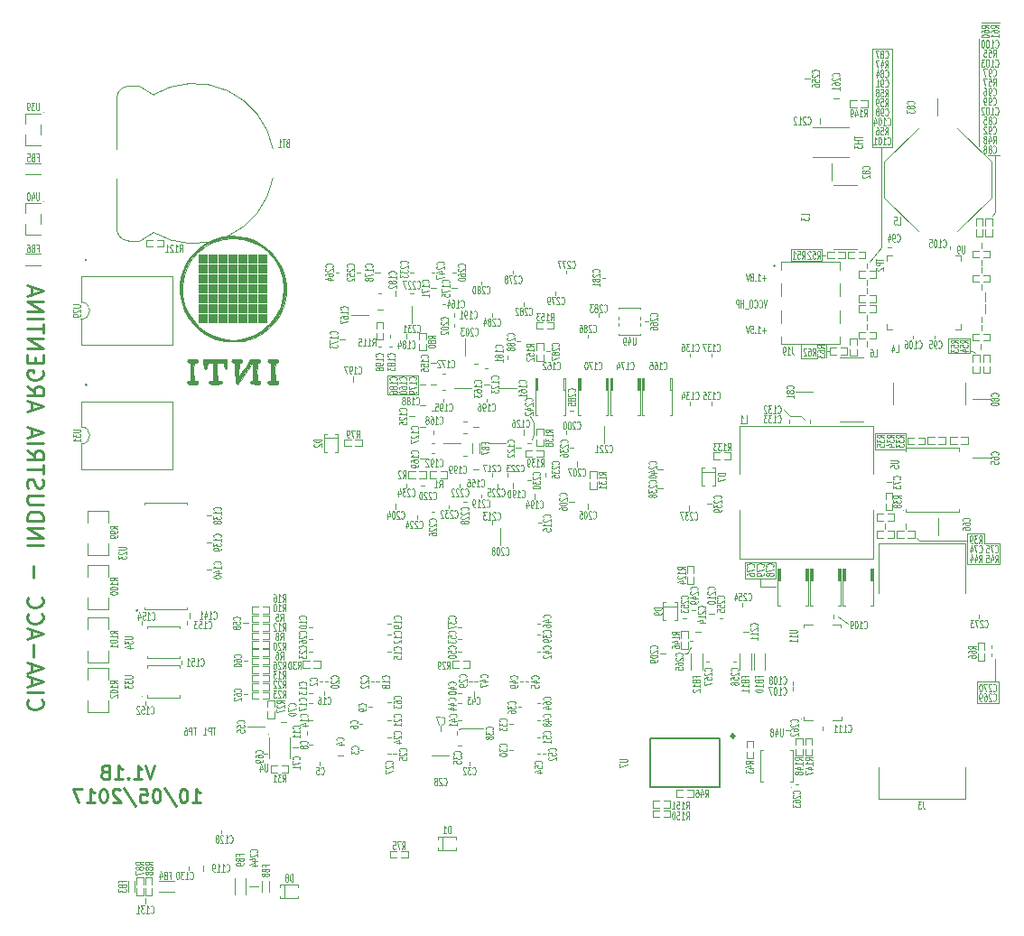
<source format=gbr>
G04 #@! TF.FileFunction,Legend,Bot*
%FSLAX46Y46*%
G04 Gerber Fmt 4.6, Leading zero omitted, Abs format (unit mm)*
G04 Created by KiCad (PCBNEW 4.0.6) date Wed May 10 11:08:12 2017*
%MOMM*%
%LPD*%
G01*
G04 APERTURE LIST*
%ADD10C,0.101600*%
%ADD11C,0.254000*%
%ADD12C,0.114300*%
%ADD13C,0.300000*%
%ADD14C,0.127000*%
%ADD15C,0.002540*%
G04 APERTURE END LIST*
D10*
D11*
X50133553Y-107838724D02*
X50859267Y-107838724D01*
X50496410Y-107838724D02*
X50496410Y-106568724D01*
X50617362Y-106750152D01*
X50738315Y-106871105D01*
X50859267Y-106931581D01*
X49347362Y-106568724D02*
X49226410Y-106568724D01*
X49105458Y-106629200D01*
X49044981Y-106689676D01*
X48984505Y-106810629D01*
X48924029Y-107052533D01*
X48924029Y-107354914D01*
X48984505Y-107596819D01*
X49044981Y-107717771D01*
X49105458Y-107778248D01*
X49226410Y-107838724D01*
X49347362Y-107838724D01*
X49468315Y-107778248D01*
X49528791Y-107717771D01*
X49589267Y-107596819D01*
X49649743Y-107354914D01*
X49649743Y-107052533D01*
X49589267Y-106810629D01*
X49528791Y-106689676D01*
X49468315Y-106629200D01*
X49347362Y-106568724D01*
X47472600Y-106508248D02*
X48561172Y-108141105D01*
X46807362Y-106568724D02*
X46686410Y-106568724D01*
X46565458Y-106629200D01*
X46504981Y-106689676D01*
X46444505Y-106810629D01*
X46384029Y-107052533D01*
X46384029Y-107354914D01*
X46444505Y-107596819D01*
X46504981Y-107717771D01*
X46565458Y-107778248D01*
X46686410Y-107838724D01*
X46807362Y-107838724D01*
X46928315Y-107778248D01*
X46988791Y-107717771D01*
X47049267Y-107596819D01*
X47109743Y-107354914D01*
X47109743Y-107052533D01*
X47049267Y-106810629D01*
X46988791Y-106689676D01*
X46928315Y-106629200D01*
X46807362Y-106568724D01*
X45234981Y-106568724D02*
X45839743Y-106568724D01*
X45900219Y-107173486D01*
X45839743Y-107113010D01*
X45718791Y-107052533D01*
X45416410Y-107052533D01*
X45295457Y-107113010D01*
X45234981Y-107173486D01*
X45174505Y-107294438D01*
X45174505Y-107596819D01*
X45234981Y-107717771D01*
X45295457Y-107778248D01*
X45416410Y-107838724D01*
X45718791Y-107838724D01*
X45839743Y-107778248D01*
X45900219Y-107717771D01*
X43723076Y-106508248D02*
X44811648Y-108141105D01*
X43360219Y-106689676D02*
X43299743Y-106629200D01*
X43178791Y-106568724D01*
X42876410Y-106568724D01*
X42755457Y-106629200D01*
X42694981Y-106689676D01*
X42634505Y-106810629D01*
X42634505Y-106931581D01*
X42694981Y-107113010D01*
X43420695Y-107838724D01*
X42634505Y-107838724D01*
X41848314Y-106568724D02*
X41727362Y-106568724D01*
X41606410Y-106629200D01*
X41545933Y-106689676D01*
X41485457Y-106810629D01*
X41424981Y-107052533D01*
X41424981Y-107354914D01*
X41485457Y-107596819D01*
X41545933Y-107717771D01*
X41606410Y-107778248D01*
X41727362Y-107838724D01*
X41848314Y-107838724D01*
X41969267Y-107778248D01*
X42029743Y-107717771D01*
X42090219Y-107596819D01*
X42150695Y-107354914D01*
X42150695Y-107052533D01*
X42090219Y-106810629D01*
X42029743Y-106689676D01*
X41969267Y-106629200D01*
X41848314Y-106568724D01*
X40215457Y-107838724D02*
X40941171Y-107838724D01*
X40578314Y-107838724D02*
X40578314Y-106568724D01*
X40699266Y-106750152D01*
X40820219Y-106871105D01*
X40941171Y-106931581D01*
X39792123Y-106568724D02*
X38945457Y-106568724D01*
X39489742Y-107838724D01*
X46588438Y-104358924D02*
X46165104Y-105628924D01*
X45741771Y-104358924D01*
X44653200Y-105628924D02*
X45378914Y-105628924D01*
X45016057Y-105628924D02*
X45016057Y-104358924D01*
X45137009Y-104540352D01*
X45257962Y-104661305D01*
X45378914Y-104721781D01*
X44108914Y-105507971D02*
X44048438Y-105568448D01*
X44108914Y-105628924D01*
X44169390Y-105568448D01*
X44108914Y-105507971D01*
X44108914Y-105628924D01*
X42838914Y-105628924D02*
X43564628Y-105628924D01*
X43201771Y-105628924D02*
X43201771Y-104358924D01*
X43322723Y-104540352D01*
X43443676Y-104661305D01*
X43564628Y-104721781D01*
X41871295Y-104963686D02*
X41689866Y-105024162D01*
X41629390Y-105084638D01*
X41568914Y-105205590D01*
X41568914Y-105387019D01*
X41629390Y-105507971D01*
X41689866Y-105568448D01*
X41810819Y-105628924D01*
X42294628Y-105628924D01*
X42294628Y-104358924D01*
X41871295Y-104358924D01*
X41750342Y-104419400D01*
X41689866Y-104479876D01*
X41629390Y-104600829D01*
X41629390Y-104721781D01*
X41689866Y-104842733D01*
X41750342Y-104903210D01*
X41871295Y-104963686D01*
X42294628Y-104963686D01*
X34755714Y-98168571D02*
X34683143Y-98241142D01*
X34610571Y-98458856D01*
X34610571Y-98603999D01*
X34683143Y-98821714D01*
X34828286Y-98966856D01*
X34973429Y-99039428D01*
X35263714Y-99111999D01*
X35481429Y-99111999D01*
X35771714Y-99039428D01*
X35916857Y-98966856D01*
X36062000Y-98821714D01*
X36134571Y-98603999D01*
X36134571Y-98458856D01*
X36062000Y-98241142D01*
X35989429Y-98168571D01*
X34610571Y-97515428D02*
X36134571Y-97515428D01*
X35046000Y-96862285D02*
X35046000Y-96136571D01*
X34610571Y-97007428D02*
X36134571Y-96499428D01*
X34610571Y-95991428D01*
X35046000Y-95555999D02*
X35046000Y-94830285D01*
X34610571Y-95701142D02*
X36134571Y-95193142D01*
X34610571Y-94685142D01*
X35191143Y-94177142D02*
X35191143Y-93015999D01*
X35046000Y-92362856D02*
X35046000Y-91637142D01*
X34610571Y-92507999D02*
X36134571Y-91999999D01*
X34610571Y-91491999D01*
X34755714Y-90113142D02*
X34683143Y-90185713D01*
X34610571Y-90403427D01*
X34610571Y-90548570D01*
X34683143Y-90766285D01*
X34828286Y-90911427D01*
X34973429Y-90983999D01*
X35263714Y-91056570D01*
X35481429Y-91056570D01*
X35771714Y-90983999D01*
X35916857Y-90911427D01*
X36062000Y-90766285D01*
X36134571Y-90548570D01*
X36134571Y-90403427D01*
X36062000Y-90185713D01*
X35989429Y-90113142D01*
X34755714Y-88589142D02*
X34683143Y-88661713D01*
X34610571Y-88879427D01*
X34610571Y-89024570D01*
X34683143Y-89242285D01*
X34828286Y-89387427D01*
X34973429Y-89459999D01*
X35263714Y-89532570D01*
X35481429Y-89532570D01*
X35771714Y-89459999D01*
X35916857Y-89387427D01*
X36062000Y-89242285D01*
X36134571Y-89024570D01*
X36134571Y-88879427D01*
X36062000Y-88661713D01*
X35989429Y-88589142D01*
X35191143Y-86774856D02*
X35191143Y-85613713D01*
X34610571Y-83726856D02*
X36134571Y-83726856D01*
X34610571Y-83001142D02*
X36134571Y-83001142D01*
X34610571Y-82130285D01*
X36134571Y-82130285D01*
X34610571Y-81404571D02*
X36134571Y-81404571D01*
X36134571Y-81041714D01*
X36062000Y-80823999D01*
X35916857Y-80678857D01*
X35771714Y-80606285D01*
X35481429Y-80533714D01*
X35263714Y-80533714D01*
X34973429Y-80606285D01*
X34828286Y-80678857D01*
X34683143Y-80823999D01*
X34610571Y-81041714D01*
X34610571Y-81404571D01*
X36134571Y-79880571D02*
X34900857Y-79880571D01*
X34755714Y-79807999D01*
X34683143Y-79735428D01*
X34610571Y-79590285D01*
X34610571Y-79299999D01*
X34683143Y-79154857D01*
X34755714Y-79082285D01*
X34900857Y-79009714D01*
X36134571Y-79009714D01*
X34683143Y-78356571D02*
X34610571Y-78138857D01*
X34610571Y-77776000D01*
X34683143Y-77630857D01*
X34755714Y-77558286D01*
X34900857Y-77485714D01*
X35046000Y-77485714D01*
X35191143Y-77558286D01*
X35263714Y-77630857D01*
X35336286Y-77776000D01*
X35408857Y-78066286D01*
X35481429Y-78211428D01*
X35554000Y-78284000D01*
X35699143Y-78356571D01*
X35844286Y-78356571D01*
X35989429Y-78284000D01*
X36062000Y-78211428D01*
X36134571Y-78066286D01*
X36134571Y-77703428D01*
X36062000Y-77485714D01*
X36134571Y-77050285D02*
X36134571Y-76179428D01*
X34610571Y-76614857D02*
X36134571Y-76614857D01*
X34610571Y-74800571D02*
X35336286Y-75308571D01*
X34610571Y-75671428D02*
X36134571Y-75671428D01*
X36134571Y-75090856D01*
X36062000Y-74945714D01*
X35989429Y-74873142D01*
X35844286Y-74800571D01*
X35626571Y-74800571D01*
X35481429Y-74873142D01*
X35408857Y-74945714D01*
X35336286Y-75090856D01*
X35336286Y-75671428D01*
X34610571Y-74147428D02*
X36134571Y-74147428D01*
X35046000Y-73494285D02*
X35046000Y-72768571D01*
X34610571Y-73639428D02*
X36134571Y-73131428D01*
X34610571Y-72623428D01*
X35046000Y-71026856D02*
X35046000Y-70301142D01*
X34610571Y-71171999D02*
X36134571Y-70663999D01*
X34610571Y-70155999D01*
X34610571Y-68777142D02*
X35336286Y-69285142D01*
X34610571Y-69647999D02*
X36134571Y-69647999D01*
X36134571Y-69067427D01*
X36062000Y-68922285D01*
X35989429Y-68849713D01*
X35844286Y-68777142D01*
X35626571Y-68777142D01*
X35481429Y-68849713D01*
X35408857Y-68922285D01*
X35336286Y-69067427D01*
X35336286Y-69647999D01*
X36062000Y-67325713D02*
X36134571Y-67470856D01*
X36134571Y-67688570D01*
X36062000Y-67906285D01*
X35916857Y-68051427D01*
X35771714Y-68123999D01*
X35481429Y-68196570D01*
X35263714Y-68196570D01*
X34973429Y-68123999D01*
X34828286Y-68051427D01*
X34683143Y-67906285D01*
X34610571Y-67688570D01*
X34610571Y-67543427D01*
X34683143Y-67325713D01*
X34755714Y-67253142D01*
X35263714Y-67253142D01*
X35263714Y-67543427D01*
X35408857Y-66599999D02*
X35408857Y-66091999D01*
X34610571Y-65874285D02*
X34610571Y-66599999D01*
X36134571Y-66599999D01*
X36134571Y-65874285D01*
X34610571Y-65221142D02*
X36134571Y-65221142D01*
X34610571Y-64350285D01*
X36134571Y-64350285D01*
X36134571Y-63842285D02*
X36134571Y-62971428D01*
X34610571Y-63406857D02*
X36134571Y-63406857D01*
X34610571Y-62463428D02*
X36134571Y-62463428D01*
X34610571Y-61737714D02*
X36134571Y-61737714D01*
X34610571Y-60866857D01*
X36134571Y-60866857D01*
X35046000Y-60213714D02*
X35046000Y-59488000D01*
X34610571Y-60358857D02*
X36134571Y-59850857D01*
X34610571Y-59342857D01*
D10*
X68400000Y-69600000D02*
X68400000Y-67800000D01*
X71300000Y-69600000D02*
X68400000Y-69600000D01*
X71300000Y-67800000D02*
X71300000Y-69600000D01*
X68400000Y-67800000D02*
X71300000Y-67800000D01*
X82100000Y-73300000D02*
X82000000Y-73800000D01*
X82100000Y-72200000D02*
X82100000Y-73300000D01*
X81800000Y-71600000D02*
X82100000Y-72200000D01*
D12*
X103914400Y-58650800D02*
X103566057Y-58650800D01*
X103740228Y-58921733D02*
X103740228Y-58379867D01*
X103108857Y-58921733D02*
X103370114Y-58921733D01*
X103239486Y-58921733D02*
X103239486Y-58210533D01*
X103283029Y-58312133D01*
X103326571Y-58379867D01*
X103370114Y-58413733D01*
X102912914Y-58854000D02*
X102891142Y-58887867D01*
X102912914Y-58921733D01*
X102934685Y-58887867D01*
X102912914Y-58854000D01*
X102912914Y-58921733D01*
X102629886Y-58515333D02*
X102673428Y-58481467D01*
X102695200Y-58447600D01*
X102716971Y-58379867D01*
X102716971Y-58346000D01*
X102695200Y-58278267D01*
X102673428Y-58244400D01*
X102629886Y-58210533D01*
X102542800Y-58210533D01*
X102499257Y-58244400D01*
X102477486Y-58278267D01*
X102455714Y-58346000D01*
X102455714Y-58379867D01*
X102477486Y-58447600D01*
X102499257Y-58481467D01*
X102542800Y-58515333D01*
X102629886Y-58515333D01*
X102673428Y-58549200D01*
X102695200Y-58583067D01*
X102716971Y-58650800D01*
X102716971Y-58786267D01*
X102695200Y-58854000D01*
X102673428Y-58887867D01*
X102629886Y-58921733D01*
X102542800Y-58921733D01*
X102499257Y-58887867D01*
X102477486Y-58854000D01*
X102455714Y-58786267D01*
X102455714Y-58650800D01*
X102477486Y-58583067D01*
X102499257Y-58549200D01*
X102542800Y-58515333D01*
X102325085Y-58210533D02*
X102172685Y-58921733D01*
X102020285Y-58210533D01*
X103914400Y-63550800D02*
X103566057Y-63550800D01*
X103740228Y-63821733D02*
X103740228Y-63279867D01*
X103108857Y-63821733D02*
X103370114Y-63821733D01*
X103239486Y-63821733D02*
X103239486Y-63110533D01*
X103283029Y-63212133D01*
X103326571Y-63279867D01*
X103370114Y-63313733D01*
X102912914Y-63754000D02*
X102891142Y-63787867D01*
X102912914Y-63821733D01*
X102934685Y-63787867D01*
X102912914Y-63754000D01*
X102912914Y-63821733D01*
X102477486Y-63110533D02*
X102695200Y-63110533D01*
X102716971Y-63449200D01*
X102695200Y-63415333D01*
X102651657Y-63381467D01*
X102542800Y-63381467D01*
X102499257Y-63415333D01*
X102477486Y-63449200D01*
X102455714Y-63516933D01*
X102455714Y-63686267D01*
X102477486Y-63754000D01*
X102499257Y-63787867D01*
X102542800Y-63821733D01*
X102651657Y-63821733D01*
X102695200Y-63787867D01*
X102716971Y-63754000D01*
X102325085Y-63110533D02*
X102172685Y-63821733D01*
X102020285Y-63110533D01*
X103991342Y-60710533D02*
X103838942Y-61421733D01*
X103686542Y-60710533D01*
X103272885Y-61354000D02*
X103294656Y-61387867D01*
X103359970Y-61421733D01*
X103403513Y-61421733D01*
X103468828Y-61387867D01*
X103512370Y-61320133D01*
X103534142Y-61252400D01*
X103555913Y-61116933D01*
X103555913Y-61015333D01*
X103534142Y-60879867D01*
X103512370Y-60812133D01*
X103468828Y-60744400D01*
X103403513Y-60710533D01*
X103359970Y-60710533D01*
X103294656Y-60744400D01*
X103272885Y-60778267D01*
X102815685Y-61354000D02*
X102837456Y-61387867D01*
X102902770Y-61421733D01*
X102946313Y-61421733D01*
X103011628Y-61387867D01*
X103055170Y-61320133D01*
X103076942Y-61252400D01*
X103098713Y-61116933D01*
X103098713Y-61015333D01*
X103076942Y-60879867D01*
X103055170Y-60812133D01*
X103011628Y-60744400D01*
X102946313Y-60710533D01*
X102902770Y-60710533D01*
X102837456Y-60744400D01*
X102815685Y-60778267D01*
X102532656Y-60710533D02*
X102445570Y-60710533D01*
X102402028Y-60744400D01*
X102358485Y-60812133D01*
X102336713Y-60947600D01*
X102336713Y-61184667D01*
X102358485Y-61320133D01*
X102402028Y-61387867D01*
X102445570Y-61421733D01*
X102532656Y-61421733D01*
X102576199Y-61387867D01*
X102619742Y-61320133D01*
X102641513Y-61184667D01*
X102641513Y-60947600D01*
X102619742Y-60812133D01*
X102576199Y-60744400D01*
X102532656Y-60710533D01*
X102249628Y-61489467D02*
X101901285Y-61489467D01*
X101792428Y-61421733D02*
X101792428Y-60710533D01*
X101792428Y-61049200D02*
X101531171Y-61049200D01*
X101531171Y-61421733D02*
X101531171Y-60710533D01*
X101313457Y-61421733D02*
X101313457Y-60710533D01*
X101139285Y-60710533D01*
X101095743Y-60744400D01*
X101073971Y-60778267D01*
X101052200Y-60846000D01*
X101052200Y-60947600D01*
X101073971Y-61015333D01*
X101095743Y-61049200D01*
X101139285Y-61083067D01*
X101313457Y-61083067D01*
D10*
X75300000Y-100900000D02*
X75100000Y-101000000D01*
X77400000Y-100900000D02*
X75300000Y-100900000D01*
X96500000Y-93900000D02*
X96900000Y-93300000D01*
X96300000Y-93900000D02*
X96500000Y-93900000D01*
X125400000Y-96500000D02*
X125400000Y-94400000D01*
X125700000Y-96500000D02*
X123700000Y-96500000D01*
X125700000Y-98500000D02*
X125700000Y-96500000D01*
X123700000Y-98500000D02*
X125700000Y-98500000D01*
X123700000Y-96500000D02*
X123700000Y-98500000D01*
X103400000Y-87600000D02*
X104800000Y-87600000D01*
X103400000Y-86800000D02*
X103400000Y-87600000D01*
X101900000Y-86800000D02*
X101900000Y-85300000D01*
X104800000Y-86800000D02*
X101900000Y-86800000D01*
X104800000Y-85300000D02*
X104800000Y-86800000D01*
X101900000Y-85300000D02*
X104800000Y-85300000D01*
X110700000Y-90400000D02*
X111600000Y-91100000D01*
X118300000Y-83300000D02*
X118000000Y-83000000D01*
X122800000Y-83300000D02*
X118300000Y-83300000D01*
X125800000Y-83500000D02*
X125800000Y-85500000D01*
X124400000Y-83500000D02*
X125800000Y-83500000D01*
X124400000Y-82600000D02*
X124400000Y-83500000D01*
X122800000Y-82600000D02*
X124400000Y-82600000D01*
X122800000Y-85500000D02*
X122800000Y-82600000D01*
X125800000Y-85500000D02*
X122800000Y-85500000D01*
X107200000Y-71600000D02*
X107500000Y-71900000D01*
X106200000Y-71600000D02*
X107200000Y-71600000D01*
X105600000Y-71000000D02*
X106200000Y-71600000D01*
X114700000Y-55800000D02*
X113600000Y-57100000D01*
X114700000Y-46400000D02*
X114700000Y-55800000D01*
X115700000Y-37100000D02*
X113900000Y-37100000D01*
X115700000Y-46400000D02*
X115700000Y-37100000D01*
X113900000Y-46400000D02*
X115700000Y-46400000D01*
X113900000Y-37100000D02*
X113900000Y-46400000D01*
X109600000Y-65500000D02*
X109800000Y-65500000D01*
X109600000Y-64900000D02*
X109600000Y-66100000D01*
X107200000Y-66200000D02*
X108700000Y-66200000D01*
X107200000Y-64900000D02*
X107200000Y-66200000D01*
X109100000Y-56500000D02*
X109500000Y-56500000D01*
X106300000Y-57000000D02*
X106300000Y-55900000D01*
X109100000Y-57000000D02*
X106300000Y-57000000D01*
X109100000Y-55900000D02*
X109100000Y-57000000D01*
X106300000Y-55900000D02*
X109100000Y-55900000D01*
X114100000Y-74700000D02*
X117000000Y-74700000D01*
X114100000Y-73200000D02*
X114100000Y-74700000D01*
X117000000Y-73200000D02*
X117000000Y-74700000D01*
X114100000Y-73200000D02*
X117000000Y-73200000D01*
X123300000Y-65500000D02*
X123500000Y-65700000D01*
X123000000Y-65500000D02*
X123300000Y-65500000D01*
X121000000Y-64300000D02*
X121100000Y-64300000D01*
X121000000Y-65700000D02*
X121000000Y-64300000D01*
X121100000Y-65700000D02*
X121000000Y-65700000D01*
X123000000Y-65700000D02*
X121100000Y-65700000D01*
X123000000Y-64300000D02*
X123000000Y-65700000D01*
X121100000Y-64300000D02*
X123000000Y-64300000D01*
X125400000Y-52500000D02*
X125100000Y-52800000D01*
X125400000Y-47100000D02*
X125400000Y-52500000D01*
X124100000Y-34700000D02*
X125800000Y-34700000D01*
X124700000Y-47100000D02*
X125800000Y-47100000D01*
X123900000Y-36200000D02*
X123900000Y-46300000D01*
X62350000Y-96500000D02*
X62050000Y-96500000D01*
X66150000Y-102900000D02*
X65850000Y-102900000D01*
X62100000Y-104350000D02*
X62100000Y-104050000D01*
X66050000Y-100500000D02*
X65750000Y-100500000D01*
X61050000Y-102400000D02*
X61350000Y-102400000D01*
X66650000Y-98900000D02*
X66950000Y-98900000D01*
X61050000Y-91400000D02*
X61350000Y-91400000D01*
X60900000Y-101150000D02*
X60900000Y-101450000D01*
X68450000Y-92100000D02*
X68750000Y-92100000D01*
X61050000Y-97600000D02*
X61350000Y-97600000D01*
X61350000Y-100100000D02*
X61050000Y-100100000D01*
X68450000Y-93700000D02*
X68750000Y-93700000D01*
X62500000Y-97750000D02*
X62500000Y-97450000D01*
X61050000Y-98500000D02*
X61350000Y-98500000D01*
X67350000Y-96500000D02*
X67650000Y-96500000D01*
X68450000Y-91100000D02*
X68750000Y-91100000D01*
X62550000Y-96500000D02*
X62850000Y-96500000D01*
X68450000Y-100100000D02*
X68750000Y-100100000D01*
X67150000Y-96500000D02*
X66850000Y-96500000D01*
X61050000Y-93700000D02*
X61350000Y-93700000D01*
X68750000Y-101700000D02*
X68450000Y-101700000D01*
X68950000Y-103300000D02*
X69250000Y-103300000D01*
X61050000Y-92500000D02*
X61350000Y-92500000D01*
X68750000Y-103300000D02*
X68450000Y-103300000D01*
X74200000Y-103400000D02*
X72600000Y-103400000D01*
X76350000Y-96500000D02*
X76050000Y-96500000D01*
X80150000Y-102900000D02*
X79850000Y-102900000D01*
X76100000Y-104350000D02*
X76100000Y-104050000D01*
X80150000Y-100500000D02*
X79850000Y-100500000D01*
X75050000Y-102500000D02*
X75350000Y-102500000D01*
X80650000Y-98900000D02*
X80950000Y-98900000D01*
X75050000Y-91400000D02*
X75350000Y-91400000D01*
X74900000Y-101150000D02*
X74900000Y-101450000D01*
X82450000Y-92100000D02*
X82750000Y-92100000D01*
X75050000Y-97600000D02*
X75350000Y-97600000D01*
X75350000Y-100100000D02*
X75050000Y-100100000D01*
X82450000Y-93700000D02*
X82750000Y-93700000D01*
X76500000Y-97750000D02*
X76500000Y-97450000D01*
X75050000Y-98500000D02*
X75350000Y-98500000D01*
X81350000Y-96500000D02*
X81650000Y-96500000D01*
X82450000Y-91100000D02*
X82750000Y-91100000D01*
X76550000Y-96500000D02*
X76850000Y-96500000D01*
X82450000Y-100100000D02*
X82750000Y-100100000D01*
X81150000Y-96500000D02*
X80850000Y-96500000D01*
X75050000Y-93700000D02*
X75350000Y-93700000D01*
X82750000Y-101700000D02*
X82450000Y-101700000D01*
X82950000Y-103300000D02*
X83250000Y-103300000D01*
X75050000Y-92500000D02*
X75350000Y-92500000D01*
X82750000Y-103300000D02*
X82450000Y-103300000D01*
X56900000Y-100700000D02*
X55300000Y-100700000D01*
X55250000Y-94500000D02*
X54950000Y-94500000D01*
X54950000Y-97700000D02*
X55250000Y-97700000D01*
X68750000Y-98400000D02*
X68450000Y-98400000D01*
X82750000Y-98500000D02*
X82450000Y-98500000D01*
X123300000Y-75500000D02*
X124900000Y-75500000D01*
X120100000Y-82800000D02*
X120100000Y-81200000D01*
X57150000Y-103300000D02*
X56850000Y-103300000D01*
X59550000Y-102700000D02*
X60050000Y-102700000D01*
X115193000Y-77800000D02*
X115693000Y-77800000D01*
X115100000Y-81650000D02*
X115100000Y-82150000D01*
X117000000Y-82150000D02*
X117000000Y-81650000D01*
X105026000Y-89380000D02*
X105226000Y-89380000D01*
X107826000Y-89380000D02*
X107626000Y-89380000D01*
X105076000Y-86980000D02*
X105076000Y-85880000D01*
X105176000Y-85880000D02*
X105176000Y-86980000D01*
X105226000Y-85880000D02*
X105026000Y-85880000D01*
X105226000Y-86980000D02*
X105226000Y-85880000D01*
X105026000Y-86980000D02*
X105226000Y-86980000D01*
X107776000Y-86980000D02*
X107776000Y-85880000D01*
X107676000Y-85880000D02*
X107676000Y-86980000D01*
X107626000Y-86980000D02*
X107626000Y-85880000D01*
X107826000Y-86980000D02*
X107626000Y-86980000D01*
X107826000Y-85880000D02*
X107626000Y-85880000D01*
X105026000Y-89380000D02*
X105026000Y-85880000D01*
X107826000Y-89380000D02*
X107826000Y-85880000D01*
X111122000Y-89380000D02*
X111322000Y-89380000D01*
X113922000Y-89380000D02*
X113722000Y-89380000D01*
X111172000Y-86980000D02*
X111172000Y-85880000D01*
X111272000Y-85880000D02*
X111272000Y-86980000D01*
X111322000Y-85880000D02*
X111122000Y-85880000D01*
X111322000Y-86980000D02*
X111322000Y-85880000D01*
X111122000Y-86980000D02*
X111322000Y-86980000D01*
X113872000Y-86980000D02*
X113872000Y-85880000D01*
X113772000Y-85880000D02*
X113772000Y-86980000D01*
X113722000Y-86980000D02*
X113722000Y-85880000D01*
X113922000Y-86980000D02*
X113722000Y-86980000D01*
X113922000Y-85880000D02*
X113722000Y-85880000D01*
X111122000Y-89380000D02*
X111122000Y-85880000D01*
X113922000Y-89380000D02*
X113922000Y-85880000D01*
X108074000Y-89380000D02*
X108274000Y-89380000D01*
X110874000Y-89380000D02*
X110674000Y-89380000D01*
X108124000Y-86980000D02*
X108124000Y-85880000D01*
X108224000Y-85880000D02*
X108224000Y-86980000D01*
X108274000Y-85880000D02*
X108074000Y-85880000D01*
X108274000Y-86980000D02*
X108274000Y-85880000D01*
X108074000Y-86980000D02*
X108274000Y-86980000D01*
X110824000Y-86980000D02*
X110824000Y-85880000D01*
X110724000Y-85880000D02*
X110724000Y-86980000D01*
X110674000Y-86980000D02*
X110674000Y-85880000D01*
X110874000Y-86980000D02*
X110674000Y-86980000D01*
X110874000Y-85880000D02*
X110674000Y-85880000D01*
X108074000Y-89380000D02*
X108074000Y-85880000D01*
X110874000Y-89380000D02*
X110874000Y-85880000D01*
X124900000Y-70000000D02*
X123300000Y-70000000D01*
X108300000Y-69300000D02*
X106700000Y-69300000D01*
X110100000Y-47900000D02*
X110100000Y-49500000D01*
X120000000Y-43400000D02*
X120000000Y-41800000D01*
X113400000Y-58850000D02*
X113400000Y-59350000D01*
X124100000Y-62250000D02*
X124100000Y-62750000D01*
X113400000Y-57750000D02*
X113400000Y-57250000D01*
X124079000Y-64850000D02*
X124079000Y-65350000D01*
X113400000Y-60050000D02*
X113400000Y-59550000D01*
X124100000Y-63050000D02*
X124100000Y-63550000D01*
X115650000Y-55800000D02*
X115350000Y-55800000D01*
X119700000Y-64050000D02*
X119700000Y-64350000D01*
X124100000Y-57650000D02*
X124100000Y-58150000D01*
X113400000Y-62650000D02*
X113400000Y-62150000D01*
X124500000Y-59975000D02*
X124500000Y-60825000D01*
X124100000Y-55350000D02*
X124100000Y-55850000D01*
X113400000Y-64550000D02*
X113400000Y-65050000D01*
X124500000Y-61075000D02*
X124500000Y-61925000D01*
X124100000Y-56950000D02*
X124100000Y-57450000D01*
X113400000Y-62950000D02*
X113400000Y-63450000D01*
X121200000Y-55650000D02*
X121200000Y-55950000D01*
X117700000Y-64350000D02*
X117700000Y-64050000D01*
X106426000Y-97305000D02*
X106426000Y-97005000D01*
X106426000Y-96797000D02*
X106426000Y-96497000D01*
X110200000Y-90250000D02*
X110200000Y-90550000D01*
X109200000Y-101050000D02*
X109200000Y-100750000D01*
X51100000Y-113750000D02*
X51100000Y-114250000D01*
X45700000Y-116850000D02*
X45700000Y-117350000D01*
X108000000Y-71950000D02*
X108000000Y-72250000D01*
X106109757Y-72250000D02*
X106109757Y-71950000D01*
X96800000Y-70250000D02*
X96800000Y-70550000D01*
X98800000Y-70550000D02*
X98800000Y-70250000D01*
X96800000Y-65750000D02*
X96800000Y-66050000D01*
X98800000Y-66050000D02*
X98800000Y-65750000D01*
X51439000Y-80899000D02*
X51939000Y-80899000D01*
X51439000Y-83439000D02*
X51939000Y-83439000D01*
X51439000Y-85979000D02*
X51939000Y-85979000D01*
X49900000Y-90550000D02*
X49900000Y-90050000D01*
X49100000Y-94850000D02*
X49100000Y-94550000D01*
X45700000Y-98650000D02*
X45700000Y-98350000D01*
X49600000Y-90850000D02*
X49600000Y-91150000D01*
X45400000Y-91150000D02*
X45400000Y-90850000D01*
X80500000Y-69000000D02*
X78900000Y-69000000D01*
X82300000Y-71550000D02*
X82500000Y-71550000D01*
X85100000Y-71550000D02*
X84900000Y-71550000D01*
X82350000Y-69150000D02*
X82350000Y-68050000D01*
X82450000Y-68050000D02*
X82450000Y-69150000D01*
X82500000Y-68050000D02*
X82300000Y-68050000D01*
X82500000Y-69150000D02*
X82500000Y-68050000D01*
X82300000Y-69150000D02*
X82500000Y-69150000D01*
X85050000Y-69150000D02*
X85050000Y-68050000D01*
X84950000Y-68050000D02*
X84950000Y-69150000D01*
X84900000Y-69150000D02*
X84900000Y-68050000D01*
X85100000Y-69150000D02*
X84900000Y-69150000D01*
X85100000Y-68050000D02*
X84900000Y-68050000D01*
X82300000Y-71550000D02*
X82300000Y-68050000D01*
X85100000Y-71550000D02*
X85100000Y-68050000D01*
X76300000Y-69000000D02*
X74700000Y-69000000D01*
X92300000Y-71550000D02*
X92500000Y-71550000D01*
X95100000Y-71550000D02*
X94900000Y-71550000D01*
X92350000Y-69150000D02*
X92350000Y-68050000D01*
X92450000Y-68050000D02*
X92450000Y-69150000D01*
X92500000Y-68050000D02*
X92300000Y-68050000D01*
X92500000Y-69150000D02*
X92500000Y-68050000D01*
X92300000Y-69150000D02*
X92500000Y-69150000D01*
X95050000Y-69150000D02*
X95050000Y-68050000D01*
X94950000Y-68050000D02*
X94950000Y-69150000D01*
X94900000Y-69150000D02*
X94900000Y-68050000D01*
X95100000Y-69150000D02*
X94900000Y-69150000D01*
X95100000Y-68050000D02*
X94900000Y-68050000D01*
X92300000Y-71550000D02*
X92300000Y-68050000D01*
X95100000Y-71550000D02*
X95100000Y-68050000D01*
X65000000Y-62100000D02*
X66600000Y-62100000D01*
X86300000Y-71550000D02*
X86500000Y-71550000D01*
X89100000Y-71550000D02*
X88900000Y-71550000D01*
X86350000Y-69150000D02*
X86350000Y-68050000D01*
X86450000Y-68050000D02*
X86450000Y-69150000D01*
X86500000Y-68050000D02*
X86300000Y-68050000D01*
X86500000Y-69150000D02*
X86500000Y-68050000D01*
X86300000Y-69150000D02*
X86500000Y-69150000D01*
X89050000Y-69150000D02*
X89050000Y-68050000D01*
X88950000Y-68050000D02*
X88950000Y-69150000D01*
X88900000Y-69150000D02*
X88900000Y-68050000D01*
X89100000Y-69150000D02*
X88900000Y-69150000D01*
X89100000Y-68050000D02*
X88900000Y-68050000D01*
X86300000Y-71550000D02*
X86300000Y-68050000D01*
X89100000Y-71550000D02*
X89100000Y-68050000D01*
X89300000Y-71550000D02*
X89500000Y-71550000D01*
X92100000Y-71550000D02*
X91900000Y-71550000D01*
X89350000Y-69150000D02*
X89350000Y-68050000D01*
X89450000Y-68050000D02*
X89450000Y-69150000D01*
X89500000Y-68050000D02*
X89300000Y-68050000D01*
X89500000Y-69150000D02*
X89500000Y-68050000D01*
X89300000Y-69150000D02*
X89500000Y-69150000D01*
X92050000Y-69150000D02*
X92050000Y-68050000D01*
X91950000Y-68050000D02*
X91950000Y-69150000D01*
X91900000Y-69150000D02*
X91900000Y-68050000D01*
X92100000Y-69150000D02*
X91900000Y-69150000D01*
X92100000Y-68050000D02*
X91900000Y-68050000D01*
X89300000Y-71550000D02*
X89300000Y-68050000D01*
X92100000Y-71550000D02*
X92100000Y-68050000D01*
X77900000Y-74100000D02*
X79500000Y-74100000D01*
X73700000Y-74100000D02*
X75300000Y-74100000D01*
X75700000Y-65900000D02*
X75700000Y-64300000D01*
X79000000Y-82100000D02*
X79000000Y-83700000D01*
X88700000Y-74100000D02*
X88700000Y-72500000D01*
X79700000Y-76950000D02*
X79700000Y-77250000D01*
X78700000Y-78250000D02*
X78700000Y-77950000D01*
X70700000Y-62900000D02*
X70700000Y-61300000D01*
X96700000Y-80450000D02*
X96700000Y-79950000D01*
X94250000Y-78400000D02*
X93750000Y-78400000D01*
X98350000Y-79800000D02*
X98850000Y-79800000D01*
X93750000Y-76600000D02*
X94250000Y-76600000D01*
X81850000Y-74100000D02*
X81550000Y-74100000D01*
X56325000Y-115700000D02*
X55475000Y-115700000D01*
X96950000Y-89800000D02*
X97250000Y-89800000D01*
X96416000Y-90551000D02*
X96116000Y-90551000D01*
X101727000Y-89131000D02*
X101727000Y-89431000D01*
X99550000Y-90600000D02*
X99850000Y-90600000D01*
X108050000Y-39900000D02*
X107550000Y-39900000D01*
X98575000Y-94615000D02*
X98275000Y-94615000D01*
X101115000Y-94615000D02*
X100815000Y-94615000D01*
X110250000Y-41800000D02*
X110750000Y-41800000D01*
X106050000Y-101100000D02*
X105750000Y-101100000D01*
X106950000Y-106100000D02*
X106650000Y-106100000D01*
X97050000Y-92700000D02*
X96750000Y-92700000D01*
X74850000Y-112350000D02*
X74850000Y-112100000D01*
X74850000Y-111050000D02*
X74850000Y-111300000D01*
X73150000Y-112350000D02*
X73150000Y-112100000D01*
X73150000Y-111050000D02*
X73150000Y-111300000D01*
X73550000Y-111050000D02*
X73550000Y-112350000D01*
X73150000Y-112350000D02*
X74850000Y-112350000D01*
X74850000Y-111050000D02*
X73150000Y-111050000D01*
X62450000Y-74950000D02*
X62700000Y-74950000D01*
X63750000Y-74950000D02*
X63500000Y-74950000D01*
X62450000Y-73250000D02*
X62700000Y-73250000D01*
X63750000Y-73250000D02*
X63500000Y-73250000D01*
X63750000Y-73650000D02*
X62450000Y-73650000D01*
X62450000Y-73250000D02*
X62450000Y-74950000D01*
X63750000Y-74950000D02*
X63750000Y-73250000D01*
X97850000Y-78150000D02*
X98100000Y-78150000D01*
X99150000Y-78150000D02*
X98900000Y-78150000D01*
X97850000Y-76450000D02*
X98100000Y-76450000D01*
X99150000Y-76450000D02*
X98900000Y-76450000D01*
X99150000Y-76850000D02*
X97850000Y-76850000D01*
X97850000Y-76450000D02*
X97850000Y-78150000D01*
X99150000Y-78150000D02*
X99150000Y-76450000D01*
X60050000Y-116850000D02*
X60050000Y-116600000D01*
X60050000Y-115550000D02*
X60050000Y-115800000D01*
X58350000Y-116850000D02*
X58350000Y-116600000D01*
X58350000Y-115550000D02*
X58350000Y-115800000D01*
X58750000Y-115550000D02*
X58750000Y-116850000D01*
X58350000Y-116850000D02*
X60050000Y-116850000D01*
X60050000Y-115550000D02*
X58350000Y-115550000D01*
X94250000Y-90750000D02*
X94500000Y-90750000D01*
X95550000Y-90750000D02*
X95300000Y-90750000D01*
X94250000Y-89050000D02*
X94500000Y-89050000D01*
X95550000Y-89050000D02*
X95300000Y-89050000D01*
X95550000Y-89450000D02*
X94250000Y-89450000D01*
X94250000Y-89050000D02*
X94250000Y-90750000D01*
X95550000Y-90750000D02*
X95550000Y-89050000D01*
X48450000Y-115180000D02*
X46950000Y-115180000D01*
X48450000Y-116220000D02*
X46950000Y-116220000D01*
X34429000Y-48907000D02*
X35929000Y-48907000D01*
X34429000Y-47867000D02*
X35929000Y-47867000D01*
X34429000Y-57416000D02*
X35929000Y-57416000D01*
X34429000Y-56376000D02*
X35929000Y-56376000D01*
X55120000Y-116450000D02*
X55120000Y-114950000D01*
X54080000Y-116450000D02*
X54080000Y-114950000D01*
X103820000Y-95350000D02*
X103820000Y-93850000D01*
X102780000Y-95350000D02*
X102780000Y-93850000D01*
X102501000Y-95365000D02*
X102501000Y-93865000D01*
X101461000Y-95365000D02*
X101461000Y-93865000D01*
X96889000Y-93865000D02*
X96889000Y-95365000D01*
X97929000Y-93865000D02*
X97929000Y-95365000D01*
X114456000Y-107531500D02*
X114456000Y-104555500D01*
X122584000Y-107531500D02*
X114456000Y-107531500D01*
X122584000Y-104555500D02*
X122584000Y-107531500D01*
X122584000Y-83515800D02*
X122584000Y-88155500D01*
X114456000Y-83515800D02*
X122584000Y-83515800D01*
X114456000Y-88155500D02*
X114456000Y-83515800D01*
X113946000Y-84990000D02*
X113946000Y-80440000D01*
X101446000Y-84990000D02*
X113946000Y-84990000D01*
X101446000Y-84990000D02*
X101446000Y-80440000D01*
X101446000Y-72490000D02*
X101446000Y-77040000D01*
X113946000Y-72490000D02*
X101446000Y-72490000D01*
X113946000Y-72490000D02*
X113946000Y-77040000D01*
X110200000Y-55900000D02*
X112400000Y-55900000D01*
X112400000Y-49900000D02*
X110200000Y-49900000D01*
X122600000Y-70500000D02*
X122600000Y-68500000D01*
X115800000Y-68500000D02*
X115800000Y-70500000D01*
X115015000Y-51103000D02*
X118165000Y-54253000D01*
X115015000Y-47703000D02*
X118165000Y-44553000D01*
X125015000Y-47703000D02*
X121865000Y-44553000D01*
X125015000Y-51103000D02*
X121865000Y-54253000D01*
X115015000Y-51103000D02*
X115015000Y-47703000D01*
X125015000Y-51103000D02*
X125015000Y-47703000D01*
X110800000Y-72100000D02*
X113000000Y-72100000D01*
X113000000Y-66100000D02*
X110800000Y-66100000D01*
X74020000Y-76780000D02*
X73400000Y-76780000D01*
X74020000Y-77420000D02*
X74020000Y-76780000D01*
X73400000Y-77420000D02*
X74020000Y-77420000D01*
X72380000Y-76780000D02*
X73000000Y-76780000D01*
X72380000Y-77420000D02*
X72380000Y-76780000D01*
X73000000Y-77420000D02*
X72380000Y-77420000D01*
X72020000Y-76780000D02*
X71400000Y-76780000D01*
X72020000Y-77420000D02*
X72020000Y-76780000D01*
X71400000Y-77420000D02*
X72020000Y-77420000D01*
X70380000Y-76780000D02*
X71000000Y-76780000D01*
X70380000Y-77420000D02*
X70380000Y-76780000D01*
X71000000Y-77420000D02*
X70380000Y-77420000D01*
X57320000Y-91080000D02*
X56700000Y-91080000D01*
X57320000Y-91720000D02*
X57320000Y-91080000D01*
X56700000Y-91720000D02*
X57320000Y-91720000D01*
X55680000Y-91080000D02*
X56300000Y-91080000D01*
X55680000Y-91720000D02*
X55680000Y-91080000D01*
X56300000Y-91720000D02*
X55680000Y-91720000D01*
X57320000Y-94280000D02*
X56700000Y-94280000D01*
X57320000Y-94920000D02*
X57320000Y-94280000D01*
X56700000Y-94920000D02*
X57320000Y-94920000D01*
X55680000Y-94280000D02*
X56300000Y-94280000D01*
X55680000Y-94920000D02*
X55680000Y-94280000D01*
X56300000Y-94920000D02*
X55680000Y-94920000D01*
X57320000Y-92680000D02*
X56700000Y-92680000D01*
X57320000Y-93320000D02*
X57320000Y-92680000D01*
X56700000Y-93320000D02*
X57320000Y-93320000D01*
X55680000Y-92680000D02*
X56300000Y-92680000D01*
X55680000Y-93320000D02*
X55680000Y-92680000D01*
X56300000Y-93320000D02*
X55680000Y-93320000D01*
X57320000Y-90280000D02*
X56700000Y-90280000D01*
X57320000Y-90920000D02*
X57320000Y-90280000D01*
X56700000Y-90920000D02*
X57320000Y-90920000D01*
X55680000Y-90280000D02*
X56300000Y-90280000D01*
X55680000Y-90920000D02*
X55680000Y-90280000D01*
X56300000Y-90920000D02*
X55680000Y-90920000D01*
X57320000Y-91880000D02*
X56700000Y-91880000D01*
X57320000Y-92520000D02*
X57320000Y-91880000D01*
X56700000Y-92520000D02*
X57320000Y-92520000D01*
X55680000Y-91880000D02*
X56300000Y-91880000D01*
X55680000Y-92520000D02*
X55680000Y-91880000D01*
X56300000Y-92520000D02*
X55680000Y-92520000D01*
X57320000Y-95880000D02*
X56700000Y-95880000D01*
X57320000Y-96520000D02*
X57320000Y-95880000D01*
X56700000Y-96520000D02*
X57320000Y-96520000D01*
X55680000Y-95880000D02*
X56300000Y-95880000D01*
X55680000Y-96520000D02*
X55680000Y-95880000D01*
X56300000Y-96520000D02*
X55680000Y-96520000D01*
X57320000Y-89480000D02*
X56700000Y-89480000D01*
X57320000Y-90120000D02*
X57320000Y-89480000D01*
X56700000Y-90120000D02*
X57320000Y-90120000D01*
X55680000Y-89480000D02*
X56300000Y-89480000D01*
X55680000Y-90120000D02*
X55680000Y-89480000D01*
X56300000Y-90120000D02*
X55680000Y-90120000D01*
X57320000Y-93480000D02*
X56700000Y-93480000D01*
X57320000Y-94120000D02*
X57320000Y-93480000D01*
X56700000Y-94120000D02*
X57320000Y-94120000D01*
X55680000Y-93480000D02*
X56300000Y-93480000D01*
X55680000Y-94120000D02*
X55680000Y-93480000D01*
X56300000Y-94120000D02*
X55680000Y-94120000D01*
X57320000Y-96680000D02*
X56700000Y-96680000D01*
X57320000Y-97320000D02*
X57320000Y-96680000D01*
X56700000Y-97320000D02*
X57320000Y-97320000D01*
X55680000Y-96680000D02*
X56300000Y-96680000D01*
X55680000Y-97320000D02*
X55680000Y-96680000D01*
X56300000Y-97320000D02*
X55680000Y-97320000D01*
X57320000Y-97480000D02*
X56700000Y-97480000D01*
X57320000Y-98120000D02*
X57320000Y-97480000D01*
X56700000Y-98120000D02*
X57320000Y-98120000D01*
X55680000Y-97480000D02*
X56300000Y-97480000D01*
X55680000Y-98120000D02*
X55680000Y-97480000D01*
X56300000Y-98120000D02*
X55680000Y-98120000D01*
X57320000Y-95080000D02*
X56700000Y-95080000D01*
X57320000Y-95720000D02*
X57320000Y-95080000D01*
X56700000Y-95720000D02*
X57320000Y-95720000D01*
X55680000Y-95080000D02*
X56300000Y-95080000D01*
X55680000Y-95720000D02*
X55680000Y-95080000D01*
X56300000Y-95720000D02*
X55680000Y-95720000D01*
X57820000Y-99920000D02*
X57820000Y-99300000D01*
X57180000Y-99920000D02*
X57820000Y-99920000D01*
X57180000Y-99300000D02*
X57180000Y-99920000D01*
X57820000Y-98280000D02*
X57820000Y-98900000D01*
X57180000Y-98280000D02*
X57820000Y-98280000D01*
X57180000Y-98900000D02*
X57180000Y-98280000D01*
X74480000Y-95220000D02*
X75100000Y-95220000D01*
X74480000Y-94580000D02*
X74480000Y-95220000D01*
X75100000Y-94580000D02*
X74480000Y-94580000D01*
X76120000Y-95220000D02*
X75500000Y-95220000D01*
X76120000Y-94580000D02*
X76120000Y-95220000D01*
X75500000Y-94580000D02*
X76120000Y-94580000D01*
X60480000Y-95220000D02*
X61100000Y-95220000D01*
X60480000Y-94580000D02*
X60480000Y-95220000D01*
X61100000Y-94580000D02*
X60480000Y-94580000D01*
X62120000Y-95220000D02*
X61500000Y-95220000D01*
X62120000Y-94580000D02*
X62120000Y-95220000D01*
X61500000Y-94580000D02*
X62120000Y-94580000D01*
X57480000Y-105020000D02*
X58100000Y-105020000D01*
X57480000Y-104380000D02*
X57480000Y-105020000D01*
X58100000Y-104380000D02*
X57480000Y-104380000D01*
X59120000Y-105020000D02*
X58500000Y-105020000D01*
X59120000Y-104380000D02*
X59120000Y-105020000D01*
X58500000Y-104380000D02*
X59120000Y-104380000D01*
X121180000Y-74220000D02*
X121800000Y-74220000D01*
X121180000Y-73580000D02*
X121180000Y-74220000D01*
X121800000Y-73580000D02*
X121180000Y-73580000D01*
X122820000Y-74220000D02*
X122200000Y-74220000D01*
X122820000Y-73580000D02*
X122820000Y-74220000D01*
X122200000Y-73580000D02*
X122820000Y-73580000D01*
X120720000Y-73580000D02*
X120100000Y-73580000D01*
X120720000Y-74220000D02*
X120720000Y-73580000D01*
X120100000Y-74220000D02*
X120720000Y-74220000D01*
X119080000Y-73580000D02*
X119700000Y-73580000D01*
X119080000Y-74220000D02*
X119080000Y-73580000D01*
X119700000Y-74220000D02*
X119080000Y-74220000D01*
X117163000Y-74234000D02*
X117783000Y-74234000D01*
X117163000Y-73594000D02*
X117163000Y-74234000D01*
X117783000Y-73594000D02*
X117163000Y-73594000D01*
X118803000Y-74234000D02*
X118183000Y-74234000D01*
X118803000Y-73594000D02*
X118803000Y-74234000D01*
X118183000Y-73594000D02*
X118803000Y-73594000D01*
X115123000Y-78780000D02*
X115123000Y-79400000D01*
X115763000Y-78780000D02*
X115123000Y-78780000D01*
X115763000Y-79400000D02*
X115763000Y-78780000D01*
X115123000Y-80420000D02*
X115123000Y-79800000D01*
X115763000Y-80420000D02*
X115123000Y-80420000D01*
X115763000Y-79800000D02*
X115763000Y-80420000D01*
X115920000Y-80780000D02*
X115300000Y-80780000D01*
X115920000Y-81420000D02*
X115920000Y-80780000D01*
X115300000Y-81420000D02*
X115920000Y-81420000D01*
X114280000Y-80780000D02*
X114900000Y-80780000D01*
X114280000Y-81420000D02*
X114280000Y-80780000D01*
X114900000Y-81420000D02*
X114280000Y-81420000D01*
X102720000Y-103720000D02*
X102720000Y-103100000D01*
X102080000Y-103720000D02*
X102720000Y-103720000D01*
X102080000Y-103100000D02*
X102080000Y-103720000D01*
X102720000Y-102080000D02*
X102720000Y-102700000D01*
X102080000Y-102080000D02*
X102720000Y-102080000D01*
X102080000Y-102700000D02*
X102080000Y-102080000D01*
X114280000Y-83020000D02*
X114900000Y-83020000D01*
X114280000Y-82380000D02*
X114280000Y-83020000D01*
X114900000Y-82380000D02*
X114280000Y-82380000D01*
X115920000Y-83020000D02*
X115300000Y-83020000D01*
X115920000Y-82380000D02*
X115920000Y-83020000D01*
X115300000Y-82380000D02*
X115920000Y-82380000D01*
X116180000Y-83020000D02*
X116800000Y-83020000D01*
X116180000Y-82380000D02*
X116180000Y-83020000D01*
X116800000Y-82380000D02*
X116180000Y-82380000D01*
X117820000Y-83020000D02*
X117200000Y-83020000D01*
X117820000Y-82380000D02*
X117820000Y-83020000D01*
X117200000Y-82380000D02*
X117820000Y-82380000D01*
X97120000Y-106680000D02*
X96500000Y-106680000D01*
X97120000Y-107320000D02*
X97120000Y-106680000D01*
X96500000Y-107320000D02*
X97120000Y-107320000D01*
X95480000Y-106680000D02*
X96100000Y-106680000D01*
X95480000Y-107320000D02*
X95480000Y-106680000D01*
X96100000Y-107320000D02*
X95480000Y-107320000D01*
X114220000Y-57973000D02*
X113600000Y-57973000D01*
X114220000Y-58613000D02*
X114220000Y-57973000D01*
X113600000Y-58613000D02*
X114220000Y-58613000D01*
X112580000Y-57973000D02*
X113200000Y-57973000D01*
X112580000Y-58613000D02*
X112580000Y-57973000D01*
X113200000Y-58613000D02*
X112580000Y-58613000D01*
X123280000Y-64520000D02*
X123900000Y-64520000D01*
X123280000Y-63880000D02*
X123280000Y-64520000D01*
X123900000Y-63880000D02*
X123280000Y-63880000D01*
X124920000Y-64520000D02*
X124300000Y-64520000D01*
X124920000Y-63880000D02*
X124920000Y-64520000D01*
X124300000Y-63880000D02*
X124920000Y-63880000D01*
X111320000Y-56180000D02*
X110700000Y-56180000D01*
X111320000Y-56820000D02*
X111320000Y-56180000D01*
X110700000Y-56820000D02*
X111320000Y-56820000D01*
X109680000Y-56180000D02*
X110300000Y-56180000D01*
X109680000Y-56820000D02*
X109680000Y-56180000D01*
X110300000Y-56820000D02*
X109680000Y-56820000D01*
X113220000Y-56180000D02*
X112600000Y-56180000D01*
X113220000Y-56820000D02*
X113220000Y-56180000D01*
X112600000Y-56820000D02*
X113220000Y-56820000D01*
X111580000Y-56180000D02*
X112200000Y-56180000D01*
X111580000Y-56820000D02*
X111580000Y-56180000D01*
X112200000Y-56820000D02*
X111580000Y-56820000D01*
X123280000Y-65880000D02*
X123280000Y-66500000D01*
X123920000Y-65880000D02*
X123280000Y-65880000D01*
X123920000Y-66500000D02*
X123920000Y-65880000D01*
X123280000Y-67520000D02*
X123280000Y-66900000D01*
X123920000Y-67520000D02*
X123280000Y-67520000D01*
X123920000Y-66900000D02*
X123920000Y-67520000D01*
X124920000Y-67520000D02*
X124920000Y-66900000D01*
X124280000Y-67520000D02*
X124920000Y-67520000D01*
X124280000Y-66900000D02*
X124280000Y-67520000D01*
X124920000Y-65880000D02*
X124920000Y-66500000D01*
X124280000Y-65880000D02*
X124920000Y-65880000D01*
X124280000Y-66500000D02*
X124280000Y-65880000D01*
X123280000Y-56720000D02*
X123900000Y-56720000D01*
X123280000Y-56080000D02*
X123280000Y-56720000D01*
X123900000Y-56080000D02*
X123280000Y-56080000D01*
X124920000Y-56720000D02*
X124300000Y-56720000D01*
X124920000Y-56080000D02*
X124920000Y-56720000D01*
X124300000Y-56080000D02*
X124920000Y-56080000D01*
X114220000Y-63680000D02*
X113600000Y-63680000D01*
X114220000Y-64320000D02*
X114220000Y-63680000D01*
X113600000Y-64320000D02*
X114220000Y-64320000D01*
X112580000Y-63680000D02*
X113200000Y-63680000D01*
X112580000Y-64320000D02*
X112580000Y-63680000D01*
X113200000Y-64320000D02*
X112580000Y-64320000D01*
X124920000Y-58380000D02*
X124300000Y-58380000D01*
X124920000Y-59020000D02*
X124920000Y-58380000D01*
X124300000Y-59020000D02*
X124920000Y-59020000D01*
X123280000Y-58380000D02*
X123900000Y-58380000D01*
X123280000Y-59020000D02*
X123280000Y-58380000D01*
X123900000Y-59020000D02*
X123280000Y-59020000D01*
X112580000Y-60920000D02*
X113200000Y-60920000D01*
X112580000Y-60280000D02*
X112580000Y-60920000D01*
X113200000Y-60280000D02*
X112580000Y-60280000D01*
X114220000Y-60920000D02*
X113600000Y-60920000D01*
X114220000Y-60280000D02*
X114220000Y-60920000D01*
X113600000Y-60280000D02*
X114220000Y-60280000D01*
X114220000Y-61180000D02*
X113600000Y-61180000D01*
X114220000Y-61820000D02*
X114220000Y-61180000D01*
X113600000Y-61820000D02*
X114220000Y-61820000D01*
X112580000Y-61180000D02*
X113200000Y-61180000D01*
X112580000Y-61820000D02*
X112580000Y-61180000D01*
X113200000Y-61820000D02*
X112580000Y-61820000D01*
X124220000Y-54720000D02*
X124220000Y-54100000D01*
X123580000Y-54720000D02*
X124220000Y-54720000D01*
X123580000Y-54100000D02*
X123580000Y-54720000D01*
X124220000Y-53080000D02*
X124220000Y-53700000D01*
X123580000Y-53080000D02*
X124220000Y-53080000D01*
X123580000Y-53700000D02*
X123580000Y-53080000D01*
X124480000Y-53080000D02*
X124480000Y-53700000D01*
X125120000Y-53080000D02*
X124480000Y-53080000D01*
X125120000Y-53700000D02*
X125120000Y-53080000D01*
X124480000Y-54720000D02*
X124480000Y-54100000D01*
X125120000Y-54720000D02*
X124480000Y-54720000D01*
X125120000Y-54100000D02*
X125120000Y-54720000D01*
X111520000Y-65180000D02*
X110900000Y-65180000D01*
X111520000Y-65820000D02*
X111520000Y-65180000D01*
X110900000Y-65820000D02*
X111520000Y-65820000D01*
X109880000Y-65180000D02*
X110500000Y-65180000D01*
X109880000Y-65820000D02*
X109880000Y-65180000D01*
X110500000Y-65820000D02*
X109880000Y-65820000D01*
X112420000Y-65920000D02*
X112420000Y-65300000D01*
X111780000Y-65920000D02*
X112420000Y-65920000D01*
X111780000Y-65300000D02*
X111780000Y-65920000D01*
X112420000Y-64280000D02*
X112420000Y-64900000D01*
X111780000Y-64280000D02*
X112420000Y-64280000D01*
X111780000Y-64900000D02*
X111780000Y-64280000D01*
X124399000Y-94520000D02*
X124399000Y-93900000D01*
X123759000Y-94520000D02*
X124399000Y-94520000D01*
X123759000Y-93900000D02*
X123759000Y-94520000D01*
X124399000Y-92880000D02*
X124399000Y-93500000D01*
X123759000Y-92880000D02*
X124399000Y-92880000D01*
X123759000Y-93500000D02*
X123759000Y-92880000D01*
X68680000Y-113020000D02*
X69300000Y-113020000D01*
X68680000Y-112380000D02*
X68680000Y-113020000D01*
X69300000Y-112380000D02*
X68680000Y-112380000D01*
X70320000Y-113020000D02*
X69700000Y-113020000D01*
X70320000Y-112380000D02*
X70320000Y-113020000D01*
X69700000Y-112380000D02*
X70320000Y-112380000D01*
X64380000Y-74420000D02*
X65000000Y-74420000D01*
X64380000Y-73780000D02*
X64380000Y-74420000D01*
X65000000Y-73780000D02*
X64380000Y-73780000D01*
X66020000Y-74420000D02*
X65400000Y-74420000D01*
X66020000Y-73780000D02*
X66020000Y-74420000D01*
X65400000Y-73780000D02*
X66020000Y-73780000D01*
X71380000Y-63780000D02*
X71380000Y-64400000D01*
X72020000Y-63780000D02*
X71380000Y-63780000D01*
X72020000Y-64400000D02*
X72020000Y-63780000D01*
X71380000Y-65420000D02*
X71380000Y-64800000D01*
X72020000Y-65420000D02*
X71380000Y-65420000D01*
X72020000Y-64800000D02*
X72020000Y-65420000D01*
X45520000Y-116520000D02*
X45520000Y-115900000D01*
X44880000Y-116520000D02*
X45520000Y-116520000D01*
X44880000Y-115900000D02*
X44880000Y-116520000D01*
X45520000Y-114880000D02*
X45520000Y-115500000D01*
X44880000Y-114880000D02*
X45520000Y-114880000D01*
X44880000Y-115500000D02*
X44880000Y-114880000D01*
X45680000Y-114880000D02*
X45680000Y-115500000D01*
X46320000Y-114880000D02*
X45680000Y-114880000D01*
X46320000Y-115500000D02*
X46320000Y-114880000D01*
X45680000Y-116520000D02*
X45680000Y-115900000D01*
X46320000Y-116520000D02*
X45680000Y-116520000D01*
X46320000Y-115900000D02*
X46320000Y-116520000D01*
X40275000Y-80450000D02*
X40275000Y-81550000D01*
X42275000Y-80450000D02*
X40275000Y-80450000D01*
X42275000Y-81550000D02*
X42275000Y-80450000D01*
X40275000Y-83550000D02*
X40275000Y-84650000D01*
X42275000Y-84650000D02*
X40275000Y-84650000D01*
X42275000Y-83550000D02*
X42275000Y-84650000D01*
X40275000Y-85530000D02*
X40275000Y-86630000D01*
X42275000Y-85530000D02*
X40275000Y-85530000D01*
X42275000Y-86630000D02*
X42275000Y-85530000D01*
X40275000Y-88630000D02*
X40275000Y-89730000D01*
X42275000Y-89730000D02*
X40275000Y-89730000D01*
X42275000Y-88630000D02*
X42275000Y-89730000D01*
X40275000Y-90483000D02*
X40275000Y-91583000D01*
X42275000Y-90483000D02*
X40275000Y-90483000D01*
X42275000Y-91583000D02*
X42275000Y-90483000D01*
X40275000Y-93583000D02*
X40275000Y-94683000D01*
X42275000Y-94683000D02*
X40275000Y-94683000D01*
X42275000Y-93583000D02*
X42275000Y-94683000D01*
X40275000Y-95182000D02*
X40275000Y-96282000D01*
X42275000Y-95182000D02*
X40275000Y-95182000D01*
X42275000Y-96282000D02*
X42275000Y-95182000D01*
X40275000Y-98282000D02*
X40275000Y-99382000D01*
X42275000Y-99382000D02*
X40275000Y-99382000D01*
X42275000Y-98282000D02*
X42275000Y-99382000D01*
X68020000Y-64420000D02*
X68020000Y-63800000D01*
X67380000Y-64420000D02*
X68020000Y-64420000D01*
X67380000Y-63800000D02*
X67380000Y-64420000D01*
X68020000Y-62780000D02*
X68020000Y-63400000D01*
X67380000Y-62780000D02*
X68020000Y-62780000D01*
X67380000Y-63400000D02*
X67380000Y-62780000D01*
X45780000Y-55720000D02*
X46400000Y-55720000D01*
X45780000Y-55080000D02*
X45780000Y-55720000D01*
X46400000Y-55080000D02*
X45780000Y-55080000D01*
X47420000Y-55720000D02*
X46800000Y-55720000D01*
X47420000Y-55080000D02*
X47420000Y-55720000D01*
X46800000Y-55080000D02*
X47420000Y-55080000D01*
X97120000Y-87320000D02*
X97120000Y-86700000D01*
X96480000Y-87320000D02*
X97120000Y-87320000D01*
X96480000Y-86700000D02*
X96480000Y-87320000D01*
X97120000Y-85680000D02*
X97120000Y-86300000D01*
X96480000Y-85680000D02*
X97120000Y-85680000D01*
X96480000Y-86300000D02*
X96480000Y-85680000D01*
X87380000Y-76780000D02*
X87380000Y-77400000D01*
X88020000Y-76780000D02*
X87380000Y-76780000D01*
X88020000Y-77400000D02*
X88020000Y-76780000D01*
X87380000Y-78420000D02*
X87380000Y-77800000D01*
X88020000Y-78420000D02*
X87380000Y-78420000D01*
X88020000Y-77800000D02*
X88020000Y-78420000D01*
X98980000Y-75620000D02*
X99600000Y-75620000D01*
X98980000Y-74980000D02*
X98980000Y-75620000D01*
X99600000Y-74980000D02*
X98980000Y-74980000D01*
X100620000Y-75620000D02*
X100000000Y-75620000D01*
X100620000Y-74980000D02*
X100620000Y-75620000D01*
X100000000Y-74980000D02*
X100620000Y-74980000D01*
X83020000Y-74420000D02*
X83020000Y-73800000D01*
X82380000Y-74420000D02*
X83020000Y-74420000D01*
X82380000Y-73800000D02*
X82380000Y-74420000D01*
X83020000Y-72780000D02*
X83020000Y-73400000D01*
X82380000Y-72780000D02*
X83020000Y-72780000D01*
X82380000Y-73400000D02*
X82380000Y-72780000D01*
X83020000Y-74780000D02*
X82400000Y-74780000D01*
X83020000Y-75420000D02*
X83020000Y-74780000D01*
X82400000Y-75420000D02*
X83020000Y-75420000D01*
X81380000Y-74780000D02*
X82000000Y-74780000D01*
X81380000Y-75420000D02*
X81380000Y-74780000D01*
X82000000Y-75420000D02*
X81380000Y-75420000D01*
X96586000Y-93403000D02*
X96586000Y-92783000D01*
X95946000Y-93403000D02*
X96586000Y-93403000D01*
X95946000Y-92783000D02*
X95946000Y-93403000D01*
X96586000Y-91763000D02*
X96586000Y-92383000D01*
X95946000Y-91763000D02*
X96586000Y-91763000D01*
X95946000Y-92383000D02*
X95946000Y-91763000D01*
X107580000Y-101780000D02*
X107580000Y-102400000D01*
X108220000Y-101780000D02*
X107580000Y-101780000D01*
X108220000Y-102400000D02*
X108220000Y-101780000D01*
X107580000Y-103420000D02*
X107580000Y-102800000D01*
X108220000Y-103420000D02*
X107580000Y-103420000D01*
X108220000Y-102800000D02*
X108220000Y-103420000D01*
X106680000Y-101780000D02*
X106680000Y-102400000D01*
X107320000Y-101780000D02*
X106680000Y-101780000D01*
X107320000Y-102400000D02*
X107320000Y-101780000D01*
X106680000Y-103420000D02*
X106680000Y-102800000D01*
X107320000Y-103420000D02*
X106680000Y-103420000D01*
X107320000Y-102800000D02*
X107320000Y-103420000D01*
X113420000Y-41980000D02*
X112800000Y-41980000D01*
X113420000Y-42620000D02*
X113420000Y-41980000D01*
X112800000Y-42620000D02*
X113420000Y-42620000D01*
X111780000Y-41980000D02*
X112400000Y-41980000D01*
X111780000Y-42620000D02*
X111780000Y-41980000D01*
X112400000Y-42620000D02*
X111780000Y-42620000D01*
X93280000Y-109220000D02*
X93900000Y-109220000D01*
X93280000Y-108580000D02*
X93280000Y-109220000D01*
X93900000Y-108580000D02*
X93280000Y-108580000D01*
X94920000Y-109220000D02*
X94300000Y-109220000D01*
X94920000Y-108580000D02*
X94920000Y-109220000D01*
X94300000Y-108580000D02*
X94920000Y-108580000D01*
X93280000Y-108320000D02*
X93900000Y-108320000D01*
X93280000Y-107680000D02*
X93280000Y-108320000D01*
X93900000Y-107680000D02*
X93280000Y-107680000D01*
X94920000Y-108320000D02*
X94300000Y-108320000D01*
X94920000Y-107680000D02*
X94920000Y-108320000D01*
X94300000Y-107680000D02*
X94920000Y-107680000D01*
X82380000Y-64780000D02*
X82380000Y-65400000D01*
X83020000Y-64780000D02*
X82380000Y-64780000D01*
X83020000Y-65400000D02*
X83020000Y-64780000D01*
X82380000Y-66420000D02*
X82380000Y-65800000D01*
X83020000Y-66420000D02*
X82380000Y-66420000D01*
X83020000Y-65800000D02*
X83020000Y-66420000D01*
X82380000Y-63420000D02*
X83000000Y-63420000D01*
X82380000Y-62780000D02*
X82380000Y-63420000D01*
X83000000Y-62780000D02*
X82380000Y-62780000D01*
X84020000Y-63420000D02*
X83400000Y-63420000D01*
X84020000Y-62780000D02*
X84020000Y-63420000D01*
X83400000Y-62780000D02*
X84020000Y-62780000D01*
X111715000Y-44500000D02*
X111715000Y-44520000D01*
X108285000Y-44500000D02*
X108285000Y-44520000D01*
X108285000Y-47280000D02*
X108285000Y-47300000D01*
X111715000Y-47280000D02*
X111715000Y-47300000D01*
X108285000Y-44500000D02*
X111715000Y-44500000D01*
X111715000Y-47300000D02*
X108285000Y-47300000D01*
X57300000Y-101450000D02*
G75*
G03X57300000Y-101450000I-50000J0D01*
G01*
X59300000Y-103700000D02*
X59300000Y-101700000D01*
X57300000Y-101700000D02*
X57300000Y-103700000D01*
X116800828Y-80447000D02*
G75*
G03X116800828Y-80447000I-60828J0D01*
G01*
X122000000Y-74597000D02*
X122000000Y-74897000D01*
X117000000Y-74597000D02*
X122000000Y-74597000D01*
X117000000Y-74897000D02*
X117000000Y-74597000D01*
X117000000Y-80597000D02*
X117000000Y-80297000D01*
X122000000Y-80597000D02*
X117000000Y-80597000D01*
X122000000Y-80297000D02*
X122000000Y-80597000D01*
D13*
X100922066Y-101600000D02*
G75*
G03X100922066Y-101600000I-122066J0D01*
G01*
D14*
X99550000Y-101800000D02*
X93050000Y-101800000D01*
X99550000Y-106400000D02*
X99550000Y-101800000D01*
X93050000Y-106400000D02*
X99550000Y-106400000D01*
X93050000Y-101800000D02*
X93050000Y-106400000D01*
D10*
X116000000Y-56070000D02*
G75*
G03X116000000Y-56070000I-50000J0D01*
G01*
X115200000Y-56500000D02*
X115750000Y-56500000D01*
X115200000Y-63500000D02*
X115750000Y-63500000D01*
X122200000Y-56500000D02*
X121650000Y-56500000D01*
X122200000Y-63500000D02*
X121650000Y-63500000D01*
X115200000Y-56500000D02*
X115200000Y-57050000D01*
X122200000Y-56500000D02*
X122200000Y-57050000D01*
X122200000Y-63500000D02*
X122200000Y-62950000D01*
X115200000Y-63500000D02*
X115200000Y-62950000D01*
X107270000Y-99981000D02*
G75*
G03X107270000Y-99981000I-50000J0D01*
G01*
X110920000Y-91131000D02*
X110920000Y-91431000D01*
X110170000Y-91131000D02*
X110920000Y-91131000D01*
X107470000Y-91131000D02*
X108270000Y-91131000D01*
X107470000Y-91431000D02*
X107470000Y-91131000D01*
X107470000Y-100131000D02*
X107470000Y-99831000D01*
X108270000Y-100131000D02*
X107470000Y-100131000D01*
X110970000Y-100131000D02*
X110170000Y-100131000D01*
X110970000Y-99831000D02*
X110970000Y-100131000D01*
X49625000Y-79709000D02*
X49625000Y-79909000D01*
X45625000Y-79709000D02*
X45625000Y-79909000D01*
X45625000Y-89709000D02*
X45625000Y-89509000D01*
X49625000Y-89709000D02*
X49625000Y-89509000D01*
X45025000Y-89809000D02*
G75*
G03X45025000Y-89809000I-100000J0D01*
G01*
X44975000Y-89809000D02*
G75*
G03X44975000Y-89809000I-50000J0D01*
G01*
X49625000Y-79709000D02*
X45625000Y-79709000D01*
X45625000Y-89709000D02*
X49625000Y-89709000D01*
X39700000Y-60900000D02*
G75*
G02X39700000Y-62500000I0J-800000D01*
G01*
X39700000Y-64900000D02*
X39700000Y-62500000D01*
X39700000Y-58500000D02*
X39700000Y-60900000D01*
X48300000Y-58500000D02*
X39700000Y-58500000D01*
X48300000Y-64900000D02*
X48300000Y-58500000D01*
X39700000Y-64900000D02*
X48300000Y-64900000D01*
X40250000Y-56950000D02*
G75*
G03X40250000Y-56950000I-100000J0D01*
G01*
X39700000Y-72600000D02*
G75*
G02X39700000Y-74200000I0J-800000D01*
G01*
X39700000Y-76600000D02*
X39700000Y-74200000D01*
X39700000Y-70200000D02*
X39700000Y-72600000D01*
X48300000Y-70200000D02*
X39700000Y-70200000D01*
X48300000Y-76600000D02*
X48300000Y-70200000D01*
X39700000Y-76600000D02*
X48300000Y-76600000D01*
X40250000Y-68650000D02*
G75*
G03X40250000Y-68650000I-100000J0D01*
G01*
X45450000Y-97900000D02*
G75*
G03X45450000Y-97900000I-50000J0D01*
G01*
X48900000Y-95000000D02*
X48900000Y-95200000D01*
X45900000Y-95000000D02*
X48900000Y-95000000D01*
X45900000Y-95200000D02*
X45900000Y-95000000D01*
X45900000Y-98000000D02*
X45900000Y-97800000D01*
X48900000Y-98000000D02*
X45900000Y-98000000D01*
X48900000Y-98000000D02*
X48900000Y-97800000D01*
X49450000Y-91400000D02*
G75*
G03X49450000Y-91400000I-50000J0D01*
G01*
X45900000Y-94300000D02*
X45900000Y-94100000D01*
X48900000Y-94300000D02*
X45900000Y-94300000D01*
X48900000Y-94100000D02*
X48900000Y-94300000D01*
X48900000Y-91300000D02*
X48900000Y-91500000D01*
X45900000Y-91300000D02*
X48900000Y-91300000D01*
X45900000Y-91300000D02*
X45900000Y-91500000D01*
X35879000Y-46204000D02*
X35879000Y-46154000D01*
X35879000Y-43204000D02*
X35879000Y-43254000D01*
X35879000Y-44254000D02*
X35879000Y-45154000D01*
X36229000Y-43104000D02*
G75*
G03X36229000Y-43104000I-50000J0D01*
G01*
X34479000Y-45204000D02*
X34479000Y-46204000D01*
X34479000Y-43204000D02*
X34479000Y-44204000D01*
X34479000Y-46204000D02*
X35879000Y-46204000D01*
X35879000Y-43204000D02*
X34479000Y-43204000D01*
X35879000Y-54586000D02*
X35879000Y-54536000D01*
X35879000Y-51586000D02*
X35879000Y-51636000D01*
X35879000Y-52636000D02*
X35879000Y-53536000D01*
X36229000Y-51486000D02*
G75*
G03X36229000Y-51486000I-50000J0D01*
G01*
X34479000Y-53586000D02*
X34479000Y-54586000D01*
X34479000Y-51586000D02*
X34479000Y-52586000D01*
X34479000Y-54586000D02*
X35879000Y-54586000D01*
X35879000Y-51586000D02*
X34479000Y-51586000D01*
X106350000Y-106400000D02*
G75*
G03X106350000Y-106400000I-50000J0D01*
G01*
X103400000Y-102900000D02*
X103600000Y-102900000D01*
X103400000Y-105900000D02*
X103400000Y-102900000D01*
X103600000Y-105900000D02*
X103400000Y-105900000D01*
X106400000Y-105900000D02*
X106200000Y-105900000D01*
X106400000Y-102900000D02*
X106400000Y-105900000D01*
X106400000Y-102900000D02*
X106200000Y-102900000D01*
X92400000Y-61350000D02*
G75*
G03X92400000Y-61350000I-50000J0D01*
G01*
X92100000Y-62900000D02*
X92100000Y-63150000D01*
X92100000Y-62250000D02*
X92100000Y-62500000D01*
X90100000Y-62500000D02*
X90100000Y-62250000D01*
X90100000Y-63150000D02*
X90100000Y-62900000D01*
X90100000Y-63950000D02*
X90100000Y-63900000D01*
X92100000Y-63950000D02*
X90100000Y-63950000D01*
X92100000Y-63900000D02*
X92100000Y-63950000D01*
X92100000Y-61450000D02*
X92100000Y-61500000D01*
X90100000Y-61450000D02*
X92100000Y-61450000D01*
X90100000Y-61500000D02*
X90100000Y-61450000D01*
X125095000Y-94130000D02*
X125095000Y-93830000D01*
X125095000Y-93368000D02*
X125095000Y-93068000D01*
X123900000Y-90550000D02*
X123900000Y-90250000D01*
X71550000Y-78100000D02*
X71850000Y-78100000D01*
X75200000Y-77950000D02*
X75200000Y-78250000D01*
X71200000Y-81250000D02*
X71200000Y-80950000D01*
X72550000Y-80600000D02*
X72850000Y-80600000D01*
X75550000Y-79600000D02*
X75850000Y-79600000D01*
X81550000Y-77600000D02*
X81850000Y-77600000D01*
X74200000Y-80250000D02*
X74200000Y-79950000D01*
X70200000Y-78250000D02*
X70200000Y-77950000D01*
X73850000Y-61100000D02*
X73550000Y-61100000D01*
X72550000Y-71100000D02*
X72850000Y-71100000D01*
X73550000Y-67600000D02*
X73850000Y-67600000D01*
X77550000Y-67100000D02*
X77850000Y-67100000D01*
X72850000Y-74100000D02*
X72550000Y-74100000D01*
X73850000Y-69100000D02*
X73550000Y-69100000D01*
X79700000Y-66250000D02*
X79700000Y-65950000D01*
X68850000Y-65100000D02*
X68550000Y-65100000D01*
X76550000Y-66700000D02*
X76850000Y-66700000D01*
X75850000Y-75300000D02*
X75550000Y-75300000D01*
X75550000Y-73200000D02*
X75850000Y-73200000D01*
X74700000Y-61950000D02*
X74700000Y-62250000D01*
X72550000Y-75100000D02*
X72850000Y-75100000D01*
X72700000Y-73250000D02*
X72700000Y-72950000D01*
X73700000Y-70250000D02*
X73700000Y-69950000D01*
X77700000Y-70250000D02*
X77700000Y-69950000D01*
X67850000Y-65100000D02*
X67550000Y-65100000D01*
X85200000Y-73250000D02*
X85200000Y-72950000D01*
X75550000Y-72100000D02*
X75850000Y-72100000D01*
X74700000Y-62950000D02*
X74700000Y-63250000D01*
X78200000Y-81750000D02*
X78200000Y-81450000D01*
X82850000Y-81600000D02*
X82550000Y-81600000D01*
X78200000Y-76950000D02*
X78200000Y-77250000D01*
X77200000Y-79250000D02*
X77200000Y-78950000D01*
X83200000Y-77250000D02*
X83200000Y-76950000D01*
X85850000Y-74600000D02*
X85550000Y-74600000D01*
X92850000Y-62700000D02*
X92550000Y-62700000D01*
X64250000Y-103400000D02*
X63750000Y-103400000D01*
X73400000Y-101150000D02*
X73400000Y-100650000D01*
X54850000Y-91000000D02*
X55350000Y-91000000D01*
X58450000Y-100300000D02*
X58950000Y-100300000D01*
X124100000Y-59250000D02*
X124100000Y-59750000D01*
X80950000Y-74600000D02*
X80450000Y-74600000D01*
X77950000Y-68600000D02*
X77450000Y-68600000D01*
X67450000Y-61600000D02*
X67950000Y-61600000D01*
X70450000Y-71600000D02*
X70950000Y-71600000D01*
X81200000Y-72850000D02*
X81200000Y-73350000D01*
X71950000Y-72600000D02*
X71450000Y-72600000D01*
X72450000Y-66600000D02*
X72950000Y-66600000D01*
X76950000Y-76600000D02*
X76450000Y-76600000D01*
X72450000Y-68600000D02*
X72950000Y-68600000D01*
X76950000Y-72600000D02*
X76450000Y-72600000D01*
X71950000Y-75600000D02*
X71450000Y-75600000D01*
X72450000Y-59600000D02*
X72950000Y-59600000D01*
X64450000Y-64400000D02*
X63950000Y-64400000D01*
X74450000Y-59600000D02*
X74950000Y-59600000D01*
X67250000Y-58100000D02*
X67750000Y-58100000D01*
X69200000Y-60350000D02*
X69200000Y-59850000D01*
X70200000Y-64350000D02*
X70200000Y-63850000D01*
X71950000Y-68600000D02*
X71450000Y-68600000D01*
X71950000Y-70600000D02*
X71450000Y-70600000D01*
X80200000Y-78350000D02*
X80200000Y-77850000D01*
X82200000Y-78850000D02*
X82200000Y-79350000D01*
X65200000Y-67850000D02*
X65200000Y-68350000D01*
X69200000Y-79850000D02*
X69200000Y-80350000D01*
X87200000Y-80350000D02*
X87200000Y-79850000D01*
X85450000Y-79600000D02*
X85950000Y-79600000D01*
X86200000Y-76350000D02*
X86200000Y-75850000D01*
X93950000Y-93900000D02*
X94450000Y-93900000D01*
X98550000Y-90100000D02*
X99050000Y-90100000D01*
X102250000Y-91800000D02*
X101750000Y-91800000D01*
X109000000Y-44150000D02*
X109000000Y-43650000D01*
X97750000Y-91800000D02*
X97250000Y-91800000D01*
X44720000Y-116200000D02*
X44720000Y-115200000D01*
X44080000Y-116200000D02*
X44080000Y-115200000D01*
X77020000Y-75100000D02*
X77020000Y-74100000D01*
X76380000Y-75100000D02*
X76380000Y-74100000D01*
X57320000Y-116200000D02*
X57320000Y-115200000D01*
X56680000Y-116200000D02*
X56680000Y-115200000D01*
X70550000Y-60100000D02*
X70850000Y-60100000D01*
X68700000Y-63950000D02*
X68700000Y-64250000D01*
X70550000Y-58100000D02*
X70850000Y-58100000D01*
X67550000Y-60100000D02*
X67850000Y-60100000D01*
X72550000Y-58100000D02*
X72850000Y-58100000D01*
X65550000Y-58100000D02*
X65850000Y-58100000D01*
X74550000Y-58100000D02*
X74850000Y-58100000D01*
X63550000Y-58100000D02*
X63850000Y-58100000D01*
X85200000Y-57950000D02*
X85200000Y-58250000D01*
X80200000Y-58250000D02*
X80200000Y-57950000D01*
X84200000Y-60250000D02*
X84200000Y-59950000D01*
X77200000Y-59250000D02*
X77200000Y-58950000D01*
X88550000Y-58600000D02*
X88850000Y-58600000D01*
X81200000Y-61250000D02*
X81200000Y-60950000D01*
X88200000Y-62250000D02*
X88200000Y-61950000D01*
X78200000Y-62250000D02*
X78200000Y-61950000D01*
X85850000Y-71100000D02*
X85550000Y-71100000D01*
X87200000Y-63950000D02*
X87200000Y-64250000D01*
X83650000Y-65500000D02*
X83350000Y-65500000D01*
X80550000Y-64600000D02*
X80850000Y-64600000D01*
X57687364Y-49260830D02*
G75*
G02X46450000Y-54350000I-7387364J1360830D01*
G01*
X57685086Y-46526862D02*
G75*
G03X46450000Y-41450000I-7385086J-1373138D01*
G01*
X44150000Y-55150000D02*
G75*
G02X43050000Y-54050000I0J1100000D01*
G01*
X43050000Y-54050000D02*
X43050000Y-49300000D01*
X45150000Y-55150000D02*
X44150000Y-55150000D01*
X46450000Y-54350000D02*
X45150000Y-55150000D01*
X43050000Y-41750000D02*
G75*
G02X44150000Y-40650000I1100000J0D01*
G01*
X43050000Y-41750000D02*
X43050000Y-46500000D01*
X45150000Y-40650000D02*
X44150000Y-40650000D01*
X46450000Y-41450000D02*
X45150000Y-40650000D01*
X104811803Y-57500000D02*
G75*
G03X104811803Y-57500000I-111803J0D01*
G01*
X104750000Y-57500000D02*
G75*
G03X104750000Y-57500000I-50000J0D01*
G01*
X110850000Y-57150000D02*
X105350000Y-57150000D01*
X110850000Y-57850000D02*
X110850000Y-57150000D01*
X110850000Y-60350000D02*
X110850000Y-59150000D01*
X110850000Y-62850000D02*
X110850000Y-61650000D01*
X110850000Y-64850000D02*
X110850000Y-64150000D01*
X105350000Y-64850000D02*
X110850000Y-64850000D01*
X105350000Y-64150000D02*
X105350000Y-64850000D01*
X105350000Y-61650000D02*
X105350000Y-62850000D01*
X105350000Y-59150000D02*
X105350000Y-60350000D01*
X105350000Y-57150000D02*
X105350000Y-57850000D01*
X52800000Y-110750000D02*
X52800000Y-110450000D01*
X49800000Y-114150000D02*
X49800000Y-113850000D01*
D15*
G36*
X57193180Y-68445380D02*
X57210960Y-68539360D01*
X57292240Y-68590160D01*
X57475120Y-68610480D01*
X57701180Y-68613020D01*
X57985660Y-68607940D01*
X58138060Y-68580000D01*
X58199020Y-68519040D01*
X58209180Y-68445380D01*
X58148220Y-68303140D01*
X58039000Y-68275200D01*
X57962800Y-68262500D01*
X57912000Y-68206620D01*
X57884060Y-68077080D01*
X57873900Y-67843400D01*
X57871360Y-67472560D01*
X57868820Y-67429380D01*
X57871360Y-67043300D01*
X57884060Y-66796920D01*
X57909460Y-66657220D01*
X57955180Y-66596260D01*
X58031380Y-66581020D01*
X58039000Y-66581020D01*
X58181240Y-66522600D01*
X58209180Y-66413380D01*
X58191400Y-66316860D01*
X58107580Y-66266060D01*
X57924700Y-66245740D01*
X57701180Y-66243200D01*
X57416700Y-66248280D01*
X57264300Y-66276220D01*
X57203340Y-66337180D01*
X57193180Y-66413380D01*
X57251600Y-66553080D01*
X57360820Y-66581020D01*
X57439560Y-66593720D01*
X57487820Y-66649600D01*
X57515760Y-66779140D01*
X57528460Y-67012820D01*
X57531000Y-67383660D01*
X57531000Y-67429380D01*
X57528460Y-67812920D01*
X57518300Y-68059300D01*
X57492900Y-68199000D01*
X57444640Y-68259960D01*
X57370980Y-68275200D01*
X57360820Y-68275200D01*
X57221120Y-68333620D01*
X57193180Y-68445380D01*
X57193180Y-68445380D01*
X57193180Y-68445380D01*
G37*
X57193180Y-68445380D02*
X57210960Y-68539360D01*
X57292240Y-68590160D01*
X57475120Y-68610480D01*
X57701180Y-68613020D01*
X57985660Y-68607940D01*
X58138060Y-68580000D01*
X58199020Y-68519040D01*
X58209180Y-68445380D01*
X58148220Y-68303140D01*
X58039000Y-68275200D01*
X57962800Y-68262500D01*
X57912000Y-68206620D01*
X57884060Y-68077080D01*
X57873900Y-67843400D01*
X57871360Y-67472560D01*
X57868820Y-67429380D01*
X57871360Y-67043300D01*
X57884060Y-66796920D01*
X57909460Y-66657220D01*
X57955180Y-66596260D01*
X58031380Y-66581020D01*
X58039000Y-66581020D01*
X58181240Y-66522600D01*
X58209180Y-66413380D01*
X58191400Y-66316860D01*
X58107580Y-66266060D01*
X57924700Y-66245740D01*
X57701180Y-66243200D01*
X57416700Y-66248280D01*
X57264300Y-66276220D01*
X57203340Y-66337180D01*
X57193180Y-66413380D01*
X57251600Y-66553080D01*
X57360820Y-66581020D01*
X57439560Y-66593720D01*
X57487820Y-66649600D01*
X57515760Y-66779140D01*
X57528460Y-67012820D01*
X57531000Y-67383660D01*
X57531000Y-67429380D01*
X57528460Y-67812920D01*
X57518300Y-68059300D01*
X57492900Y-68199000D01*
X57444640Y-68259960D01*
X57370980Y-68275200D01*
X57360820Y-68275200D01*
X57221120Y-68333620D01*
X57193180Y-68445380D01*
X57193180Y-68445380D01*
G36*
X53804820Y-66413380D02*
X53865780Y-66553080D01*
X53975000Y-66581020D01*
X54046120Y-66591180D01*
X54094380Y-66639440D01*
X54124860Y-66756280D01*
X54137560Y-66964560D01*
X54145180Y-67297300D01*
X54145180Y-67597020D01*
X54150260Y-68072000D01*
X54175660Y-68399660D01*
X54231540Y-68577460D01*
X54322980Y-68610480D01*
X54467760Y-68493640D01*
X54668420Y-68229480D01*
X54937660Y-67820540D01*
X55077360Y-67602100D01*
X55308500Y-67236340D01*
X55511700Y-66931540D01*
X55669180Y-66708020D01*
X55760620Y-66593720D01*
X55773320Y-66586100D01*
X55801260Y-66662300D01*
X55821580Y-66873120D01*
X55834280Y-67180460D01*
X55836820Y-67419220D01*
X55836820Y-67802760D01*
X55824120Y-68049140D01*
X55796180Y-68193920D01*
X55745380Y-68265040D01*
X55664100Y-68300600D01*
X55659020Y-68300600D01*
X55511700Y-68371720D01*
X55511700Y-68453000D01*
X55638700Y-68526660D01*
X55872380Y-68582540D01*
X56034940Y-68595240D01*
X56306720Y-68605400D01*
X56451500Y-68585080D01*
X56507380Y-68524120D01*
X56515000Y-68447920D01*
X56456580Y-68303140D01*
X56344820Y-68275200D01*
X56268620Y-68262500D01*
X56220360Y-68206620D01*
X56192420Y-68077080D01*
X56179720Y-67843400D01*
X56177180Y-67472560D01*
X56177180Y-67429380D01*
X56179720Y-67043300D01*
X56189880Y-66796920D01*
X56215280Y-66657220D01*
X56263540Y-66596260D01*
X56337200Y-66581020D01*
X56344820Y-66581020D01*
X56487060Y-66522600D01*
X56515000Y-66413380D01*
X56497220Y-66316860D01*
X56415940Y-66266060D01*
X56233060Y-66245740D01*
X56007000Y-66243200D01*
X55740300Y-66255900D01*
X55554880Y-66286380D01*
X55499000Y-66321940D01*
X55455820Y-66421000D01*
X55338980Y-66631820D01*
X55163720Y-66916300D01*
X54991000Y-67188080D01*
X54483000Y-67972940D01*
X54483000Y-67276980D01*
X54485540Y-66934080D01*
X54503320Y-66728340D01*
X54538880Y-66621660D01*
X54602380Y-66583560D01*
X54653180Y-66581020D01*
X54795420Y-66522600D01*
X54820820Y-66413380D01*
X54803040Y-66316860D01*
X54721760Y-66266060D01*
X54538880Y-66245740D01*
X54312820Y-66243200D01*
X54030880Y-66248280D01*
X53875940Y-66276220D01*
X53814980Y-66337180D01*
X53804820Y-66413380D01*
X53804820Y-66413380D01*
X53804820Y-66413380D01*
G37*
X53804820Y-66413380D02*
X53865780Y-66553080D01*
X53975000Y-66581020D01*
X54046120Y-66591180D01*
X54094380Y-66639440D01*
X54124860Y-66756280D01*
X54137560Y-66964560D01*
X54145180Y-67297300D01*
X54145180Y-67597020D01*
X54150260Y-68072000D01*
X54175660Y-68399660D01*
X54231540Y-68577460D01*
X54322980Y-68610480D01*
X54467760Y-68493640D01*
X54668420Y-68229480D01*
X54937660Y-67820540D01*
X55077360Y-67602100D01*
X55308500Y-67236340D01*
X55511700Y-66931540D01*
X55669180Y-66708020D01*
X55760620Y-66593720D01*
X55773320Y-66586100D01*
X55801260Y-66662300D01*
X55821580Y-66873120D01*
X55834280Y-67180460D01*
X55836820Y-67419220D01*
X55836820Y-67802760D01*
X55824120Y-68049140D01*
X55796180Y-68193920D01*
X55745380Y-68265040D01*
X55664100Y-68300600D01*
X55659020Y-68300600D01*
X55511700Y-68371720D01*
X55511700Y-68453000D01*
X55638700Y-68526660D01*
X55872380Y-68582540D01*
X56034940Y-68595240D01*
X56306720Y-68605400D01*
X56451500Y-68585080D01*
X56507380Y-68524120D01*
X56515000Y-68447920D01*
X56456580Y-68303140D01*
X56344820Y-68275200D01*
X56268620Y-68262500D01*
X56220360Y-68206620D01*
X56192420Y-68077080D01*
X56179720Y-67843400D01*
X56177180Y-67472560D01*
X56177180Y-67429380D01*
X56179720Y-67043300D01*
X56189880Y-66796920D01*
X56215280Y-66657220D01*
X56263540Y-66596260D01*
X56337200Y-66581020D01*
X56344820Y-66581020D01*
X56487060Y-66522600D01*
X56515000Y-66413380D01*
X56497220Y-66316860D01*
X56415940Y-66266060D01*
X56233060Y-66245740D01*
X56007000Y-66243200D01*
X55740300Y-66255900D01*
X55554880Y-66286380D01*
X55499000Y-66321940D01*
X55455820Y-66421000D01*
X55338980Y-66631820D01*
X55163720Y-66916300D01*
X54991000Y-67188080D01*
X54483000Y-67972940D01*
X54483000Y-67276980D01*
X54485540Y-66934080D01*
X54503320Y-66728340D01*
X54538880Y-66621660D01*
X54602380Y-66583560D01*
X54653180Y-66581020D01*
X54795420Y-66522600D01*
X54820820Y-66413380D01*
X54803040Y-66316860D01*
X54721760Y-66266060D01*
X54538880Y-66245740D01*
X54312820Y-66243200D01*
X54030880Y-66248280D01*
X53875940Y-66276220D01*
X53814980Y-66337180D01*
X53804820Y-66413380D01*
X53804820Y-66413380D01*
G36*
X51181000Y-66708020D02*
X51188620Y-66977260D01*
X51221640Y-67116960D01*
X51290220Y-67170300D01*
X51351180Y-67175380D01*
X51468020Y-67139820D01*
X51513740Y-67012820D01*
X51518820Y-66878200D01*
X51534060Y-66680080D01*
X51607720Y-66598800D01*
X51793140Y-66581020D01*
X51816000Y-66581020D01*
X52113180Y-66581020D01*
X52113180Y-67429380D01*
X52110640Y-67812920D01*
X52103020Y-68059300D01*
X52077620Y-68196460D01*
X52029360Y-68257420D01*
X51950620Y-68275200D01*
X51899820Y-68275200D01*
X51734720Y-68313300D01*
X51689000Y-68445380D01*
X51706780Y-68536820D01*
X51785520Y-68587620D01*
X51960780Y-68610480D01*
X52224940Y-68613020D01*
X52511960Y-68605400D01*
X52727860Y-68582540D01*
X52819300Y-68557140D01*
X52877720Y-68414900D01*
X52798980Y-68305680D01*
X52661820Y-68275200D01*
X52567840Y-68270120D01*
X52504340Y-68234560D01*
X52471320Y-68135500D01*
X52456080Y-67945000D01*
X52451000Y-67630040D01*
X52451000Y-67429380D01*
X52451000Y-66581020D01*
X52788820Y-66581020D01*
X53007260Y-66591180D01*
X53103780Y-66647060D01*
X53129180Y-66789300D01*
X53129180Y-66878200D01*
X53157120Y-67096640D01*
X53243480Y-67172840D01*
X53256180Y-67175380D01*
X53332380Y-67132200D01*
X53373020Y-66984880D01*
X53383180Y-66708020D01*
X53383180Y-66243200D01*
X52280820Y-66243200D01*
X51181000Y-66243200D01*
X51181000Y-66708020D01*
X51181000Y-66708020D01*
X51181000Y-66708020D01*
G37*
X51181000Y-66708020D02*
X51188620Y-66977260D01*
X51221640Y-67116960D01*
X51290220Y-67170300D01*
X51351180Y-67175380D01*
X51468020Y-67139820D01*
X51513740Y-67012820D01*
X51518820Y-66878200D01*
X51534060Y-66680080D01*
X51607720Y-66598800D01*
X51793140Y-66581020D01*
X51816000Y-66581020D01*
X52113180Y-66581020D01*
X52113180Y-67429380D01*
X52110640Y-67812920D01*
X52103020Y-68059300D01*
X52077620Y-68196460D01*
X52029360Y-68257420D01*
X51950620Y-68275200D01*
X51899820Y-68275200D01*
X51734720Y-68313300D01*
X51689000Y-68445380D01*
X51706780Y-68536820D01*
X51785520Y-68587620D01*
X51960780Y-68610480D01*
X52224940Y-68613020D01*
X52511960Y-68605400D01*
X52727860Y-68582540D01*
X52819300Y-68557140D01*
X52877720Y-68414900D01*
X52798980Y-68305680D01*
X52661820Y-68275200D01*
X52567840Y-68270120D01*
X52504340Y-68234560D01*
X52471320Y-68135500D01*
X52456080Y-67945000D01*
X52451000Y-67630040D01*
X52451000Y-67429380D01*
X52451000Y-66581020D01*
X52788820Y-66581020D01*
X53007260Y-66591180D01*
X53103780Y-66647060D01*
X53129180Y-66789300D01*
X53129180Y-66878200D01*
X53157120Y-67096640D01*
X53243480Y-67172840D01*
X53256180Y-67175380D01*
X53332380Y-67132200D01*
X53373020Y-66984880D01*
X53383180Y-66708020D01*
X53383180Y-66243200D01*
X52280820Y-66243200D01*
X51181000Y-66243200D01*
X51181000Y-66708020D01*
X51181000Y-66708020D01*
G36*
X49657000Y-68445380D02*
X49674780Y-68539360D01*
X49758600Y-68590160D01*
X49941480Y-68610480D01*
X50165000Y-68613020D01*
X50449480Y-68607940D01*
X50601880Y-68580000D01*
X50662840Y-68519040D01*
X50673000Y-68445380D01*
X50624740Y-68310760D01*
X50462180Y-68275200D01*
X50365660Y-68270120D01*
X50304700Y-68234560D01*
X50269140Y-68135500D01*
X50253900Y-67945000D01*
X50251360Y-67630040D01*
X50248820Y-67429380D01*
X50251360Y-67043300D01*
X50261520Y-66796920D01*
X50284380Y-66659760D01*
X50332640Y-66598800D01*
X50411380Y-66581020D01*
X50462180Y-66581020D01*
X50627280Y-66542920D01*
X50673000Y-66413380D01*
X50655220Y-66316860D01*
X50573940Y-66266060D01*
X50391060Y-66245740D01*
X50165000Y-66243200D01*
X49880520Y-66248280D01*
X49728120Y-66276220D01*
X49667160Y-66337180D01*
X49657000Y-66413380D01*
X49717960Y-66553080D01*
X49827180Y-66581020D01*
X49903380Y-66593720D01*
X49954180Y-66649600D01*
X49982120Y-66779140D01*
X49992280Y-67012820D01*
X49994820Y-67383660D01*
X49994820Y-67429380D01*
X49994820Y-67812920D01*
X49982120Y-68059300D01*
X49956720Y-68199000D01*
X49911000Y-68259960D01*
X49834800Y-68275200D01*
X49827180Y-68275200D01*
X49684940Y-68333620D01*
X49657000Y-68445380D01*
X49657000Y-68445380D01*
X49657000Y-68445380D01*
G37*
X49657000Y-68445380D02*
X49674780Y-68539360D01*
X49758600Y-68590160D01*
X49941480Y-68610480D01*
X50165000Y-68613020D01*
X50449480Y-68607940D01*
X50601880Y-68580000D01*
X50662840Y-68519040D01*
X50673000Y-68445380D01*
X50624740Y-68310760D01*
X50462180Y-68275200D01*
X50365660Y-68270120D01*
X50304700Y-68234560D01*
X50269140Y-68135500D01*
X50253900Y-67945000D01*
X50251360Y-67630040D01*
X50248820Y-67429380D01*
X50251360Y-67043300D01*
X50261520Y-66796920D01*
X50284380Y-66659760D01*
X50332640Y-66598800D01*
X50411380Y-66581020D01*
X50462180Y-66581020D01*
X50627280Y-66542920D01*
X50673000Y-66413380D01*
X50655220Y-66316860D01*
X50573940Y-66266060D01*
X50391060Y-66245740D01*
X50165000Y-66243200D01*
X49880520Y-66248280D01*
X49728120Y-66276220D01*
X49667160Y-66337180D01*
X49657000Y-66413380D01*
X49717960Y-66553080D01*
X49827180Y-66581020D01*
X49903380Y-66593720D01*
X49954180Y-66649600D01*
X49982120Y-66779140D01*
X49992280Y-67012820D01*
X49994820Y-67383660D01*
X49994820Y-67429380D01*
X49994820Y-67812920D01*
X49982120Y-68059300D01*
X49956720Y-68199000D01*
X49911000Y-68259960D01*
X49834800Y-68275200D01*
X49827180Y-68275200D01*
X49684940Y-68333620D01*
X49657000Y-68445380D01*
X49657000Y-68445380D01*
G36*
X48935640Y-59959240D02*
X49070260Y-60815220D01*
X49179480Y-61132720D01*
X49179480Y-59428380D01*
X49189640Y-59301380D01*
X49336960Y-58425080D01*
X49629060Y-57630060D01*
X50071020Y-56898540D01*
X50670460Y-56217820D01*
X50698400Y-56189880D01*
X51391820Y-55633620D01*
X52151280Y-55232300D01*
X52976780Y-54985920D01*
X53865780Y-54897020D01*
X53931820Y-54897020D01*
X54825900Y-54978300D01*
X55666640Y-55217060D01*
X56438800Y-55605680D01*
X57137300Y-56139080D01*
X57744360Y-56809640D01*
X57972960Y-57137300D01*
X58346340Y-57845960D01*
X58574940Y-58607960D01*
X58668920Y-59448700D01*
X58671460Y-59639200D01*
X58602880Y-60535820D01*
X58392060Y-61351160D01*
X58031380Y-62095380D01*
X57513220Y-62786260D01*
X57246520Y-63068200D01*
X56542940Y-63647320D01*
X55778400Y-64074040D01*
X54960520Y-64343280D01*
X54104540Y-64449960D01*
X53220620Y-64394080D01*
X52951380Y-64343280D01*
X52138580Y-64089280D01*
X51394360Y-63693040D01*
X50736500Y-63177420D01*
X50175160Y-62557660D01*
X49723040Y-61854080D01*
X49397920Y-61087000D01*
X49212500Y-60271660D01*
X49179480Y-59428380D01*
X49179480Y-61132720D01*
X49357280Y-61655960D01*
X49801780Y-62458600D01*
X49880520Y-62572900D01*
X50457100Y-63251080D01*
X51145440Y-63804800D01*
X51950620Y-64236600D01*
X52339240Y-64389000D01*
X52765960Y-64498220D01*
X53299360Y-64571880D01*
X53875940Y-64607440D01*
X54439820Y-64602360D01*
X54935120Y-64554100D01*
X55161180Y-64505840D01*
X55984140Y-64203580D01*
X56746140Y-63769240D01*
X57424320Y-63220600D01*
X57990740Y-62585600D01*
X58404760Y-61915040D01*
X58747660Y-61036200D01*
X58928000Y-60152280D01*
X58940700Y-59275980D01*
X58795920Y-58420000D01*
X58488580Y-57599580D01*
X58023760Y-56824880D01*
X57454800Y-56159400D01*
X56753760Y-55559960D01*
X56001920Y-55123080D01*
X55186580Y-54838600D01*
X54300120Y-54709060D01*
X53931820Y-54696360D01*
X53012340Y-54777640D01*
X52148740Y-55013860D01*
X51348640Y-55410100D01*
X50606960Y-55963820D01*
X50523140Y-56040020D01*
X49911000Y-56715660D01*
X49446180Y-57464960D01*
X49126140Y-58265060D01*
X48955960Y-59103260D01*
X48935640Y-59959240D01*
X48935640Y-59959240D01*
X48935640Y-59959240D01*
G37*
X48935640Y-59959240D02*
X49070260Y-60815220D01*
X49179480Y-61132720D01*
X49179480Y-59428380D01*
X49189640Y-59301380D01*
X49336960Y-58425080D01*
X49629060Y-57630060D01*
X50071020Y-56898540D01*
X50670460Y-56217820D01*
X50698400Y-56189880D01*
X51391820Y-55633620D01*
X52151280Y-55232300D01*
X52976780Y-54985920D01*
X53865780Y-54897020D01*
X53931820Y-54897020D01*
X54825900Y-54978300D01*
X55666640Y-55217060D01*
X56438800Y-55605680D01*
X57137300Y-56139080D01*
X57744360Y-56809640D01*
X57972960Y-57137300D01*
X58346340Y-57845960D01*
X58574940Y-58607960D01*
X58668920Y-59448700D01*
X58671460Y-59639200D01*
X58602880Y-60535820D01*
X58392060Y-61351160D01*
X58031380Y-62095380D01*
X57513220Y-62786260D01*
X57246520Y-63068200D01*
X56542940Y-63647320D01*
X55778400Y-64074040D01*
X54960520Y-64343280D01*
X54104540Y-64449960D01*
X53220620Y-64394080D01*
X52951380Y-64343280D01*
X52138580Y-64089280D01*
X51394360Y-63693040D01*
X50736500Y-63177420D01*
X50175160Y-62557660D01*
X49723040Y-61854080D01*
X49397920Y-61087000D01*
X49212500Y-60271660D01*
X49179480Y-59428380D01*
X49179480Y-61132720D01*
X49357280Y-61655960D01*
X49801780Y-62458600D01*
X49880520Y-62572900D01*
X50457100Y-63251080D01*
X51145440Y-63804800D01*
X51950620Y-64236600D01*
X52339240Y-64389000D01*
X52765960Y-64498220D01*
X53299360Y-64571880D01*
X53875940Y-64607440D01*
X54439820Y-64602360D01*
X54935120Y-64554100D01*
X55161180Y-64505840D01*
X55984140Y-64203580D01*
X56746140Y-63769240D01*
X57424320Y-63220600D01*
X57990740Y-62585600D01*
X58404760Y-61915040D01*
X58747660Y-61036200D01*
X58928000Y-60152280D01*
X58940700Y-59275980D01*
X58795920Y-58420000D01*
X58488580Y-57599580D01*
X58023760Y-56824880D01*
X57454800Y-56159400D01*
X56753760Y-55559960D01*
X56001920Y-55123080D01*
X55186580Y-54838600D01*
X54300120Y-54709060D01*
X53931820Y-54696360D01*
X53012340Y-54777640D01*
X52148740Y-55013860D01*
X51348640Y-55410100D01*
X50606960Y-55963820D01*
X50523140Y-56040020D01*
X49911000Y-56715660D01*
X49446180Y-57464960D01*
X49126140Y-58265060D01*
X48955960Y-59103260D01*
X48935640Y-59959240D01*
X48935640Y-59959240D01*
G36*
X56344820Y-62771020D02*
X57106820Y-62771020D01*
X57106820Y-62009020D01*
X56344820Y-62009020D01*
X56344820Y-62771020D01*
X56344820Y-62771020D01*
X56344820Y-62771020D01*
G37*
X56344820Y-62771020D02*
X57106820Y-62771020D01*
X57106820Y-62009020D01*
X56344820Y-62009020D01*
X56344820Y-62771020D01*
X56344820Y-62771020D01*
G36*
X55415180Y-62771020D02*
X56177180Y-62771020D01*
X56177180Y-62009020D01*
X55415180Y-62009020D01*
X55415180Y-62771020D01*
X55415180Y-62771020D01*
X55415180Y-62771020D01*
G37*
X55415180Y-62771020D02*
X56177180Y-62771020D01*
X56177180Y-62009020D01*
X55415180Y-62009020D01*
X55415180Y-62771020D01*
X55415180Y-62771020D01*
G36*
X54483000Y-62771020D02*
X55245000Y-62771020D01*
X55245000Y-62009020D01*
X54483000Y-62009020D01*
X54483000Y-62771020D01*
X54483000Y-62771020D01*
X54483000Y-62771020D01*
G37*
X54483000Y-62771020D02*
X55245000Y-62771020D01*
X55245000Y-62009020D01*
X54483000Y-62009020D01*
X54483000Y-62771020D01*
X54483000Y-62771020D01*
G36*
X53550820Y-62771020D02*
X54312820Y-62771020D01*
X54312820Y-62009020D01*
X53550820Y-62009020D01*
X53550820Y-62771020D01*
X53550820Y-62771020D01*
X53550820Y-62771020D01*
G37*
X53550820Y-62771020D02*
X54312820Y-62771020D01*
X54312820Y-62009020D01*
X53550820Y-62009020D01*
X53550820Y-62771020D01*
X53550820Y-62771020D01*
G36*
X52621180Y-62771020D02*
X53383180Y-62771020D01*
X53383180Y-62009020D01*
X52621180Y-62009020D01*
X52621180Y-62771020D01*
X52621180Y-62771020D01*
X52621180Y-62771020D01*
G37*
X52621180Y-62771020D02*
X53383180Y-62771020D01*
X53383180Y-62009020D01*
X52621180Y-62009020D01*
X52621180Y-62771020D01*
X52621180Y-62771020D01*
G36*
X51689000Y-62771020D02*
X52451000Y-62771020D01*
X52451000Y-62009020D01*
X51689000Y-62009020D01*
X51689000Y-62771020D01*
X51689000Y-62771020D01*
X51689000Y-62771020D01*
G37*
X51689000Y-62771020D02*
X52451000Y-62771020D01*
X52451000Y-62009020D01*
X51689000Y-62009020D01*
X51689000Y-62771020D01*
X51689000Y-62771020D01*
G36*
X50756820Y-62771020D02*
X51518820Y-62771020D01*
X51518820Y-62009020D01*
X50756820Y-62009020D01*
X50756820Y-62771020D01*
X50756820Y-62771020D01*
X50756820Y-62771020D01*
G37*
X50756820Y-62771020D02*
X51518820Y-62771020D01*
X51518820Y-62009020D01*
X50756820Y-62009020D01*
X50756820Y-62771020D01*
X50756820Y-62771020D01*
G36*
X56344820Y-61841380D02*
X57106820Y-61841380D01*
X57106820Y-61079380D01*
X56344820Y-61079380D01*
X56344820Y-61841380D01*
X56344820Y-61841380D01*
X56344820Y-61841380D01*
G37*
X56344820Y-61841380D02*
X57106820Y-61841380D01*
X57106820Y-61079380D01*
X56344820Y-61079380D01*
X56344820Y-61841380D01*
X56344820Y-61841380D01*
G36*
X55415180Y-61841380D02*
X56177180Y-61841380D01*
X56177180Y-61079380D01*
X55415180Y-61079380D01*
X55415180Y-61841380D01*
X55415180Y-61841380D01*
X55415180Y-61841380D01*
G37*
X55415180Y-61841380D02*
X56177180Y-61841380D01*
X56177180Y-61079380D01*
X55415180Y-61079380D01*
X55415180Y-61841380D01*
X55415180Y-61841380D01*
G36*
X54483000Y-61841380D02*
X55245000Y-61841380D01*
X55245000Y-61079380D01*
X54483000Y-61079380D01*
X54483000Y-61841380D01*
X54483000Y-61841380D01*
X54483000Y-61841380D01*
G37*
X54483000Y-61841380D02*
X55245000Y-61841380D01*
X55245000Y-61079380D01*
X54483000Y-61079380D01*
X54483000Y-61841380D01*
X54483000Y-61841380D01*
G36*
X53550820Y-61841380D02*
X54312820Y-61841380D01*
X54312820Y-61079380D01*
X53550820Y-61079380D01*
X53550820Y-61841380D01*
X53550820Y-61841380D01*
X53550820Y-61841380D01*
G37*
X53550820Y-61841380D02*
X54312820Y-61841380D01*
X54312820Y-61079380D01*
X53550820Y-61079380D01*
X53550820Y-61841380D01*
X53550820Y-61841380D01*
G36*
X52621180Y-61841380D02*
X53383180Y-61841380D01*
X53383180Y-61079380D01*
X52621180Y-61079380D01*
X52621180Y-61841380D01*
X52621180Y-61841380D01*
X52621180Y-61841380D01*
G37*
X52621180Y-61841380D02*
X53383180Y-61841380D01*
X53383180Y-61079380D01*
X52621180Y-61079380D01*
X52621180Y-61841380D01*
X52621180Y-61841380D01*
G36*
X51689000Y-61841380D02*
X52451000Y-61841380D01*
X52451000Y-61079380D01*
X51689000Y-61079380D01*
X51689000Y-61841380D01*
X51689000Y-61841380D01*
X51689000Y-61841380D01*
G37*
X51689000Y-61841380D02*
X52451000Y-61841380D01*
X52451000Y-61079380D01*
X51689000Y-61079380D01*
X51689000Y-61841380D01*
X51689000Y-61841380D01*
G36*
X50756820Y-61841380D02*
X51518820Y-61841380D01*
X51518820Y-61079380D01*
X50756820Y-61079380D01*
X50756820Y-61841380D01*
X50756820Y-61841380D01*
X50756820Y-61841380D01*
G37*
X50756820Y-61841380D02*
X51518820Y-61841380D01*
X51518820Y-61079380D01*
X50756820Y-61079380D01*
X50756820Y-61841380D01*
X50756820Y-61841380D01*
G36*
X56344820Y-60909200D02*
X57106820Y-60909200D01*
X57106820Y-60147200D01*
X56344820Y-60147200D01*
X56344820Y-60909200D01*
X56344820Y-60909200D01*
X56344820Y-60909200D01*
G37*
X56344820Y-60909200D02*
X57106820Y-60909200D01*
X57106820Y-60147200D01*
X56344820Y-60147200D01*
X56344820Y-60909200D01*
X56344820Y-60909200D01*
G36*
X55415180Y-60909200D02*
X56177180Y-60909200D01*
X56177180Y-60147200D01*
X55415180Y-60147200D01*
X55415180Y-60909200D01*
X55415180Y-60909200D01*
X55415180Y-60909200D01*
G37*
X55415180Y-60909200D02*
X56177180Y-60909200D01*
X56177180Y-60147200D01*
X55415180Y-60147200D01*
X55415180Y-60909200D01*
X55415180Y-60909200D01*
G36*
X54483000Y-60909200D02*
X55245000Y-60909200D01*
X55245000Y-60147200D01*
X54483000Y-60147200D01*
X54483000Y-60909200D01*
X54483000Y-60909200D01*
X54483000Y-60909200D01*
G37*
X54483000Y-60909200D02*
X55245000Y-60909200D01*
X55245000Y-60147200D01*
X54483000Y-60147200D01*
X54483000Y-60909200D01*
X54483000Y-60909200D01*
G36*
X53550820Y-60909200D02*
X54312820Y-60909200D01*
X54312820Y-60147200D01*
X53550820Y-60147200D01*
X53550820Y-60909200D01*
X53550820Y-60909200D01*
X53550820Y-60909200D01*
G37*
X53550820Y-60909200D02*
X54312820Y-60909200D01*
X54312820Y-60147200D01*
X53550820Y-60147200D01*
X53550820Y-60909200D01*
X53550820Y-60909200D01*
G36*
X52621180Y-60909200D02*
X53383180Y-60909200D01*
X53383180Y-60147200D01*
X52621180Y-60147200D01*
X52621180Y-60909200D01*
X52621180Y-60909200D01*
X52621180Y-60909200D01*
G37*
X52621180Y-60909200D02*
X53383180Y-60909200D01*
X53383180Y-60147200D01*
X52621180Y-60147200D01*
X52621180Y-60909200D01*
X52621180Y-60909200D01*
G36*
X51689000Y-60909200D02*
X52451000Y-60909200D01*
X52451000Y-60147200D01*
X51689000Y-60147200D01*
X51689000Y-60909200D01*
X51689000Y-60909200D01*
X51689000Y-60909200D01*
G37*
X51689000Y-60909200D02*
X52451000Y-60909200D01*
X52451000Y-60147200D01*
X51689000Y-60147200D01*
X51689000Y-60909200D01*
X51689000Y-60909200D01*
G36*
X50756820Y-60909200D02*
X51518820Y-60909200D01*
X51518820Y-60147200D01*
X50756820Y-60147200D01*
X50756820Y-60909200D01*
X50756820Y-60909200D01*
X50756820Y-60909200D01*
G37*
X50756820Y-60909200D02*
X51518820Y-60909200D01*
X51518820Y-60147200D01*
X50756820Y-60147200D01*
X50756820Y-60909200D01*
X50756820Y-60909200D01*
G36*
X56344820Y-59977020D02*
X57106820Y-59977020D01*
X57106820Y-59215020D01*
X56344820Y-59215020D01*
X56344820Y-59977020D01*
X56344820Y-59977020D01*
X56344820Y-59977020D01*
G37*
X56344820Y-59977020D02*
X57106820Y-59977020D01*
X57106820Y-59215020D01*
X56344820Y-59215020D01*
X56344820Y-59977020D01*
X56344820Y-59977020D01*
G36*
X55415180Y-59977020D02*
X56177180Y-59977020D01*
X56177180Y-59215020D01*
X55415180Y-59215020D01*
X55415180Y-59977020D01*
X55415180Y-59977020D01*
X55415180Y-59977020D01*
G37*
X55415180Y-59977020D02*
X56177180Y-59977020D01*
X56177180Y-59215020D01*
X55415180Y-59215020D01*
X55415180Y-59977020D01*
X55415180Y-59977020D01*
G36*
X54483000Y-59977020D02*
X55245000Y-59977020D01*
X55245000Y-59215020D01*
X54483000Y-59215020D01*
X54483000Y-59977020D01*
X54483000Y-59977020D01*
X54483000Y-59977020D01*
G37*
X54483000Y-59977020D02*
X55245000Y-59977020D01*
X55245000Y-59215020D01*
X54483000Y-59215020D01*
X54483000Y-59977020D01*
X54483000Y-59977020D01*
G36*
X53550820Y-59977020D02*
X54312820Y-59977020D01*
X54312820Y-59215020D01*
X53550820Y-59215020D01*
X53550820Y-59977020D01*
X53550820Y-59977020D01*
X53550820Y-59977020D01*
G37*
X53550820Y-59977020D02*
X54312820Y-59977020D01*
X54312820Y-59215020D01*
X53550820Y-59215020D01*
X53550820Y-59977020D01*
X53550820Y-59977020D01*
G36*
X52621180Y-59977020D02*
X53383180Y-59977020D01*
X53383180Y-59215020D01*
X52621180Y-59215020D01*
X52621180Y-59977020D01*
X52621180Y-59977020D01*
X52621180Y-59977020D01*
G37*
X52621180Y-59977020D02*
X53383180Y-59977020D01*
X53383180Y-59215020D01*
X52621180Y-59215020D01*
X52621180Y-59977020D01*
X52621180Y-59977020D01*
G36*
X51689000Y-59977020D02*
X52451000Y-59977020D01*
X52451000Y-59215020D01*
X51689000Y-59215020D01*
X51689000Y-59977020D01*
X51689000Y-59977020D01*
X51689000Y-59977020D01*
G37*
X51689000Y-59977020D02*
X52451000Y-59977020D01*
X52451000Y-59215020D01*
X51689000Y-59215020D01*
X51689000Y-59977020D01*
X51689000Y-59977020D01*
G36*
X50756820Y-59977020D02*
X51518820Y-59977020D01*
X51518820Y-59215020D01*
X50756820Y-59215020D01*
X50756820Y-59977020D01*
X50756820Y-59977020D01*
X50756820Y-59977020D01*
G37*
X50756820Y-59977020D02*
X51518820Y-59977020D01*
X51518820Y-59215020D01*
X50756820Y-59215020D01*
X50756820Y-59977020D01*
X50756820Y-59977020D01*
G36*
X56344820Y-59047380D02*
X57106820Y-59047380D01*
X57106820Y-58285380D01*
X56344820Y-58285380D01*
X56344820Y-59047380D01*
X56344820Y-59047380D01*
X56344820Y-59047380D01*
G37*
X56344820Y-59047380D02*
X57106820Y-59047380D01*
X57106820Y-58285380D01*
X56344820Y-58285380D01*
X56344820Y-59047380D01*
X56344820Y-59047380D01*
G36*
X55415180Y-59047380D02*
X56177180Y-59047380D01*
X56177180Y-58285380D01*
X55415180Y-58285380D01*
X55415180Y-59047380D01*
X55415180Y-59047380D01*
X55415180Y-59047380D01*
G37*
X55415180Y-59047380D02*
X56177180Y-59047380D01*
X56177180Y-58285380D01*
X55415180Y-58285380D01*
X55415180Y-59047380D01*
X55415180Y-59047380D01*
G36*
X54483000Y-59047380D02*
X55245000Y-59047380D01*
X55245000Y-58285380D01*
X54483000Y-58285380D01*
X54483000Y-59047380D01*
X54483000Y-59047380D01*
X54483000Y-59047380D01*
G37*
X54483000Y-59047380D02*
X55245000Y-59047380D01*
X55245000Y-58285380D01*
X54483000Y-58285380D01*
X54483000Y-59047380D01*
X54483000Y-59047380D01*
G36*
X53550820Y-59047380D02*
X54312820Y-59047380D01*
X54312820Y-58285380D01*
X53550820Y-58285380D01*
X53550820Y-59047380D01*
X53550820Y-59047380D01*
X53550820Y-59047380D01*
G37*
X53550820Y-59047380D02*
X54312820Y-59047380D01*
X54312820Y-58285380D01*
X53550820Y-58285380D01*
X53550820Y-59047380D01*
X53550820Y-59047380D01*
G36*
X52621180Y-59047380D02*
X53383180Y-59047380D01*
X53383180Y-58285380D01*
X52621180Y-58285380D01*
X52621180Y-59047380D01*
X52621180Y-59047380D01*
X52621180Y-59047380D01*
G37*
X52621180Y-59047380D02*
X53383180Y-59047380D01*
X53383180Y-58285380D01*
X52621180Y-58285380D01*
X52621180Y-59047380D01*
X52621180Y-59047380D01*
G36*
X51689000Y-59047380D02*
X52451000Y-59047380D01*
X52451000Y-58285380D01*
X51689000Y-58285380D01*
X51689000Y-59047380D01*
X51689000Y-59047380D01*
X51689000Y-59047380D01*
G37*
X51689000Y-59047380D02*
X52451000Y-59047380D01*
X52451000Y-58285380D01*
X51689000Y-58285380D01*
X51689000Y-59047380D01*
X51689000Y-59047380D01*
G36*
X50756820Y-59047380D02*
X51518820Y-59047380D01*
X51518820Y-58285380D01*
X50756820Y-58285380D01*
X50756820Y-59047380D01*
X50756820Y-59047380D01*
X50756820Y-59047380D01*
G37*
X50756820Y-59047380D02*
X51518820Y-59047380D01*
X51518820Y-58285380D01*
X50756820Y-58285380D01*
X50756820Y-59047380D01*
X50756820Y-59047380D01*
G36*
X56344820Y-58115200D02*
X57106820Y-58115200D01*
X57106820Y-57353200D01*
X56344820Y-57353200D01*
X56344820Y-58115200D01*
X56344820Y-58115200D01*
X56344820Y-58115200D01*
G37*
X56344820Y-58115200D02*
X57106820Y-58115200D01*
X57106820Y-57353200D01*
X56344820Y-57353200D01*
X56344820Y-58115200D01*
X56344820Y-58115200D01*
G36*
X55415180Y-58115200D02*
X56177180Y-58115200D01*
X56177180Y-57353200D01*
X55415180Y-57353200D01*
X55415180Y-58115200D01*
X55415180Y-58115200D01*
X55415180Y-58115200D01*
G37*
X55415180Y-58115200D02*
X56177180Y-58115200D01*
X56177180Y-57353200D01*
X55415180Y-57353200D01*
X55415180Y-58115200D01*
X55415180Y-58115200D01*
G36*
X54483000Y-58115200D02*
X55245000Y-58115200D01*
X55245000Y-57353200D01*
X54483000Y-57353200D01*
X54483000Y-58115200D01*
X54483000Y-58115200D01*
X54483000Y-58115200D01*
G37*
X54483000Y-58115200D02*
X55245000Y-58115200D01*
X55245000Y-57353200D01*
X54483000Y-57353200D01*
X54483000Y-58115200D01*
X54483000Y-58115200D01*
G36*
X53550820Y-58115200D02*
X54312820Y-58115200D01*
X54312820Y-57353200D01*
X53550820Y-57353200D01*
X53550820Y-58115200D01*
X53550820Y-58115200D01*
X53550820Y-58115200D01*
G37*
X53550820Y-58115200D02*
X54312820Y-58115200D01*
X54312820Y-57353200D01*
X53550820Y-57353200D01*
X53550820Y-58115200D01*
X53550820Y-58115200D01*
G36*
X52621180Y-58115200D02*
X53383180Y-58115200D01*
X53383180Y-57353200D01*
X52621180Y-57353200D01*
X52621180Y-58115200D01*
X52621180Y-58115200D01*
X52621180Y-58115200D01*
G37*
X52621180Y-58115200D02*
X53383180Y-58115200D01*
X53383180Y-57353200D01*
X52621180Y-57353200D01*
X52621180Y-58115200D01*
X52621180Y-58115200D01*
G36*
X51689000Y-58115200D02*
X52451000Y-58115200D01*
X52451000Y-57353200D01*
X51689000Y-57353200D01*
X51689000Y-58115200D01*
X51689000Y-58115200D01*
X51689000Y-58115200D01*
G37*
X51689000Y-58115200D02*
X52451000Y-58115200D01*
X52451000Y-57353200D01*
X51689000Y-57353200D01*
X51689000Y-58115200D01*
X51689000Y-58115200D01*
G36*
X50756820Y-58115200D02*
X51518820Y-58115200D01*
X51518820Y-57353200D01*
X50756820Y-57353200D01*
X50756820Y-58115200D01*
X50756820Y-58115200D01*
X50756820Y-58115200D01*
G37*
X50756820Y-58115200D02*
X51518820Y-58115200D01*
X51518820Y-57353200D01*
X50756820Y-57353200D01*
X50756820Y-58115200D01*
X50756820Y-58115200D01*
G36*
X56344820Y-57183020D02*
X57106820Y-57183020D01*
X57106820Y-56421020D01*
X56344820Y-56421020D01*
X56344820Y-57183020D01*
X56344820Y-57183020D01*
X56344820Y-57183020D01*
G37*
X56344820Y-57183020D02*
X57106820Y-57183020D01*
X57106820Y-56421020D01*
X56344820Y-56421020D01*
X56344820Y-57183020D01*
X56344820Y-57183020D01*
G36*
X55415180Y-57183020D02*
X56177180Y-57183020D01*
X56177180Y-56421020D01*
X55415180Y-56421020D01*
X55415180Y-57183020D01*
X55415180Y-57183020D01*
X55415180Y-57183020D01*
G37*
X55415180Y-57183020D02*
X56177180Y-57183020D01*
X56177180Y-56421020D01*
X55415180Y-56421020D01*
X55415180Y-57183020D01*
X55415180Y-57183020D01*
G36*
X54483000Y-57183020D02*
X55245000Y-57183020D01*
X55245000Y-56421020D01*
X54483000Y-56421020D01*
X54483000Y-57183020D01*
X54483000Y-57183020D01*
X54483000Y-57183020D01*
G37*
X54483000Y-57183020D02*
X55245000Y-57183020D01*
X55245000Y-56421020D01*
X54483000Y-56421020D01*
X54483000Y-57183020D01*
X54483000Y-57183020D01*
G36*
X53550820Y-57183020D02*
X54312820Y-57183020D01*
X54312820Y-56421020D01*
X53550820Y-56421020D01*
X53550820Y-57183020D01*
X53550820Y-57183020D01*
X53550820Y-57183020D01*
G37*
X53550820Y-57183020D02*
X54312820Y-57183020D01*
X54312820Y-56421020D01*
X53550820Y-56421020D01*
X53550820Y-57183020D01*
X53550820Y-57183020D01*
G36*
X52621180Y-57183020D02*
X53383180Y-57183020D01*
X53383180Y-56421020D01*
X52621180Y-56421020D01*
X52621180Y-57183020D01*
X52621180Y-57183020D01*
X52621180Y-57183020D01*
G37*
X52621180Y-57183020D02*
X53383180Y-57183020D01*
X53383180Y-56421020D01*
X52621180Y-56421020D01*
X52621180Y-57183020D01*
X52621180Y-57183020D01*
G36*
X51689000Y-57183020D02*
X52451000Y-57183020D01*
X52451000Y-56421020D01*
X51689000Y-56421020D01*
X51689000Y-57183020D01*
X51689000Y-57183020D01*
X51689000Y-57183020D01*
G37*
X51689000Y-57183020D02*
X52451000Y-57183020D01*
X52451000Y-56421020D01*
X51689000Y-56421020D01*
X51689000Y-57183020D01*
X51689000Y-57183020D01*
G36*
X50756820Y-57183020D02*
X51518820Y-57183020D01*
X51518820Y-56421020D01*
X50756820Y-56421020D01*
X50756820Y-57183020D01*
X50756820Y-57183020D01*
X50756820Y-57183020D01*
G37*
X50756820Y-57183020D02*
X51518820Y-57183020D01*
X51518820Y-56421020D01*
X50756820Y-56421020D01*
X50756820Y-57183020D01*
X50756820Y-57183020D01*
D12*
X61754000Y-96423800D02*
X61787867Y-96402029D01*
X61821733Y-96336715D01*
X61821733Y-96293172D01*
X61787867Y-96227857D01*
X61720133Y-96184315D01*
X61652400Y-96162543D01*
X61516933Y-96140772D01*
X61415333Y-96140772D01*
X61279867Y-96162543D01*
X61212133Y-96184315D01*
X61144400Y-96227857D01*
X61110533Y-96293172D01*
X61110533Y-96336715D01*
X61144400Y-96402029D01*
X61178267Y-96423800D01*
X61178267Y-96597972D02*
X61144400Y-96619743D01*
X61110533Y-96663286D01*
X61110533Y-96772143D01*
X61144400Y-96815686D01*
X61178267Y-96837457D01*
X61246000Y-96859229D01*
X61313733Y-96859229D01*
X61415333Y-96837457D01*
X61821733Y-96576200D01*
X61821733Y-96859229D01*
X65654000Y-102823800D02*
X65687867Y-102802029D01*
X65721733Y-102736715D01*
X65721733Y-102693172D01*
X65687867Y-102627857D01*
X65620133Y-102584315D01*
X65552400Y-102562543D01*
X65416933Y-102540772D01*
X65315333Y-102540772D01*
X65179867Y-102562543D01*
X65112133Y-102584315D01*
X65044400Y-102627857D01*
X65010533Y-102693172D01*
X65010533Y-102736715D01*
X65044400Y-102802029D01*
X65078267Y-102823800D01*
X65010533Y-102976200D02*
X65010533Y-103259229D01*
X65281467Y-103106829D01*
X65281467Y-103172143D01*
X65315333Y-103215686D01*
X65349200Y-103237457D01*
X65416933Y-103259229D01*
X65586267Y-103259229D01*
X65654000Y-103237457D01*
X65687867Y-103215686D01*
X65721733Y-103172143D01*
X65721733Y-103041515D01*
X65687867Y-102997972D01*
X65654000Y-102976200D01*
X62176200Y-105154000D02*
X62197971Y-105187867D01*
X62263285Y-105221733D01*
X62306828Y-105221733D01*
X62372143Y-105187867D01*
X62415685Y-105120133D01*
X62437457Y-105052400D01*
X62459228Y-104916933D01*
X62459228Y-104815333D01*
X62437457Y-104679867D01*
X62415685Y-104612133D01*
X62372143Y-104544400D01*
X62306828Y-104510533D01*
X62263285Y-104510533D01*
X62197971Y-104544400D01*
X62176200Y-104578267D01*
X61762543Y-104510533D02*
X61980257Y-104510533D01*
X62002028Y-104849200D01*
X61980257Y-104815333D01*
X61936714Y-104781467D01*
X61827857Y-104781467D01*
X61784314Y-104815333D01*
X61762543Y-104849200D01*
X61740771Y-104916933D01*
X61740771Y-105086267D01*
X61762543Y-105154000D01*
X61784314Y-105187867D01*
X61827857Y-105221733D01*
X61936714Y-105221733D01*
X61980257Y-105187867D01*
X62002028Y-105154000D01*
X65554000Y-100423800D02*
X65587867Y-100402029D01*
X65621733Y-100336715D01*
X65621733Y-100293172D01*
X65587867Y-100227857D01*
X65520133Y-100184315D01*
X65452400Y-100162543D01*
X65316933Y-100140772D01*
X65215333Y-100140772D01*
X65079867Y-100162543D01*
X65012133Y-100184315D01*
X64944400Y-100227857D01*
X64910533Y-100293172D01*
X64910533Y-100336715D01*
X64944400Y-100402029D01*
X64978267Y-100423800D01*
X64910533Y-100815686D02*
X64910533Y-100728600D01*
X64944400Y-100685057D01*
X64978267Y-100663286D01*
X65079867Y-100619743D01*
X65215333Y-100597972D01*
X65486267Y-100597972D01*
X65554000Y-100619743D01*
X65587867Y-100641515D01*
X65621733Y-100685057D01*
X65621733Y-100772143D01*
X65587867Y-100815686D01*
X65554000Y-100837457D01*
X65486267Y-100859229D01*
X65316933Y-100859229D01*
X65249200Y-100837457D01*
X65215333Y-100815686D01*
X65181467Y-100772143D01*
X65181467Y-100685057D01*
X65215333Y-100641515D01*
X65249200Y-100619743D01*
X65316933Y-100597972D01*
X60854000Y-102323800D02*
X60887867Y-102302029D01*
X60921733Y-102236715D01*
X60921733Y-102193172D01*
X60887867Y-102127857D01*
X60820133Y-102084315D01*
X60752400Y-102062543D01*
X60616933Y-102040772D01*
X60515333Y-102040772D01*
X60379867Y-102062543D01*
X60312133Y-102084315D01*
X60244400Y-102127857D01*
X60210533Y-102193172D01*
X60210533Y-102236715D01*
X60244400Y-102302029D01*
X60278267Y-102323800D01*
X60515333Y-102585057D02*
X60481467Y-102541515D01*
X60447600Y-102519743D01*
X60379867Y-102497972D01*
X60346000Y-102497972D01*
X60278267Y-102519743D01*
X60244400Y-102541515D01*
X60210533Y-102585057D01*
X60210533Y-102672143D01*
X60244400Y-102715686D01*
X60278267Y-102737457D01*
X60346000Y-102759229D01*
X60379867Y-102759229D01*
X60447600Y-102737457D01*
X60481467Y-102715686D01*
X60515333Y-102672143D01*
X60515333Y-102585057D01*
X60549200Y-102541515D01*
X60583067Y-102519743D01*
X60650800Y-102497972D01*
X60786267Y-102497972D01*
X60854000Y-102519743D01*
X60887867Y-102541515D01*
X60921733Y-102585057D01*
X60921733Y-102672143D01*
X60887867Y-102715686D01*
X60854000Y-102737457D01*
X60786267Y-102759229D01*
X60650800Y-102759229D01*
X60583067Y-102737457D01*
X60549200Y-102715686D01*
X60515333Y-102672143D01*
X66354000Y-98823800D02*
X66387867Y-98802029D01*
X66421733Y-98736715D01*
X66421733Y-98693172D01*
X66387867Y-98627857D01*
X66320133Y-98584315D01*
X66252400Y-98562543D01*
X66116933Y-98540772D01*
X66015333Y-98540772D01*
X65879867Y-98562543D01*
X65812133Y-98584315D01*
X65744400Y-98627857D01*
X65710533Y-98693172D01*
X65710533Y-98736715D01*
X65744400Y-98802029D01*
X65778267Y-98823800D01*
X66421733Y-99041515D02*
X66421733Y-99128600D01*
X66387867Y-99172143D01*
X66354000Y-99193915D01*
X66252400Y-99237457D01*
X66116933Y-99259229D01*
X65846000Y-99259229D01*
X65778267Y-99237457D01*
X65744400Y-99215686D01*
X65710533Y-99172143D01*
X65710533Y-99085057D01*
X65744400Y-99041515D01*
X65778267Y-99019743D01*
X65846000Y-98997972D01*
X66015333Y-98997972D01*
X66083067Y-99019743D01*
X66116933Y-99041515D01*
X66150800Y-99085057D01*
X66150800Y-99172143D01*
X66116933Y-99215686D01*
X66083067Y-99237457D01*
X66015333Y-99259229D01*
X60754000Y-90606085D02*
X60787867Y-90584314D01*
X60821733Y-90519000D01*
X60821733Y-90475457D01*
X60787867Y-90410142D01*
X60720133Y-90366600D01*
X60652400Y-90344828D01*
X60516933Y-90323057D01*
X60415333Y-90323057D01*
X60279867Y-90344828D01*
X60212133Y-90366600D01*
X60144400Y-90410142D01*
X60110533Y-90475457D01*
X60110533Y-90519000D01*
X60144400Y-90584314D01*
X60178267Y-90606085D01*
X60821733Y-91041514D02*
X60821733Y-90780257D01*
X60821733Y-90910885D02*
X60110533Y-90910885D01*
X60212133Y-90867342D01*
X60279867Y-90823800D01*
X60313733Y-90780257D01*
X60110533Y-91324543D02*
X60110533Y-91368086D01*
X60144400Y-91411629D01*
X60178267Y-91433400D01*
X60246000Y-91455171D01*
X60381467Y-91476943D01*
X60550800Y-91476943D01*
X60686267Y-91455171D01*
X60754000Y-91433400D01*
X60787867Y-91411629D01*
X60821733Y-91368086D01*
X60821733Y-91324543D01*
X60787867Y-91281000D01*
X60754000Y-91259229D01*
X60686267Y-91237457D01*
X60550800Y-91215686D01*
X60381467Y-91215686D01*
X60246000Y-91237457D01*
X60178267Y-91259229D01*
X60144400Y-91281000D01*
X60110533Y-91324543D01*
X60154000Y-100906085D02*
X60187867Y-100884314D01*
X60221733Y-100819000D01*
X60221733Y-100775457D01*
X60187867Y-100710142D01*
X60120133Y-100666600D01*
X60052400Y-100644828D01*
X59916933Y-100623057D01*
X59815333Y-100623057D01*
X59679867Y-100644828D01*
X59612133Y-100666600D01*
X59544400Y-100710142D01*
X59510533Y-100775457D01*
X59510533Y-100819000D01*
X59544400Y-100884314D01*
X59578267Y-100906085D01*
X60221733Y-101341514D02*
X60221733Y-101080257D01*
X60221733Y-101210885D02*
X59510533Y-101210885D01*
X59612133Y-101167342D01*
X59679867Y-101123800D01*
X59713733Y-101080257D01*
X60221733Y-101776943D02*
X60221733Y-101515686D01*
X60221733Y-101646314D02*
X59510533Y-101646314D01*
X59612133Y-101602771D01*
X59679867Y-101559229D01*
X59713733Y-101515686D01*
X69654000Y-92006085D02*
X69687867Y-91984314D01*
X69721733Y-91919000D01*
X69721733Y-91875457D01*
X69687867Y-91810142D01*
X69620133Y-91766600D01*
X69552400Y-91744828D01*
X69416933Y-91723057D01*
X69315333Y-91723057D01*
X69179867Y-91744828D01*
X69112133Y-91766600D01*
X69044400Y-91810142D01*
X69010533Y-91875457D01*
X69010533Y-91919000D01*
X69044400Y-91984314D01*
X69078267Y-92006085D01*
X69721733Y-92441514D02*
X69721733Y-92180257D01*
X69721733Y-92310885D02*
X69010533Y-92310885D01*
X69112133Y-92267342D01*
X69179867Y-92223800D01*
X69213733Y-92180257D01*
X69078267Y-92615686D02*
X69044400Y-92637457D01*
X69010533Y-92681000D01*
X69010533Y-92789857D01*
X69044400Y-92833400D01*
X69078267Y-92855171D01*
X69146000Y-92876943D01*
X69213733Y-92876943D01*
X69315333Y-92855171D01*
X69721733Y-92593914D01*
X69721733Y-92876943D01*
X60754000Y-96806085D02*
X60787867Y-96784314D01*
X60821733Y-96719000D01*
X60821733Y-96675457D01*
X60787867Y-96610142D01*
X60720133Y-96566600D01*
X60652400Y-96544828D01*
X60516933Y-96523057D01*
X60415333Y-96523057D01*
X60279867Y-96544828D01*
X60212133Y-96566600D01*
X60144400Y-96610142D01*
X60110533Y-96675457D01*
X60110533Y-96719000D01*
X60144400Y-96784314D01*
X60178267Y-96806085D01*
X60821733Y-97241514D02*
X60821733Y-96980257D01*
X60821733Y-97110885D02*
X60110533Y-97110885D01*
X60212133Y-97067342D01*
X60279867Y-97023800D01*
X60313733Y-96980257D01*
X60110533Y-97393914D02*
X60110533Y-97676943D01*
X60381467Y-97524543D01*
X60381467Y-97589857D01*
X60415333Y-97633400D01*
X60449200Y-97655171D01*
X60516933Y-97676943D01*
X60686267Y-97676943D01*
X60754000Y-97655171D01*
X60787867Y-97633400D01*
X60821733Y-97589857D01*
X60821733Y-97459229D01*
X60787867Y-97415686D01*
X60754000Y-97393914D01*
X60854000Y-99806085D02*
X60887867Y-99784314D01*
X60921733Y-99719000D01*
X60921733Y-99675457D01*
X60887867Y-99610142D01*
X60820133Y-99566600D01*
X60752400Y-99544828D01*
X60616933Y-99523057D01*
X60515333Y-99523057D01*
X60379867Y-99544828D01*
X60312133Y-99566600D01*
X60244400Y-99610142D01*
X60210533Y-99675457D01*
X60210533Y-99719000D01*
X60244400Y-99784314D01*
X60278267Y-99806085D01*
X60921733Y-100241514D02*
X60921733Y-99980257D01*
X60921733Y-100110885D02*
X60210533Y-100110885D01*
X60312133Y-100067342D01*
X60379867Y-100023800D01*
X60413733Y-99980257D01*
X60447600Y-100633400D02*
X60921733Y-100633400D01*
X60176667Y-100524543D02*
X60684667Y-100415686D01*
X60684667Y-100698714D01*
X69654000Y-93506085D02*
X69687867Y-93484314D01*
X69721733Y-93419000D01*
X69721733Y-93375457D01*
X69687867Y-93310142D01*
X69620133Y-93266600D01*
X69552400Y-93244828D01*
X69416933Y-93223057D01*
X69315333Y-93223057D01*
X69179867Y-93244828D01*
X69112133Y-93266600D01*
X69044400Y-93310142D01*
X69010533Y-93375457D01*
X69010533Y-93419000D01*
X69044400Y-93484314D01*
X69078267Y-93506085D01*
X69721733Y-93941514D02*
X69721733Y-93680257D01*
X69721733Y-93810885D02*
X69010533Y-93810885D01*
X69112133Y-93767342D01*
X69179867Y-93723800D01*
X69213733Y-93680257D01*
X69010533Y-94355171D02*
X69010533Y-94137457D01*
X69349200Y-94115686D01*
X69315333Y-94137457D01*
X69281467Y-94181000D01*
X69281467Y-94289857D01*
X69315333Y-94333400D01*
X69349200Y-94355171D01*
X69416933Y-94376943D01*
X69586267Y-94376943D01*
X69654000Y-94355171D01*
X69687867Y-94333400D01*
X69721733Y-94289857D01*
X69721733Y-94181000D01*
X69687867Y-94137457D01*
X69654000Y-94115686D01*
X62793915Y-98554000D02*
X62815686Y-98587867D01*
X62881000Y-98621733D01*
X62924543Y-98621733D01*
X62989858Y-98587867D01*
X63033400Y-98520133D01*
X63055172Y-98452400D01*
X63076943Y-98316933D01*
X63076943Y-98215333D01*
X63055172Y-98079867D01*
X63033400Y-98012133D01*
X62989858Y-97944400D01*
X62924543Y-97910533D01*
X62881000Y-97910533D01*
X62815686Y-97944400D01*
X62793915Y-97978267D01*
X62358486Y-98621733D02*
X62619743Y-98621733D01*
X62489115Y-98621733D02*
X62489115Y-97910533D01*
X62532658Y-98012133D01*
X62576200Y-98079867D01*
X62619743Y-98113733D01*
X61966600Y-97910533D02*
X62053686Y-97910533D01*
X62097229Y-97944400D01*
X62119000Y-97978267D01*
X62162543Y-98079867D01*
X62184314Y-98215333D01*
X62184314Y-98486267D01*
X62162543Y-98554000D01*
X62140771Y-98587867D01*
X62097229Y-98621733D01*
X62010143Y-98621733D01*
X61966600Y-98587867D01*
X61944829Y-98554000D01*
X61923057Y-98486267D01*
X61923057Y-98316933D01*
X61944829Y-98249200D01*
X61966600Y-98215333D01*
X62010143Y-98181467D01*
X62097229Y-98181467D01*
X62140771Y-98215333D01*
X62162543Y-98249200D01*
X62184314Y-98316933D01*
X60754000Y-98306085D02*
X60787867Y-98284314D01*
X60821733Y-98219000D01*
X60821733Y-98175457D01*
X60787867Y-98110142D01*
X60720133Y-98066600D01*
X60652400Y-98044828D01*
X60516933Y-98023057D01*
X60415333Y-98023057D01*
X60279867Y-98044828D01*
X60212133Y-98066600D01*
X60144400Y-98110142D01*
X60110533Y-98175457D01*
X60110533Y-98219000D01*
X60144400Y-98284314D01*
X60178267Y-98306085D01*
X60821733Y-98741514D02*
X60821733Y-98480257D01*
X60821733Y-98610885D02*
X60110533Y-98610885D01*
X60212133Y-98567342D01*
X60279867Y-98523800D01*
X60313733Y-98480257D01*
X60110533Y-98893914D02*
X60110533Y-99198714D01*
X60821733Y-99002771D01*
X68554000Y-96206085D02*
X68587867Y-96184314D01*
X68621733Y-96119000D01*
X68621733Y-96075457D01*
X68587867Y-96010142D01*
X68520133Y-95966600D01*
X68452400Y-95944828D01*
X68316933Y-95923057D01*
X68215333Y-95923057D01*
X68079867Y-95944828D01*
X68012133Y-95966600D01*
X67944400Y-96010142D01*
X67910533Y-96075457D01*
X67910533Y-96119000D01*
X67944400Y-96184314D01*
X67978267Y-96206085D01*
X68621733Y-96641514D02*
X68621733Y-96380257D01*
X68621733Y-96510885D02*
X67910533Y-96510885D01*
X68012133Y-96467342D01*
X68079867Y-96423800D01*
X68113733Y-96380257D01*
X68215333Y-96902771D02*
X68181467Y-96859229D01*
X68147600Y-96837457D01*
X68079867Y-96815686D01*
X68046000Y-96815686D01*
X67978267Y-96837457D01*
X67944400Y-96859229D01*
X67910533Y-96902771D01*
X67910533Y-96989857D01*
X67944400Y-97033400D01*
X67978267Y-97055171D01*
X68046000Y-97076943D01*
X68079867Y-97076943D01*
X68147600Y-97055171D01*
X68181467Y-97033400D01*
X68215333Y-96989857D01*
X68215333Y-96902771D01*
X68249200Y-96859229D01*
X68283067Y-96837457D01*
X68350800Y-96815686D01*
X68486267Y-96815686D01*
X68554000Y-96837457D01*
X68587867Y-96859229D01*
X68621733Y-96902771D01*
X68621733Y-96989857D01*
X68587867Y-97033400D01*
X68554000Y-97055171D01*
X68486267Y-97076943D01*
X68350800Y-97076943D01*
X68283067Y-97055171D01*
X68249200Y-97033400D01*
X68215333Y-96989857D01*
X69654000Y-90606085D02*
X69687867Y-90584314D01*
X69721733Y-90519000D01*
X69721733Y-90475457D01*
X69687867Y-90410142D01*
X69620133Y-90366600D01*
X69552400Y-90344828D01*
X69416933Y-90323057D01*
X69315333Y-90323057D01*
X69179867Y-90344828D01*
X69112133Y-90366600D01*
X69044400Y-90410142D01*
X69010533Y-90475457D01*
X69010533Y-90519000D01*
X69044400Y-90584314D01*
X69078267Y-90606085D01*
X69721733Y-91041514D02*
X69721733Y-90780257D01*
X69721733Y-90910885D02*
X69010533Y-90910885D01*
X69112133Y-90867342D01*
X69179867Y-90823800D01*
X69213733Y-90780257D01*
X69721733Y-91259229D02*
X69721733Y-91346314D01*
X69687867Y-91389857D01*
X69654000Y-91411629D01*
X69552400Y-91455171D01*
X69416933Y-91476943D01*
X69146000Y-91476943D01*
X69078267Y-91455171D01*
X69044400Y-91433400D01*
X69010533Y-91389857D01*
X69010533Y-91302771D01*
X69044400Y-91259229D01*
X69078267Y-91237457D01*
X69146000Y-91215686D01*
X69315333Y-91215686D01*
X69383067Y-91237457D01*
X69416933Y-91259229D01*
X69450800Y-91302771D01*
X69450800Y-91389857D01*
X69416933Y-91433400D01*
X69383067Y-91455171D01*
X69315333Y-91476943D01*
X63754000Y-96206085D02*
X63787867Y-96184314D01*
X63821733Y-96119000D01*
X63821733Y-96075457D01*
X63787867Y-96010142D01*
X63720133Y-95966600D01*
X63652400Y-95944828D01*
X63516933Y-95923057D01*
X63415333Y-95923057D01*
X63279867Y-95944828D01*
X63212133Y-95966600D01*
X63144400Y-96010142D01*
X63110533Y-96075457D01*
X63110533Y-96119000D01*
X63144400Y-96184314D01*
X63178267Y-96206085D01*
X63178267Y-96380257D02*
X63144400Y-96402028D01*
X63110533Y-96445571D01*
X63110533Y-96554428D01*
X63144400Y-96597971D01*
X63178267Y-96619742D01*
X63246000Y-96641514D01*
X63313733Y-96641514D01*
X63415333Y-96619742D01*
X63821733Y-96358485D01*
X63821733Y-96641514D01*
X63110533Y-96924543D02*
X63110533Y-96968086D01*
X63144400Y-97011629D01*
X63178267Y-97033400D01*
X63246000Y-97055171D01*
X63381467Y-97076943D01*
X63550800Y-97076943D01*
X63686267Y-97055171D01*
X63754000Y-97033400D01*
X63787867Y-97011629D01*
X63821733Y-96968086D01*
X63821733Y-96924543D01*
X63787867Y-96881000D01*
X63754000Y-96859229D01*
X63686267Y-96837457D01*
X63550800Y-96815686D01*
X63381467Y-96815686D01*
X63246000Y-96837457D01*
X63178267Y-96859229D01*
X63144400Y-96881000D01*
X63110533Y-96924543D01*
X69654000Y-99806085D02*
X69687867Y-99784314D01*
X69721733Y-99719000D01*
X69721733Y-99675457D01*
X69687867Y-99610142D01*
X69620133Y-99566600D01*
X69552400Y-99544828D01*
X69416933Y-99523057D01*
X69315333Y-99523057D01*
X69179867Y-99544828D01*
X69112133Y-99566600D01*
X69044400Y-99610142D01*
X69010533Y-99675457D01*
X69010533Y-99719000D01*
X69044400Y-99784314D01*
X69078267Y-99806085D01*
X69078267Y-99980257D02*
X69044400Y-100002028D01*
X69010533Y-100045571D01*
X69010533Y-100154428D01*
X69044400Y-100197971D01*
X69078267Y-100219742D01*
X69146000Y-100241514D01*
X69213733Y-100241514D01*
X69315333Y-100219742D01*
X69721733Y-99958485D01*
X69721733Y-100241514D01*
X69721733Y-100676943D02*
X69721733Y-100415686D01*
X69721733Y-100546314D02*
X69010533Y-100546314D01*
X69112133Y-100502771D01*
X69179867Y-100459229D01*
X69213733Y-100415686D01*
X66554000Y-96206085D02*
X66587867Y-96184314D01*
X66621733Y-96119000D01*
X66621733Y-96075457D01*
X66587867Y-96010142D01*
X66520133Y-95966600D01*
X66452400Y-95944828D01*
X66316933Y-95923057D01*
X66215333Y-95923057D01*
X66079867Y-95944828D01*
X66012133Y-95966600D01*
X65944400Y-96010142D01*
X65910533Y-96075457D01*
X65910533Y-96119000D01*
X65944400Y-96184314D01*
X65978267Y-96206085D01*
X65978267Y-96380257D02*
X65944400Y-96402028D01*
X65910533Y-96445571D01*
X65910533Y-96554428D01*
X65944400Y-96597971D01*
X65978267Y-96619742D01*
X66046000Y-96641514D01*
X66113733Y-96641514D01*
X66215333Y-96619742D01*
X66621733Y-96358485D01*
X66621733Y-96641514D01*
X65978267Y-96815686D02*
X65944400Y-96837457D01*
X65910533Y-96881000D01*
X65910533Y-96989857D01*
X65944400Y-97033400D01*
X65978267Y-97055171D01*
X66046000Y-97076943D01*
X66113733Y-97076943D01*
X66215333Y-97055171D01*
X66621733Y-96793914D01*
X66621733Y-97076943D01*
X60754000Y-93406085D02*
X60787867Y-93384314D01*
X60821733Y-93319000D01*
X60821733Y-93275457D01*
X60787867Y-93210142D01*
X60720133Y-93166600D01*
X60652400Y-93144828D01*
X60516933Y-93123057D01*
X60415333Y-93123057D01*
X60279867Y-93144828D01*
X60212133Y-93166600D01*
X60144400Y-93210142D01*
X60110533Y-93275457D01*
X60110533Y-93319000D01*
X60144400Y-93384314D01*
X60178267Y-93406085D01*
X60178267Y-93580257D02*
X60144400Y-93602028D01*
X60110533Y-93645571D01*
X60110533Y-93754428D01*
X60144400Y-93797971D01*
X60178267Y-93819742D01*
X60246000Y-93841514D01*
X60313733Y-93841514D01*
X60415333Y-93819742D01*
X60821733Y-93558485D01*
X60821733Y-93841514D01*
X60110533Y-93993914D02*
X60110533Y-94276943D01*
X60381467Y-94124543D01*
X60381467Y-94189857D01*
X60415333Y-94233400D01*
X60449200Y-94255171D01*
X60516933Y-94276943D01*
X60686267Y-94276943D01*
X60754000Y-94255171D01*
X60787867Y-94233400D01*
X60821733Y-94189857D01*
X60821733Y-94059229D01*
X60787867Y-94015686D01*
X60754000Y-93993914D01*
X69654000Y-101406085D02*
X69687867Y-101384314D01*
X69721733Y-101319000D01*
X69721733Y-101275457D01*
X69687867Y-101210142D01*
X69620133Y-101166600D01*
X69552400Y-101144828D01*
X69416933Y-101123057D01*
X69315333Y-101123057D01*
X69179867Y-101144828D01*
X69112133Y-101166600D01*
X69044400Y-101210142D01*
X69010533Y-101275457D01*
X69010533Y-101319000D01*
X69044400Y-101384314D01*
X69078267Y-101406085D01*
X69078267Y-101580257D02*
X69044400Y-101602028D01*
X69010533Y-101645571D01*
X69010533Y-101754428D01*
X69044400Y-101797971D01*
X69078267Y-101819742D01*
X69146000Y-101841514D01*
X69213733Y-101841514D01*
X69315333Y-101819742D01*
X69721733Y-101558485D01*
X69721733Y-101841514D01*
X69247600Y-102233400D02*
X69721733Y-102233400D01*
X68976667Y-102124543D02*
X69484667Y-102015686D01*
X69484667Y-102298714D01*
X70154000Y-103006085D02*
X70187867Y-102984314D01*
X70221733Y-102919000D01*
X70221733Y-102875457D01*
X70187867Y-102810142D01*
X70120133Y-102766600D01*
X70052400Y-102744828D01*
X69916933Y-102723057D01*
X69815333Y-102723057D01*
X69679867Y-102744828D01*
X69612133Y-102766600D01*
X69544400Y-102810142D01*
X69510533Y-102875457D01*
X69510533Y-102919000D01*
X69544400Y-102984314D01*
X69578267Y-103006085D01*
X69578267Y-103180257D02*
X69544400Y-103202028D01*
X69510533Y-103245571D01*
X69510533Y-103354428D01*
X69544400Y-103397971D01*
X69578267Y-103419742D01*
X69646000Y-103441514D01*
X69713733Y-103441514D01*
X69815333Y-103419742D01*
X70221733Y-103158485D01*
X70221733Y-103441514D01*
X69510533Y-103855171D02*
X69510533Y-103637457D01*
X69849200Y-103615686D01*
X69815333Y-103637457D01*
X69781467Y-103681000D01*
X69781467Y-103789857D01*
X69815333Y-103833400D01*
X69849200Y-103855171D01*
X69916933Y-103876943D01*
X70086267Y-103876943D01*
X70154000Y-103855171D01*
X70187867Y-103833400D01*
X70221733Y-103789857D01*
X70221733Y-103681000D01*
X70187867Y-103637457D01*
X70154000Y-103615686D01*
X60754000Y-92006085D02*
X60787867Y-91984314D01*
X60821733Y-91919000D01*
X60821733Y-91875457D01*
X60787867Y-91810142D01*
X60720133Y-91766600D01*
X60652400Y-91744828D01*
X60516933Y-91723057D01*
X60415333Y-91723057D01*
X60279867Y-91744828D01*
X60212133Y-91766600D01*
X60144400Y-91810142D01*
X60110533Y-91875457D01*
X60110533Y-91919000D01*
X60144400Y-91984314D01*
X60178267Y-92006085D01*
X60178267Y-92180257D02*
X60144400Y-92202028D01*
X60110533Y-92245571D01*
X60110533Y-92354428D01*
X60144400Y-92397971D01*
X60178267Y-92419742D01*
X60246000Y-92441514D01*
X60313733Y-92441514D01*
X60415333Y-92419742D01*
X60821733Y-92158485D01*
X60821733Y-92441514D01*
X60110533Y-92833400D02*
X60110533Y-92746314D01*
X60144400Y-92702771D01*
X60178267Y-92681000D01*
X60279867Y-92637457D01*
X60415333Y-92615686D01*
X60686267Y-92615686D01*
X60754000Y-92637457D01*
X60787867Y-92659229D01*
X60821733Y-92702771D01*
X60821733Y-92789857D01*
X60787867Y-92833400D01*
X60754000Y-92855171D01*
X60686267Y-92876943D01*
X60516933Y-92876943D01*
X60449200Y-92855171D01*
X60415333Y-92833400D01*
X60381467Y-92789857D01*
X60381467Y-92702771D01*
X60415333Y-92659229D01*
X60449200Y-92637457D01*
X60516933Y-92615686D01*
X68854000Y-104206085D02*
X68887867Y-104184314D01*
X68921733Y-104119000D01*
X68921733Y-104075457D01*
X68887867Y-104010142D01*
X68820133Y-103966600D01*
X68752400Y-103944828D01*
X68616933Y-103923057D01*
X68515333Y-103923057D01*
X68379867Y-103944828D01*
X68312133Y-103966600D01*
X68244400Y-104010142D01*
X68210533Y-104075457D01*
X68210533Y-104119000D01*
X68244400Y-104184314D01*
X68278267Y-104206085D01*
X68278267Y-104380257D02*
X68244400Y-104402028D01*
X68210533Y-104445571D01*
X68210533Y-104554428D01*
X68244400Y-104597971D01*
X68278267Y-104619742D01*
X68346000Y-104641514D01*
X68413733Y-104641514D01*
X68515333Y-104619742D01*
X68921733Y-104358485D01*
X68921733Y-104641514D01*
X68210533Y-104793914D02*
X68210533Y-105098714D01*
X68921733Y-104902771D01*
D10*
X73693915Y-106154000D02*
X73715686Y-106187867D01*
X73781000Y-106221733D01*
X73824543Y-106221733D01*
X73889858Y-106187867D01*
X73933400Y-106120133D01*
X73955172Y-106052400D01*
X73976943Y-105916933D01*
X73976943Y-105815333D01*
X73955172Y-105679867D01*
X73933400Y-105612133D01*
X73889858Y-105544400D01*
X73824543Y-105510533D01*
X73781000Y-105510533D01*
X73715686Y-105544400D01*
X73693915Y-105578267D01*
X73519743Y-105578267D02*
X73497972Y-105544400D01*
X73454429Y-105510533D01*
X73345572Y-105510533D01*
X73302029Y-105544400D01*
X73280258Y-105578267D01*
X73258486Y-105646000D01*
X73258486Y-105713733D01*
X73280258Y-105815333D01*
X73541515Y-106221733D01*
X73258486Y-106221733D01*
X72997229Y-105815333D02*
X73040771Y-105781467D01*
X73062543Y-105747600D01*
X73084314Y-105679867D01*
X73084314Y-105646000D01*
X73062543Y-105578267D01*
X73040771Y-105544400D01*
X72997229Y-105510533D01*
X72910143Y-105510533D01*
X72866600Y-105544400D01*
X72844829Y-105578267D01*
X72823057Y-105646000D01*
X72823057Y-105679867D01*
X72844829Y-105747600D01*
X72866600Y-105781467D01*
X72910143Y-105815333D01*
X72997229Y-105815333D01*
X73040771Y-105849200D01*
X73062543Y-105883067D01*
X73084314Y-105950800D01*
X73084314Y-106086267D01*
X73062543Y-106154000D01*
X73040771Y-106187867D01*
X72997229Y-106221733D01*
X72910143Y-106221733D01*
X72866600Y-106187867D01*
X72844829Y-106154000D01*
X72823057Y-106086267D01*
X72823057Y-105950800D01*
X72844829Y-105883067D01*
X72866600Y-105849200D01*
X72910143Y-105815333D01*
D12*
X75754000Y-96106085D02*
X75787867Y-96084314D01*
X75821733Y-96019000D01*
X75821733Y-95975457D01*
X75787867Y-95910142D01*
X75720133Y-95866600D01*
X75652400Y-95844828D01*
X75516933Y-95823057D01*
X75415333Y-95823057D01*
X75279867Y-95844828D01*
X75212133Y-95866600D01*
X75144400Y-95910142D01*
X75110533Y-95975457D01*
X75110533Y-96019000D01*
X75144400Y-96084314D01*
X75178267Y-96106085D01*
X75178267Y-96280257D02*
X75144400Y-96302028D01*
X75110533Y-96345571D01*
X75110533Y-96454428D01*
X75144400Y-96497971D01*
X75178267Y-96519742D01*
X75246000Y-96541514D01*
X75313733Y-96541514D01*
X75415333Y-96519742D01*
X75821733Y-96258485D01*
X75821733Y-96541514D01*
X75821733Y-96759229D02*
X75821733Y-96846314D01*
X75787867Y-96889857D01*
X75754000Y-96911629D01*
X75652400Y-96955171D01*
X75516933Y-96976943D01*
X75246000Y-96976943D01*
X75178267Y-96955171D01*
X75144400Y-96933400D01*
X75110533Y-96889857D01*
X75110533Y-96802771D01*
X75144400Y-96759229D01*
X75178267Y-96737457D01*
X75246000Y-96715686D01*
X75415333Y-96715686D01*
X75483067Y-96737457D01*
X75516933Y-96759229D01*
X75550800Y-96802771D01*
X75550800Y-96889857D01*
X75516933Y-96933400D01*
X75483067Y-96955171D01*
X75415333Y-96976943D01*
X79554000Y-102606085D02*
X79587867Y-102584314D01*
X79621733Y-102519000D01*
X79621733Y-102475457D01*
X79587867Y-102410142D01*
X79520133Y-102366600D01*
X79452400Y-102344828D01*
X79316933Y-102323057D01*
X79215333Y-102323057D01*
X79079867Y-102344828D01*
X79012133Y-102366600D01*
X78944400Y-102410142D01*
X78910533Y-102475457D01*
X78910533Y-102519000D01*
X78944400Y-102584314D01*
X78978267Y-102606085D01*
X78910533Y-102758485D02*
X78910533Y-103041514D01*
X79181467Y-102889114D01*
X79181467Y-102954428D01*
X79215333Y-102997971D01*
X79249200Y-103019742D01*
X79316933Y-103041514D01*
X79486267Y-103041514D01*
X79554000Y-103019742D01*
X79587867Y-102997971D01*
X79621733Y-102954428D01*
X79621733Y-102823800D01*
X79587867Y-102780257D01*
X79554000Y-102758485D01*
X78910533Y-103324543D02*
X78910533Y-103368086D01*
X78944400Y-103411629D01*
X78978267Y-103433400D01*
X79046000Y-103455171D01*
X79181467Y-103476943D01*
X79350800Y-103476943D01*
X79486267Y-103455171D01*
X79554000Y-103433400D01*
X79587867Y-103411629D01*
X79621733Y-103368086D01*
X79621733Y-103324543D01*
X79587867Y-103281000D01*
X79554000Y-103259229D01*
X79486267Y-103237457D01*
X79350800Y-103215686D01*
X79181467Y-103215686D01*
X79046000Y-103237457D01*
X78978267Y-103259229D01*
X78944400Y-103281000D01*
X78910533Y-103324543D01*
X76393915Y-105154000D02*
X76415686Y-105187867D01*
X76481000Y-105221733D01*
X76524543Y-105221733D01*
X76589858Y-105187867D01*
X76633400Y-105120133D01*
X76655172Y-105052400D01*
X76676943Y-104916933D01*
X76676943Y-104815333D01*
X76655172Y-104679867D01*
X76633400Y-104612133D01*
X76589858Y-104544400D01*
X76524543Y-104510533D01*
X76481000Y-104510533D01*
X76415686Y-104544400D01*
X76393915Y-104578267D01*
X76241515Y-104510533D02*
X75958486Y-104510533D01*
X76110886Y-104781467D01*
X76045572Y-104781467D01*
X76002029Y-104815333D01*
X75980258Y-104849200D01*
X75958486Y-104916933D01*
X75958486Y-105086267D01*
X75980258Y-105154000D01*
X76002029Y-105187867D01*
X76045572Y-105221733D01*
X76176200Y-105221733D01*
X76219743Y-105187867D01*
X76241515Y-105154000D01*
X75784314Y-104578267D02*
X75762543Y-104544400D01*
X75719000Y-104510533D01*
X75610143Y-104510533D01*
X75566600Y-104544400D01*
X75544829Y-104578267D01*
X75523057Y-104646000D01*
X75523057Y-104713733D01*
X75544829Y-104815333D01*
X75806086Y-105221733D01*
X75523057Y-105221733D01*
X79554000Y-100206085D02*
X79587867Y-100184314D01*
X79621733Y-100119000D01*
X79621733Y-100075457D01*
X79587867Y-100010142D01*
X79520133Y-99966600D01*
X79452400Y-99944828D01*
X79316933Y-99923057D01*
X79215333Y-99923057D01*
X79079867Y-99944828D01*
X79012133Y-99966600D01*
X78944400Y-100010142D01*
X78910533Y-100075457D01*
X78910533Y-100119000D01*
X78944400Y-100184314D01*
X78978267Y-100206085D01*
X78910533Y-100358485D02*
X78910533Y-100641514D01*
X79181467Y-100489114D01*
X79181467Y-100554428D01*
X79215333Y-100597971D01*
X79249200Y-100619742D01*
X79316933Y-100641514D01*
X79486267Y-100641514D01*
X79554000Y-100619742D01*
X79587867Y-100597971D01*
X79621733Y-100554428D01*
X79621733Y-100423800D01*
X79587867Y-100380257D01*
X79554000Y-100358485D01*
X78910533Y-100793914D02*
X78910533Y-101076943D01*
X79181467Y-100924543D01*
X79181467Y-100989857D01*
X79215333Y-101033400D01*
X79249200Y-101055171D01*
X79316933Y-101076943D01*
X79486267Y-101076943D01*
X79554000Y-101055171D01*
X79587867Y-101033400D01*
X79621733Y-100989857D01*
X79621733Y-100859229D01*
X79587867Y-100815686D01*
X79554000Y-100793914D01*
X75254000Y-103306085D02*
X75287867Y-103284314D01*
X75321733Y-103219000D01*
X75321733Y-103175457D01*
X75287867Y-103110142D01*
X75220133Y-103066600D01*
X75152400Y-103044828D01*
X75016933Y-103023057D01*
X74915333Y-103023057D01*
X74779867Y-103044828D01*
X74712133Y-103066600D01*
X74644400Y-103110142D01*
X74610533Y-103175457D01*
X74610533Y-103219000D01*
X74644400Y-103284314D01*
X74678267Y-103306085D01*
X74610533Y-103458485D02*
X74610533Y-103741514D01*
X74881467Y-103589114D01*
X74881467Y-103654428D01*
X74915333Y-103697971D01*
X74949200Y-103719742D01*
X75016933Y-103741514D01*
X75186267Y-103741514D01*
X75254000Y-103719742D01*
X75287867Y-103697971D01*
X75321733Y-103654428D01*
X75321733Y-103523800D01*
X75287867Y-103480257D01*
X75254000Y-103458485D01*
X74610533Y-104155171D02*
X74610533Y-103937457D01*
X74949200Y-103915686D01*
X74915333Y-103937457D01*
X74881467Y-103981000D01*
X74881467Y-104089857D01*
X74915333Y-104133400D01*
X74949200Y-104155171D01*
X75016933Y-104176943D01*
X75186267Y-104176943D01*
X75254000Y-104155171D01*
X75287867Y-104133400D01*
X75321733Y-104089857D01*
X75321733Y-103981000D01*
X75287867Y-103937457D01*
X75254000Y-103915686D01*
X80354000Y-98606085D02*
X80387867Y-98584314D01*
X80421733Y-98519000D01*
X80421733Y-98475457D01*
X80387867Y-98410142D01*
X80320133Y-98366600D01*
X80252400Y-98344828D01*
X80116933Y-98323057D01*
X80015333Y-98323057D01*
X79879867Y-98344828D01*
X79812133Y-98366600D01*
X79744400Y-98410142D01*
X79710533Y-98475457D01*
X79710533Y-98519000D01*
X79744400Y-98584314D01*
X79778267Y-98606085D01*
X79710533Y-98758485D02*
X79710533Y-99041514D01*
X79981467Y-98889114D01*
X79981467Y-98954428D01*
X80015333Y-98997971D01*
X80049200Y-99019742D01*
X80116933Y-99041514D01*
X80286267Y-99041514D01*
X80354000Y-99019742D01*
X80387867Y-98997971D01*
X80421733Y-98954428D01*
X80421733Y-98823800D01*
X80387867Y-98780257D01*
X80354000Y-98758485D01*
X79710533Y-99433400D02*
X79710533Y-99346314D01*
X79744400Y-99302771D01*
X79778267Y-99281000D01*
X79879867Y-99237457D01*
X80015333Y-99215686D01*
X80286267Y-99215686D01*
X80354000Y-99237457D01*
X80387867Y-99259229D01*
X80421733Y-99302771D01*
X80421733Y-99389857D01*
X80387867Y-99433400D01*
X80354000Y-99455171D01*
X80286267Y-99476943D01*
X80116933Y-99476943D01*
X80049200Y-99455171D01*
X80015333Y-99433400D01*
X79981467Y-99389857D01*
X79981467Y-99302771D01*
X80015333Y-99259229D01*
X80049200Y-99237457D01*
X80116933Y-99215686D01*
X74754000Y-90606085D02*
X74787867Y-90584314D01*
X74821733Y-90519000D01*
X74821733Y-90475457D01*
X74787867Y-90410142D01*
X74720133Y-90366600D01*
X74652400Y-90344828D01*
X74516933Y-90323057D01*
X74415333Y-90323057D01*
X74279867Y-90344828D01*
X74212133Y-90366600D01*
X74144400Y-90410142D01*
X74110533Y-90475457D01*
X74110533Y-90519000D01*
X74144400Y-90584314D01*
X74178267Y-90606085D01*
X74110533Y-90758485D02*
X74110533Y-91041514D01*
X74381467Y-90889114D01*
X74381467Y-90954428D01*
X74415333Y-90997971D01*
X74449200Y-91019742D01*
X74516933Y-91041514D01*
X74686267Y-91041514D01*
X74754000Y-91019742D01*
X74787867Y-90997971D01*
X74821733Y-90954428D01*
X74821733Y-90823800D01*
X74787867Y-90780257D01*
X74754000Y-90758485D01*
X74110533Y-91193914D02*
X74110533Y-91498714D01*
X74821733Y-91302771D01*
X78254000Y-101006085D02*
X78287867Y-100984314D01*
X78321733Y-100919000D01*
X78321733Y-100875457D01*
X78287867Y-100810142D01*
X78220133Y-100766600D01*
X78152400Y-100744828D01*
X78016933Y-100723057D01*
X77915333Y-100723057D01*
X77779867Y-100744828D01*
X77712133Y-100766600D01*
X77644400Y-100810142D01*
X77610533Y-100875457D01*
X77610533Y-100919000D01*
X77644400Y-100984314D01*
X77678267Y-101006085D01*
X77610533Y-101158485D02*
X77610533Y-101441514D01*
X77881467Y-101289114D01*
X77881467Y-101354428D01*
X77915333Y-101397971D01*
X77949200Y-101419742D01*
X78016933Y-101441514D01*
X78186267Y-101441514D01*
X78254000Y-101419742D01*
X78287867Y-101397971D01*
X78321733Y-101354428D01*
X78321733Y-101223800D01*
X78287867Y-101180257D01*
X78254000Y-101158485D01*
X77915333Y-101702771D02*
X77881467Y-101659229D01*
X77847600Y-101637457D01*
X77779867Y-101615686D01*
X77746000Y-101615686D01*
X77678267Y-101637457D01*
X77644400Y-101659229D01*
X77610533Y-101702771D01*
X77610533Y-101789857D01*
X77644400Y-101833400D01*
X77678267Y-101855171D01*
X77746000Y-101876943D01*
X77779867Y-101876943D01*
X77847600Y-101855171D01*
X77881467Y-101833400D01*
X77915333Y-101789857D01*
X77915333Y-101702771D01*
X77949200Y-101659229D01*
X77983067Y-101637457D01*
X78050800Y-101615686D01*
X78186267Y-101615686D01*
X78254000Y-101637457D01*
X78287867Y-101659229D01*
X78321733Y-101702771D01*
X78321733Y-101789857D01*
X78287867Y-101833400D01*
X78254000Y-101855171D01*
X78186267Y-101876943D01*
X78050800Y-101876943D01*
X77983067Y-101855171D01*
X77949200Y-101833400D01*
X77915333Y-101789857D01*
X83654000Y-91906085D02*
X83687867Y-91884314D01*
X83721733Y-91819000D01*
X83721733Y-91775457D01*
X83687867Y-91710142D01*
X83620133Y-91666600D01*
X83552400Y-91644828D01*
X83416933Y-91623057D01*
X83315333Y-91623057D01*
X83179867Y-91644828D01*
X83112133Y-91666600D01*
X83044400Y-91710142D01*
X83010533Y-91775457D01*
X83010533Y-91819000D01*
X83044400Y-91884314D01*
X83078267Y-91906085D01*
X83010533Y-92058485D02*
X83010533Y-92341514D01*
X83281467Y-92189114D01*
X83281467Y-92254428D01*
X83315333Y-92297971D01*
X83349200Y-92319742D01*
X83416933Y-92341514D01*
X83586267Y-92341514D01*
X83654000Y-92319742D01*
X83687867Y-92297971D01*
X83721733Y-92254428D01*
X83721733Y-92123800D01*
X83687867Y-92080257D01*
X83654000Y-92058485D01*
X83721733Y-92559229D02*
X83721733Y-92646314D01*
X83687867Y-92689857D01*
X83654000Y-92711629D01*
X83552400Y-92755171D01*
X83416933Y-92776943D01*
X83146000Y-92776943D01*
X83078267Y-92755171D01*
X83044400Y-92733400D01*
X83010533Y-92689857D01*
X83010533Y-92602771D01*
X83044400Y-92559229D01*
X83078267Y-92537457D01*
X83146000Y-92515686D01*
X83315333Y-92515686D01*
X83383067Y-92537457D01*
X83416933Y-92559229D01*
X83450800Y-92602771D01*
X83450800Y-92689857D01*
X83416933Y-92733400D01*
X83383067Y-92755171D01*
X83315333Y-92776943D01*
X74754000Y-96806085D02*
X74787867Y-96784314D01*
X74821733Y-96719000D01*
X74821733Y-96675457D01*
X74787867Y-96610142D01*
X74720133Y-96566600D01*
X74652400Y-96544828D01*
X74516933Y-96523057D01*
X74415333Y-96523057D01*
X74279867Y-96544828D01*
X74212133Y-96566600D01*
X74144400Y-96610142D01*
X74110533Y-96675457D01*
X74110533Y-96719000D01*
X74144400Y-96784314D01*
X74178267Y-96806085D01*
X74347600Y-97197971D02*
X74821733Y-97197971D01*
X74076667Y-97089114D02*
X74584667Y-96980257D01*
X74584667Y-97263285D01*
X74110533Y-97524543D02*
X74110533Y-97568086D01*
X74144400Y-97611629D01*
X74178267Y-97633400D01*
X74246000Y-97655171D01*
X74381467Y-97676943D01*
X74550800Y-97676943D01*
X74686267Y-97655171D01*
X74754000Y-97633400D01*
X74787867Y-97611629D01*
X74821733Y-97568086D01*
X74821733Y-97524543D01*
X74787867Y-97481000D01*
X74754000Y-97459229D01*
X74686267Y-97437457D01*
X74550800Y-97415686D01*
X74381467Y-97415686D01*
X74246000Y-97437457D01*
X74178267Y-97459229D01*
X74144400Y-97481000D01*
X74110533Y-97524543D01*
X74854000Y-99806085D02*
X74887867Y-99784314D01*
X74921733Y-99719000D01*
X74921733Y-99675457D01*
X74887867Y-99610142D01*
X74820133Y-99566600D01*
X74752400Y-99544828D01*
X74616933Y-99523057D01*
X74515333Y-99523057D01*
X74379867Y-99544828D01*
X74312133Y-99566600D01*
X74244400Y-99610142D01*
X74210533Y-99675457D01*
X74210533Y-99719000D01*
X74244400Y-99784314D01*
X74278267Y-99806085D01*
X74447600Y-100197971D02*
X74921733Y-100197971D01*
X74176667Y-100089114D02*
X74684667Y-99980257D01*
X74684667Y-100263285D01*
X74921733Y-100676943D02*
X74921733Y-100415686D01*
X74921733Y-100546314D02*
X74210533Y-100546314D01*
X74312133Y-100502771D01*
X74379867Y-100459229D01*
X74413733Y-100415686D01*
X83654000Y-93406085D02*
X83687867Y-93384314D01*
X83721733Y-93319000D01*
X83721733Y-93275457D01*
X83687867Y-93210142D01*
X83620133Y-93166600D01*
X83552400Y-93144828D01*
X83416933Y-93123057D01*
X83315333Y-93123057D01*
X83179867Y-93144828D01*
X83112133Y-93166600D01*
X83044400Y-93210142D01*
X83010533Y-93275457D01*
X83010533Y-93319000D01*
X83044400Y-93384314D01*
X83078267Y-93406085D01*
X83247600Y-93797971D02*
X83721733Y-93797971D01*
X82976667Y-93689114D02*
X83484667Y-93580257D01*
X83484667Y-93863285D01*
X83078267Y-94015686D02*
X83044400Y-94037457D01*
X83010533Y-94081000D01*
X83010533Y-94189857D01*
X83044400Y-94233400D01*
X83078267Y-94255171D01*
X83146000Y-94276943D01*
X83213733Y-94276943D01*
X83315333Y-94255171D01*
X83721733Y-93993914D01*
X83721733Y-94276943D01*
X76793915Y-98554000D02*
X76815686Y-98587867D01*
X76881000Y-98621733D01*
X76924543Y-98621733D01*
X76989858Y-98587867D01*
X77033400Y-98520133D01*
X77055172Y-98452400D01*
X77076943Y-98316933D01*
X77076943Y-98215333D01*
X77055172Y-98079867D01*
X77033400Y-98012133D01*
X76989858Y-97944400D01*
X76924543Y-97910533D01*
X76881000Y-97910533D01*
X76815686Y-97944400D01*
X76793915Y-97978267D01*
X76402029Y-98147600D02*
X76402029Y-98621733D01*
X76510886Y-97876667D02*
X76619743Y-98384667D01*
X76336715Y-98384667D01*
X76206086Y-97910533D02*
X75923057Y-97910533D01*
X76075457Y-98181467D01*
X76010143Y-98181467D01*
X75966600Y-98215333D01*
X75944829Y-98249200D01*
X75923057Y-98316933D01*
X75923057Y-98486267D01*
X75944829Y-98554000D01*
X75966600Y-98587867D01*
X76010143Y-98621733D01*
X76140771Y-98621733D01*
X76184314Y-98587867D01*
X76206086Y-98554000D01*
X74754000Y-98306085D02*
X74787867Y-98284314D01*
X74821733Y-98219000D01*
X74821733Y-98175457D01*
X74787867Y-98110142D01*
X74720133Y-98066600D01*
X74652400Y-98044828D01*
X74516933Y-98023057D01*
X74415333Y-98023057D01*
X74279867Y-98044828D01*
X74212133Y-98066600D01*
X74144400Y-98110142D01*
X74110533Y-98175457D01*
X74110533Y-98219000D01*
X74144400Y-98284314D01*
X74178267Y-98306085D01*
X74347600Y-98697971D02*
X74821733Y-98697971D01*
X74076667Y-98589114D02*
X74584667Y-98480257D01*
X74584667Y-98763285D01*
X74347600Y-99133400D02*
X74821733Y-99133400D01*
X74076667Y-99024543D02*
X74584667Y-98915686D01*
X74584667Y-99198714D01*
X82554000Y-96206085D02*
X82587867Y-96184314D01*
X82621733Y-96119000D01*
X82621733Y-96075457D01*
X82587867Y-96010142D01*
X82520133Y-95966600D01*
X82452400Y-95944828D01*
X82316933Y-95923057D01*
X82215333Y-95923057D01*
X82079867Y-95944828D01*
X82012133Y-95966600D01*
X81944400Y-96010142D01*
X81910533Y-96075457D01*
X81910533Y-96119000D01*
X81944400Y-96184314D01*
X81978267Y-96206085D01*
X82147600Y-96597971D02*
X82621733Y-96597971D01*
X81876667Y-96489114D02*
X82384667Y-96380257D01*
X82384667Y-96663285D01*
X81910533Y-97055171D02*
X81910533Y-96837457D01*
X82249200Y-96815686D01*
X82215333Y-96837457D01*
X82181467Y-96881000D01*
X82181467Y-96989857D01*
X82215333Y-97033400D01*
X82249200Y-97055171D01*
X82316933Y-97076943D01*
X82486267Y-97076943D01*
X82554000Y-97055171D01*
X82587867Y-97033400D01*
X82621733Y-96989857D01*
X82621733Y-96881000D01*
X82587867Y-96837457D01*
X82554000Y-96815686D01*
X83654000Y-90506085D02*
X83687867Y-90484314D01*
X83721733Y-90419000D01*
X83721733Y-90375457D01*
X83687867Y-90310142D01*
X83620133Y-90266600D01*
X83552400Y-90244828D01*
X83416933Y-90223057D01*
X83315333Y-90223057D01*
X83179867Y-90244828D01*
X83112133Y-90266600D01*
X83044400Y-90310142D01*
X83010533Y-90375457D01*
X83010533Y-90419000D01*
X83044400Y-90484314D01*
X83078267Y-90506085D01*
X83247600Y-90897971D02*
X83721733Y-90897971D01*
X82976667Y-90789114D02*
X83484667Y-90680257D01*
X83484667Y-90963285D01*
X83010533Y-91333400D02*
X83010533Y-91246314D01*
X83044400Y-91202771D01*
X83078267Y-91181000D01*
X83179867Y-91137457D01*
X83315333Y-91115686D01*
X83586267Y-91115686D01*
X83654000Y-91137457D01*
X83687867Y-91159229D01*
X83721733Y-91202771D01*
X83721733Y-91289857D01*
X83687867Y-91333400D01*
X83654000Y-91355171D01*
X83586267Y-91376943D01*
X83416933Y-91376943D01*
X83349200Y-91355171D01*
X83315333Y-91333400D01*
X83281467Y-91289857D01*
X83281467Y-91202771D01*
X83315333Y-91159229D01*
X83349200Y-91137457D01*
X83416933Y-91115686D01*
X77754000Y-96106085D02*
X77787867Y-96084314D01*
X77821733Y-96019000D01*
X77821733Y-95975457D01*
X77787867Y-95910142D01*
X77720133Y-95866600D01*
X77652400Y-95844828D01*
X77516933Y-95823057D01*
X77415333Y-95823057D01*
X77279867Y-95844828D01*
X77212133Y-95866600D01*
X77144400Y-95910142D01*
X77110533Y-95975457D01*
X77110533Y-96019000D01*
X77144400Y-96084314D01*
X77178267Y-96106085D01*
X77347600Y-96497971D02*
X77821733Y-96497971D01*
X77076667Y-96389114D02*
X77584667Y-96280257D01*
X77584667Y-96563285D01*
X77110533Y-96693914D02*
X77110533Y-96998714D01*
X77821733Y-96802771D01*
X83654000Y-99806085D02*
X83687867Y-99784314D01*
X83721733Y-99719000D01*
X83721733Y-99675457D01*
X83687867Y-99610142D01*
X83620133Y-99566600D01*
X83552400Y-99544828D01*
X83416933Y-99523057D01*
X83315333Y-99523057D01*
X83179867Y-99544828D01*
X83112133Y-99566600D01*
X83044400Y-99610142D01*
X83010533Y-99675457D01*
X83010533Y-99719000D01*
X83044400Y-99784314D01*
X83078267Y-99806085D01*
X83247600Y-100197971D02*
X83721733Y-100197971D01*
X82976667Y-100089114D02*
X83484667Y-99980257D01*
X83484667Y-100263285D01*
X83315333Y-100502771D02*
X83281467Y-100459229D01*
X83247600Y-100437457D01*
X83179867Y-100415686D01*
X83146000Y-100415686D01*
X83078267Y-100437457D01*
X83044400Y-100459229D01*
X83010533Y-100502771D01*
X83010533Y-100589857D01*
X83044400Y-100633400D01*
X83078267Y-100655171D01*
X83146000Y-100676943D01*
X83179867Y-100676943D01*
X83247600Y-100655171D01*
X83281467Y-100633400D01*
X83315333Y-100589857D01*
X83315333Y-100502771D01*
X83349200Y-100459229D01*
X83383067Y-100437457D01*
X83450800Y-100415686D01*
X83586267Y-100415686D01*
X83654000Y-100437457D01*
X83687867Y-100459229D01*
X83721733Y-100502771D01*
X83721733Y-100589857D01*
X83687867Y-100633400D01*
X83654000Y-100655171D01*
X83586267Y-100676943D01*
X83450800Y-100676943D01*
X83383067Y-100655171D01*
X83349200Y-100633400D01*
X83315333Y-100589857D01*
X80554000Y-96206085D02*
X80587867Y-96184314D01*
X80621733Y-96119000D01*
X80621733Y-96075457D01*
X80587867Y-96010142D01*
X80520133Y-95966600D01*
X80452400Y-95944828D01*
X80316933Y-95923057D01*
X80215333Y-95923057D01*
X80079867Y-95944828D01*
X80012133Y-95966600D01*
X79944400Y-96010142D01*
X79910533Y-96075457D01*
X79910533Y-96119000D01*
X79944400Y-96184314D01*
X79978267Y-96206085D01*
X80147600Y-96597971D02*
X80621733Y-96597971D01*
X79876667Y-96489114D02*
X80384667Y-96380257D01*
X80384667Y-96663285D01*
X80621733Y-96859229D02*
X80621733Y-96946314D01*
X80587867Y-96989857D01*
X80554000Y-97011629D01*
X80452400Y-97055171D01*
X80316933Y-97076943D01*
X80046000Y-97076943D01*
X79978267Y-97055171D01*
X79944400Y-97033400D01*
X79910533Y-96989857D01*
X79910533Y-96902771D01*
X79944400Y-96859229D01*
X79978267Y-96837457D01*
X80046000Y-96815686D01*
X80215333Y-96815686D01*
X80283067Y-96837457D01*
X80316933Y-96859229D01*
X80350800Y-96902771D01*
X80350800Y-96989857D01*
X80316933Y-97033400D01*
X80283067Y-97055171D01*
X80215333Y-97076943D01*
X74754000Y-93406085D02*
X74787867Y-93384314D01*
X74821733Y-93319000D01*
X74821733Y-93275457D01*
X74787867Y-93210142D01*
X74720133Y-93166600D01*
X74652400Y-93144828D01*
X74516933Y-93123057D01*
X74415333Y-93123057D01*
X74279867Y-93144828D01*
X74212133Y-93166600D01*
X74144400Y-93210142D01*
X74110533Y-93275457D01*
X74110533Y-93319000D01*
X74144400Y-93384314D01*
X74178267Y-93406085D01*
X74110533Y-93819742D02*
X74110533Y-93602028D01*
X74449200Y-93580257D01*
X74415333Y-93602028D01*
X74381467Y-93645571D01*
X74381467Y-93754428D01*
X74415333Y-93797971D01*
X74449200Y-93819742D01*
X74516933Y-93841514D01*
X74686267Y-93841514D01*
X74754000Y-93819742D01*
X74787867Y-93797971D01*
X74821733Y-93754428D01*
X74821733Y-93645571D01*
X74787867Y-93602028D01*
X74754000Y-93580257D01*
X74110533Y-94124543D02*
X74110533Y-94168086D01*
X74144400Y-94211629D01*
X74178267Y-94233400D01*
X74246000Y-94255171D01*
X74381467Y-94276943D01*
X74550800Y-94276943D01*
X74686267Y-94255171D01*
X74754000Y-94233400D01*
X74787867Y-94211629D01*
X74821733Y-94168086D01*
X74821733Y-94124543D01*
X74787867Y-94081000D01*
X74754000Y-94059229D01*
X74686267Y-94037457D01*
X74550800Y-94015686D01*
X74381467Y-94015686D01*
X74246000Y-94037457D01*
X74178267Y-94059229D01*
X74144400Y-94081000D01*
X74110533Y-94124543D01*
X83654000Y-101406085D02*
X83687867Y-101384314D01*
X83721733Y-101319000D01*
X83721733Y-101275457D01*
X83687867Y-101210142D01*
X83620133Y-101166600D01*
X83552400Y-101144828D01*
X83416933Y-101123057D01*
X83315333Y-101123057D01*
X83179867Y-101144828D01*
X83112133Y-101166600D01*
X83044400Y-101210142D01*
X83010533Y-101275457D01*
X83010533Y-101319000D01*
X83044400Y-101384314D01*
X83078267Y-101406085D01*
X83010533Y-101819742D02*
X83010533Y-101602028D01*
X83349200Y-101580257D01*
X83315333Y-101602028D01*
X83281467Y-101645571D01*
X83281467Y-101754428D01*
X83315333Y-101797971D01*
X83349200Y-101819742D01*
X83416933Y-101841514D01*
X83586267Y-101841514D01*
X83654000Y-101819742D01*
X83687867Y-101797971D01*
X83721733Y-101754428D01*
X83721733Y-101645571D01*
X83687867Y-101602028D01*
X83654000Y-101580257D01*
X83721733Y-102276943D02*
X83721733Y-102015686D01*
X83721733Y-102146314D02*
X83010533Y-102146314D01*
X83112133Y-102102771D01*
X83179867Y-102059229D01*
X83213733Y-102015686D01*
X84154000Y-103006085D02*
X84187867Y-102984314D01*
X84221733Y-102919000D01*
X84221733Y-102875457D01*
X84187867Y-102810142D01*
X84120133Y-102766600D01*
X84052400Y-102744828D01*
X83916933Y-102723057D01*
X83815333Y-102723057D01*
X83679867Y-102744828D01*
X83612133Y-102766600D01*
X83544400Y-102810142D01*
X83510533Y-102875457D01*
X83510533Y-102919000D01*
X83544400Y-102984314D01*
X83578267Y-103006085D01*
X83510533Y-103419742D02*
X83510533Y-103202028D01*
X83849200Y-103180257D01*
X83815333Y-103202028D01*
X83781467Y-103245571D01*
X83781467Y-103354428D01*
X83815333Y-103397971D01*
X83849200Y-103419742D01*
X83916933Y-103441514D01*
X84086267Y-103441514D01*
X84154000Y-103419742D01*
X84187867Y-103397971D01*
X84221733Y-103354428D01*
X84221733Y-103245571D01*
X84187867Y-103202028D01*
X84154000Y-103180257D01*
X83578267Y-103615686D02*
X83544400Y-103637457D01*
X83510533Y-103681000D01*
X83510533Y-103789857D01*
X83544400Y-103833400D01*
X83578267Y-103855171D01*
X83646000Y-103876943D01*
X83713733Y-103876943D01*
X83815333Y-103855171D01*
X84221733Y-103593914D01*
X84221733Y-103876943D01*
X74754000Y-92006085D02*
X74787867Y-91984314D01*
X74821733Y-91919000D01*
X74821733Y-91875457D01*
X74787867Y-91810142D01*
X74720133Y-91766600D01*
X74652400Y-91744828D01*
X74516933Y-91723057D01*
X74415333Y-91723057D01*
X74279867Y-91744828D01*
X74212133Y-91766600D01*
X74144400Y-91810142D01*
X74110533Y-91875457D01*
X74110533Y-91919000D01*
X74144400Y-91984314D01*
X74178267Y-92006085D01*
X74110533Y-92419742D02*
X74110533Y-92202028D01*
X74449200Y-92180257D01*
X74415333Y-92202028D01*
X74381467Y-92245571D01*
X74381467Y-92354428D01*
X74415333Y-92397971D01*
X74449200Y-92419742D01*
X74516933Y-92441514D01*
X74686267Y-92441514D01*
X74754000Y-92419742D01*
X74787867Y-92397971D01*
X74821733Y-92354428D01*
X74821733Y-92245571D01*
X74787867Y-92202028D01*
X74754000Y-92180257D01*
X74110533Y-92593914D02*
X74110533Y-92876943D01*
X74381467Y-92724543D01*
X74381467Y-92789857D01*
X74415333Y-92833400D01*
X74449200Y-92855171D01*
X74516933Y-92876943D01*
X74686267Y-92876943D01*
X74754000Y-92855171D01*
X74787867Y-92833400D01*
X74821733Y-92789857D01*
X74821733Y-92659229D01*
X74787867Y-92615686D01*
X74754000Y-92593914D01*
X82854000Y-104206085D02*
X82887867Y-104184314D01*
X82921733Y-104119000D01*
X82921733Y-104075457D01*
X82887867Y-104010142D01*
X82820133Y-103966600D01*
X82752400Y-103944828D01*
X82616933Y-103923057D01*
X82515333Y-103923057D01*
X82379867Y-103944828D01*
X82312133Y-103966600D01*
X82244400Y-104010142D01*
X82210533Y-104075457D01*
X82210533Y-104119000D01*
X82244400Y-104184314D01*
X82278267Y-104206085D01*
X82210533Y-104619742D02*
X82210533Y-104402028D01*
X82549200Y-104380257D01*
X82515333Y-104402028D01*
X82481467Y-104445571D01*
X82481467Y-104554428D01*
X82515333Y-104597971D01*
X82549200Y-104619742D01*
X82616933Y-104641514D01*
X82786267Y-104641514D01*
X82854000Y-104619742D01*
X82887867Y-104597971D01*
X82921733Y-104554428D01*
X82921733Y-104445571D01*
X82887867Y-104402028D01*
X82854000Y-104380257D01*
X82447600Y-105033400D02*
X82921733Y-105033400D01*
X82176667Y-104924543D02*
X82684667Y-104815686D01*
X82684667Y-105098714D01*
D10*
X54954000Y-100406085D02*
X54987867Y-100384314D01*
X55021733Y-100319000D01*
X55021733Y-100275457D01*
X54987867Y-100210142D01*
X54920133Y-100166600D01*
X54852400Y-100144828D01*
X54716933Y-100123057D01*
X54615333Y-100123057D01*
X54479867Y-100144828D01*
X54412133Y-100166600D01*
X54344400Y-100210142D01*
X54310533Y-100275457D01*
X54310533Y-100319000D01*
X54344400Y-100384314D01*
X54378267Y-100406085D01*
X54310533Y-100819742D02*
X54310533Y-100602028D01*
X54649200Y-100580257D01*
X54615333Y-100602028D01*
X54581467Y-100645571D01*
X54581467Y-100754428D01*
X54615333Y-100797971D01*
X54649200Y-100819742D01*
X54716933Y-100841514D01*
X54886267Y-100841514D01*
X54954000Y-100819742D01*
X54987867Y-100797971D01*
X55021733Y-100754428D01*
X55021733Y-100645571D01*
X54987867Y-100602028D01*
X54954000Y-100580257D01*
X54310533Y-101255171D02*
X54310533Y-101037457D01*
X54649200Y-101015686D01*
X54615333Y-101037457D01*
X54581467Y-101081000D01*
X54581467Y-101189857D01*
X54615333Y-101233400D01*
X54649200Y-101255171D01*
X54716933Y-101276943D01*
X54886267Y-101276943D01*
X54954000Y-101255171D01*
X54987867Y-101233400D01*
X55021733Y-101189857D01*
X55021733Y-101081000D01*
X54987867Y-101037457D01*
X54954000Y-101015686D01*
D12*
X54654000Y-94206085D02*
X54687867Y-94184314D01*
X54721733Y-94119000D01*
X54721733Y-94075457D01*
X54687867Y-94010142D01*
X54620133Y-93966600D01*
X54552400Y-93944828D01*
X54416933Y-93923057D01*
X54315333Y-93923057D01*
X54179867Y-93944828D01*
X54112133Y-93966600D01*
X54044400Y-94010142D01*
X54010533Y-94075457D01*
X54010533Y-94119000D01*
X54044400Y-94184314D01*
X54078267Y-94206085D01*
X54010533Y-94597971D02*
X54010533Y-94510885D01*
X54044400Y-94467342D01*
X54078267Y-94445571D01*
X54179867Y-94402028D01*
X54315333Y-94380257D01*
X54586267Y-94380257D01*
X54654000Y-94402028D01*
X54687867Y-94423800D01*
X54721733Y-94467342D01*
X54721733Y-94554428D01*
X54687867Y-94597971D01*
X54654000Y-94619742D01*
X54586267Y-94641514D01*
X54416933Y-94641514D01*
X54349200Y-94619742D01*
X54315333Y-94597971D01*
X54281467Y-94554428D01*
X54281467Y-94467342D01*
X54315333Y-94423800D01*
X54349200Y-94402028D01*
X54416933Y-94380257D01*
X54010533Y-94924543D02*
X54010533Y-94968086D01*
X54044400Y-95011629D01*
X54078267Y-95033400D01*
X54146000Y-95055171D01*
X54281467Y-95076943D01*
X54450800Y-95076943D01*
X54586267Y-95055171D01*
X54654000Y-95033400D01*
X54687867Y-95011629D01*
X54721733Y-94968086D01*
X54721733Y-94924543D01*
X54687867Y-94881000D01*
X54654000Y-94859229D01*
X54586267Y-94837457D01*
X54450800Y-94815686D01*
X54281467Y-94815686D01*
X54146000Y-94837457D01*
X54078267Y-94859229D01*
X54044400Y-94881000D01*
X54010533Y-94924543D01*
X54654000Y-97406085D02*
X54687867Y-97384314D01*
X54721733Y-97319000D01*
X54721733Y-97275457D01*
X54687867Y-97210142D01*
X54620133Y-97166600D01*
X54552400Y-97144828D01*
X54416933Y-97123057D01*
X54315333Y-97123057D01*
X54179867Y-97144828D01*
X54112133Y-97166600D01*
X54044400Y-97210142D01*
X54010533Y-97275457D01*
X54010533Y-97319000D01*
X54044400Y-97384314D01*
X54078267Y-97406085D01*
X54010533Y-97797971D02*
X54010533Y-97710885D01*
X54044400Y-97667342D01*
X54078267Y-97645571D01*
X54179867Y-97602028D01*
X54315333Y-97580257D01*
X54586267Y-97580257D01*
X54654000Y-97602028D01*
X54687867Y-97623800D01*
X54721733Y-97667342D01*
X54721733Y-97754428D01*
X54687867Y-97797971D01*
X54654000Y-97819742D01*
X54586267Y-97841514D01*
X54416933Y-97841514D01*
X54349200Y-97819742D01*
X54315333Y-97797971D01*
X54281467Y-97754428D01*
X54281467Y-97667342D01*
X54315333Y-97623800D01*
X54349200Y-97602028D01*
X54416933Y-97580257D01*
X54078267Y-98015686D02*
X54044400Y-98037457D01*
X54010533Y-98081000D01*
X54010533Y-98189857D01*
X54044400Y-98233400D01*
X54078267Y-98255171D01*
X54146000Y-98276943D01*
X54213733Y-98276943D01*
X54315333Y-98255171D01*
X54721733Y-97993914D01*
X54721733Y-98276943D01*
X69654000Y-98106085D02*
X69687867Y-98084314D01*
X69721733Y-98019000D01*
X69721733Y-97975457D01*
X69687867Y-97910142D01*
X69620133Y-97866600D01*
X69552400Y-97844828D01*
X69416933Y-97823057D01*
X69315333Y-97823057D01*
X69179867Y-97844828D01*
X69112133Y-97866600D01*
X69044400Y-97910142D01*
X69010533Y-97975457D01*
X69010533Y-98019000D01*
X69044400Y-98084314D01*
X69078267Y-98106085D01*
X69010533Y-98497971D02*
X69010533Y-98410885D01*
X69044400Y-98367342D01*
X69078267Y-98345571D01*
X69179867Y-98302028D01*
X69315333Y-98280257D01*
X69586267Y-98280257D01*
X69654000Y-98302028D01*
X69687867Y-98323800D01*
X69721733Y-98367342D01*
X69721733Y-98454428D01*
X69687867Y-98497971D01*
X69654000Y-98519742D01*
X69586267Y-98541514D01*
X69416933Y-98541514D01*
X69349200Y-98519742D01*
X69315333Y-98497971D01*
X69281467Y-98454428D01*
X69281467Y-98367342D01*
X69315333Y-98323800D01*
X69349200Y-98302028D01*
X69416933Y-98280257D01*
X69010533Y-98693914D02*
X69010533Y-98976943D01*
X69281467Y-98824543D01*
X69281467Y-98889857D01*
X69315333Y-98933400D01*
X69349200Y-98955171D01*
X69416933Y-98976943D01*
X69586267Y-98976943D01*
X69654000Y-98955171D01*
X69687867Y-98933400D01*
X69721733Y-98889857D01*
X69721733Y-98759229D01*
X69687867Y-98715686D01*
X69654000Y-98693914D01*
X83654000Y-98206085D02*
X83687867Y-98184314D01*
X83721733Y-98119000D01*
X83721733Y-98075457D01*
X83687867Y-98010142D01*
X83620133Y-97966600D01*
X83552400Y-97944828D01*
X83416933Y-97923057D01*
X83315333Y-97923057D01*
X83179867Y-97944828D01*
X83112133Y-97966600D01*
X83044400Y-98010142D01*
X83010533Y-98075457D01*
X83010533Y-98119000D01*
X83044400Y-98184314D01*
X83078267Y-98206085D01*
X83010533Y-98597971D02*
X83010533Y-98510885D01*
X83044400Y-98467342D01*
X83078267Y-98445571D01*
X83179867Y-98402028D01*
X83315333Y-98380257D01*
X83586267Y-98380257D01*
X83654000Y-98402028D01*
X83687867Y-98423800D01*
X83721733Y-98467342D01*
X83721733Y-98554428D01*
X83687867Y-98597971D01*
X83654000Y-98619742D01*
X83586267Y-98641514D01*
X83416933Y-98641514D01*
X83349200Y-98619742D01*
X83315333Y-98597971D01*
X83281467Y-98554428D01*
X83281467Y-98467342D01*
X83315333Y-98423800D01*
X83349200Y-98402028D01*
X83416933Y-98380257D01*
X83247600Y-99033400D02*
X83721733Y-99033400D01*
X82976667Y-98924543D02*
X83484667Y-98815686D01*
X83484667Y-99098714D01*
D10*
X125654000Y-75206085D02*
X125687867Y-75184314D01*
X125721733Y-75119000D01*
X125721733Y-75075457D01*
X125687867Y-75010142D01*
X125620133Y-74966600D01*
X125552400Y-74944828D01*
X125416933Y-74923057D01*
X125315333Y-74923057D01*
X125179867Y-74944828D01*
X125112133Y-74966600D01*
X125044400Y-75010142D01*
X125010533Y-75075457D01*
X125010533Y-75119000D01*
X125044400Y-75184314D01*
X125078267Y-75206085D01*
X125010533Y-75597971D02*
X125010533Y-75510885D01*
X125044400Y-75467342D01*
X125078267Y-75445571D01*
X125179867Y-75402028D01*
X125315333Y-75380257D01*
X125586267Y-75380257D01*
X125654000Y-75402028D01*
X125687867Y-75423800D01*
X125721733Y-75467342D01*
X125721733Y-75554428D01*
X125687867Y-75597971D01*
X125654000Y-75619742D01*
X125586267Y-75641514D01*
X125416933Y-75641514D01*
X125349200Y-75619742D01*
X125315333Y-75597971D01*
X125281467Y-75554428D01*
X125281467Y-75467342D01*
X125315333Y-75423800D01*
X125349200Y-75402028D01*
X125416933Y-75380257D01*
X125010533Y-76055171D02*
X125010533Y-75837457D01*
X125349200Y-75815686D01*
X125315333Y-75837457D01*
X125281467Y-75881000D01*
X125281467Y-75989857D01*
X125315333Y-76033400D01*
X125349200Y-76055171D01*
X125416933Y-76076943D01*
X125586267Y-76076943D01*
X125654000Y-76055171D01*
X125687867Y-76033400D01*
X125721733Y-75989857D01*
X125721733Y-75881000D01*
X125687867Y-75837457D01*
X125654000Y-75815686D01*
X122954000Y-81406085D02*
X122987867Y-81384314D01*
X123021733Y-81319000D01*
X123021733Y-81275457D01*
X122987867Y-81210142D01*
X122920133Y-81166600D01*
X122852400Y-81144828D01*
X122716933Y-81123057D01*
X122615333Y-81123057D01*
X122479867Y-81144828D01*
X122412133Y-81166600D01*
X122344400Y-81210142D01*
X122310533Y-81275457D01*
X122310533Y-81319000D01*
X122344400Y-81384314D01*
X122378267Y-81406085D01*
X122310533Y-81797971D02*
X122310533Y-81710885D01*
X122344400Y-81667342D01*
X122378267Y-81645571D01*
X122479867Y-81602028D01*
X122615333Y-81580257D01*
X122886267Y-81580257D01*
X122954000Y-81602028D01*
X122987867Y-81623800D01*
X123021733Y-81667342D01*
X123021733Y-81754428D01*
X122987867Y-81797971D01*
X122954000Y-81819742D01*
X122886267Y-81841514D01*
X122716933Y-81841514D01*
X122649200Y-81819742D01*
X122615333Y-81797971D01*
X122581467Y-81754428D01*
X122581467Y-81667342D01*
X122615333Y-81623800D01*
X122649200Y-81602028D01*
X122716933Y-81580257D01*
X122310533Y-82233400D02*
X122310533Y-82146314D01*
X122344400Y-82102771D01*
X122378267Y-82081000D01*
X122479867Y-82037457D01*
X122615333Y-82015686D01*
X122886267Y-82015686D01*
X122954000Y-82037457D01*
X122987867Y-82059229D01*
X123021733Y-82102771D01*
X123021733Y-82189857D01*
X122987867Y-82233400D01*
X122954000Y-82255171D01*
X122886267Y-82276943D01*
X122716933Y-82276943D01*
X122649200Y-82255171D01*
X122615333Y-82233400D01*
X122581467Y-82189857D01*
X122581467Y-82102771D01*
X122615333Y-82059229D01*
X122649200Y-82037457D01*
X122716933Y-82015686D01*
D12*
X56654000Y-103206085D02*
X56687867Y-103184314D01*
X56721733Y-103119000D01*
X56721733Y-103075457D01*
X56687867Y-103010142D01*
X56620133Y-102966600D01*
X56552400Y-102944828D01*
X56416933Y-102923057D01*
X56315333Y-102923057D01*
X56179867Y-102944828D01*
X56112133Y-102966600D01*
X56044400Y-103010142D01*
X56010533Y-103075457D01*
X56010533Y-103119000D01*
X56044400Y-103184314D01*
X56078267Y-103206085D01*
X56010533Y-103597971D02*
X56010533Y-103510885D01*
X56044400Y-103467342D01*
X56078267Y-103445571D01*
X56179867Y-103402028D01*
X56315333Y-103380257D01*
X56586267Y-103380257D01*
X56654000Y-103402028D01*
X56687867Y-103423800D01*
X56721733Y-103467342D01*
X56721733Y-103554428D01*
X56687867Y-103597971D01*
X56654000Y-103619742D01*
X56586267Y-103641514D01*
X56416933Y-103641514D01*
X56349200Y-103619742D01*
X56315333Y-103597971D01*
X56281467Y-103554428D01*
X56281467Y-103467342D01*
X56315333Y-103423800D01*
X56349200Y-103402028D01*
X56416933Y-103380257D01*
X56721733Y-103859229D02*
X56721733Y-103946314D01*
X56687867Y-103989857D01*
X56654000Y-104011629D01*
X56552400Y-104055171D01*
X56416933Y-104076943D01*
X56146000Y-104076943D01*
X56078267Y-104055171D01*
X56044400Y-104033400D01*
X56010533Y-103989857D01*
X56010533Y-103902771D01*
X56044400Y-103859229D01*
X56078267Y-103837457D01*
X56146000Y-103815686D01*
X56315333Y-103815686D01*
X56383067Y-103837457D01*
X56416933Y-103859229D01*
X56450800Y-103902771D01*
X56450800Y-103989857D01*
X56416933Y-104033400D01*
X56383067Y-104055171D01*
X56315333Y-104076943D01*
D10*
X60154000Y-103806085D02*
X60187867Y-103784314D01*
X60221733Y-103719000D01*
X60221733Y-103675457D01*
X60187867Y-103610142D01*
X60120133Y-103566600D01*
X60052400Y-103544828D01*
X59916933Y-103523057D01*
X59815333Y-103523057D01*
X59679867Y-103544828D01*
X59612133Y-103566600D01*
X59544400Y-103610142D01*
X59510533Y-103675457D01*
X59510533Y-103719000D01*
X59544400Y-103784314D01*
X59578267Y-103806085D01*
X59510533Y-103958485D02*
X59510533Y-104263285D01*
X60221733Y-104067342D01*
X60221733Y-104676943D02*
X60221733Y-104415686D01*
X60221733Y-104546314D02*
X59510533Y-104546314D01*
X59612133Y-104502771D01*
X59679867Y-104459229D01*
X59713733Y-104415686D01*
X116454000Y-77506085D02*
X116487867Y-77484314D01*
X116521733Y-77419000D01*
X116521733Y-77375457D01*
X116487867Y-77310142D01*
X116420133Y-77266600D01*
X116352400Y-77244828D01*
X116216933Y-77223057D01*
X116115333Y-77223057D01*
X115979867Y-77244828D01*
X115912133Y-77266600D01*
X115844400Y-77310142D01*
X115810533Y-77375457D01*
X115810533Y-77419000D01*
X115844400Y-77484314D01*
X115878267Y-77506085D01*
X115810533Y-77658485D02*
X115810533Y-77963285D01*
X116521733Y-77767342D01*
X115810533Y-78093914D02*
X115810533Y-78376943D01*
X116081467Y-78224543D01*
X116081467Y-78289857D01*
X116115333Y-78333400D01*
X116149200Y-78355171D01*
X116216933Y-78376943D01*
X116386267Y-78376943D01*
X116454000Y-78355171D01*
X116487867Y-78333400D01*
X116521733Y-78289857D01*
X116521733Y-78159229D01*
X116487867Y-78115686D01*
X116454000Y-78093914D01*
X123893915Y-84354000D02*
X123915686Y-84387867D01*
X123981000Y-84421733D01*
X124024543Y-84421733D01*
X124089858Y-84387867D01*
X124133400Y-84320133D01*
X124155172Y-84252400D01*
X124176943Y-84116933D01*
X124176943Y-84015333D01*
X124155172Y-83879867D01*
X124133400Y-83812133D01*
X124089858Y-83744400D01*
X124024543Y-83710533D01*
X123981000Y-83710533D01*
X123915686Y-83744400D01*
X123893915Y-83778267D01*
X123741515Y-83710533D02*
X123436715Y-83710533D01*
X123632658Y-84421733D01*
X123066600Y-83947600D02*
X123066600Y-84421733D01*
X123175457Y-83676667D02*
X123284314Y-84184667D01*
X123001286Y-84184667D01*
X125393915Y-84354000D02*
X125415686Y-84387867D01*
X125481000Y-84421733D01*
X125524543Y-84421733D01*
X125589858Y-84387867D01*
X125633400Y-84320133D01*
X125655172Y-84252400D01*
X125676943Y-84116933D01*
X125676943Y-84015333D01*
X125655172Y-83879867D01*
X125633400Y-83812133D01*
X125589858Y-83744400D01*
X125524543Y-83710533D01*
X125481000Y-83710533D01*
X125415686Y-83744400D01*
X125393915Y-83778267D01*
X125241515Y-83710533D02*
X124936715Y-83710533D01*
X125132658Y-84421733D01*
X124544829Y-83710533D02*
X124762543Y-83710533D01*
X124784314Y-84049200D01*
X124762543Y-84015333D01*
X124719000Y-83981467D01*
X124610143Y-83981467D01*
X124566600Y-84015333D01*
X124544829Y-84049200D01*
X124523057Y-84116933D01*
X124523057Y-84286267D01*
X124544829Y-84354000D01*
X124566600Y-84387867D01*
X124610143Y-84421733D01*
X124719000Y-84421733D01*
X124762543Y-84387867D01*
X124784314Y-84354000D01*
X102754000Y-85706085D02*
X102787867Y-85684314D01*
X102821733Y-85619000D01*
X102821733Y-85575457D01*
X102787867Y-85510142D01*
X102720133Y-85466600D01*
X102652400Y-85444828D01*
X102516933Y-85423057D01*
X102415333Y-85423057D01*
X102279867Y-85444828D01*
X102212133Y-85466600D01*
X102144400Y-85510142D01*
X102110533Y-85575457D01*
X102110533Y-85619000D01*
X102144400Y-85684314D01*
X102178267Y-85706085D01*
X102110533Y-85858485D02*
X102110533Y-86163285D01*
X102821733Y-85967342D01*
X102110533Y-86533400D02*
X102110533Y-86446314D01*
X102144400Y-86402771D01*
X102178267Y-86381000D01*
X102279867Y-86337457D01*
X102415333Y-86315686D01*
X102686267Y-86315686D01*
X102754000Y-86337457D01*
X102787867Y-86359229D01*
X102821733Y-86402771D01*
X102821733Y-86489857D01*
X102787867Y-86533400D01*
X102754000Y-86555171D01*
X102686267Y-86576943D01*
X102516933Y-86576943D01*
X102449200Y-86555171D01*
X102415333Y-86533400D01*
X102381467Y-86489857D01*
X102381467Y-86402771D01*
X102415333Y-86359229D01*
X102449200Y-86337457D01*
X102516933Y-86315686D01*
X104554000Y-85706085D02*
X104587867Y-85684314D01*
X104621733Y-85619000D01*
X104621733Y-85575457D01*
X104587867Y-85510142D01*
X104520133Y-85466600D01*
X104452400Y-85444828D01*
X104316933Y-85423057D01*
X104215333Y-85423057D01*
X104079867Y-85444828D01*
X104012133Y-85466600D01*
X103944400Y-85510142D01*
X103910533Y-85575457D01*
X103910533Y-85619000D01*
X103944400Y-85684314D01*
X103978267Y-85706085D01*
X103910533Y-85858485D02*
X103910533Y-86163285D01*
X104621733Y-85967342D01*
X104215333Y-86402771D02*
X104181467Y-86359229D01*
X104147600Y-86337457D01*
X104079867Y-86315686D01*
X104046000Y-86315686D01*
X103978267Y-86337457D01*
X103944400Y-86359229D01*
X103910533Y-86402771D01*
X103910533Y-86489857D01*
X103944400Y-86533400D01*
X103978267Y-86555171D01*
X104046000Y-86576943D01*
X104079867Y-86576943D01*
X104147600Y-86555171D01*
X104181467Y-86533400D01*
X104215333Y-86489857D01*
X104215333Y-86402771D01*
X104249200Y-86359229D01*
X104283067Y-86337457D01*
X104350800Y-86315686D01*
X104486267Y-86315686D01*
X104554000Y-86337457D01*
X104587867Y-86359229D01*
X104621733Y-86402771D01*
X104621733Y-86489857D01*
X104587867Y-86533400D01*
X104554000Y-86555171D01*
X104486267Y-86576943D01*
X104350800Y-86576943D01*
X104283067Y-86555171D01*
X104249200Y-86533400D01*
X104215333Y-86489857D01*
X103654000Y-85706085D02*
X103687867Y-85684314D01*
X103721733Y-85619000D01*
X103721733Y-85575457D01*
X103687867Y-85510142D01*
X103620133Y-85466600D01*
X103552400Y-85444828D01*
X103416933Y-85423057D01*
X103315333Y-85423057D01*
X103179867Y-85444828D01*
X103112133Y-85466600D01*
X103044400Y-85510142D01*
X103010533Y-85575457D01*
X103010533Y-85619000D01*
X103044400Y-85684314D01*
X103078267Y-85706085D01*
X103010533Y-85858485D02*
X103010533Y-86163285D01*
X103721733Y-85967342D01*
X103721733Y-86359229D02*
X103721733Y-86446314D01*
X103687867Y-86489857D01*
X103654000Y-86511629D01*
X103552400Y-86555171D01*
X103416933Y-86576943D01*
X103146000Y-86576943D01*
X103078267Y-86555171D01*
X103044400Y-86533400D01*
X103010533Y-86489857D01*
X103010533Y-86402771D01*
X103044400Y-86359229D01*
X103078267Y-86337457D01*
X103146000Y-86315686D01*
X103315333Y-86315686D01*
X103383067Y-86337457D01*
X103416933Y-86359229D01*
X103450800Y-86402771D01*
X103450800Y-86489857D01*
X103416933Y-86533400D01*
X103383067Y-86555171D01*
X103315333Y-86576943D01*
X125654000Y-69706085D02*
X125687867Y-69684314D01*
X125721733Y-69619000D01*
X125721733Y-69575457D01*
X125687867Y-69510142D01*
X125620133Y-69466600D01*
X125552400Y-69444828D01*
X125416933Y-69423057D01*
X125315333Y-69423057D01*
X125179867Y-69444828D01*
X125112133Y-69466600D01*
X125044400Y-69510142D01*
X125010533Y-69575457D01*
X125010533Y-69619000D01*
X125044400Y-69684314D01*
X125078267Y-69706085D01*
X125315333Y-69967342D02*
X125281467Y-69923800D01*
X125247600Y-69902028D01*
X125179867Y-69880257D01*
X125146000Y-69880257D01*
X125078267Y-69902028D01*
X125044400Y-69923800D01*
X125010533Y-69967342D01*
X125010533Y-70054428D01*
X125044400Y-70097971D01*
X125078267Y-70119742D01*
X125146000Y-70141514D01*
X125179867Y-70141514D01*
X125247600Y-70119742D01*
X125281467Y-70097971D01*
X125315333Y-70054428D01*
X125315333Y-69967342D01*
X125349200Y-69923800D01*
X125383067Y-69902028D01*
X125450800Y-69880257D01*
X125586267Y-69880257D01*
X125654000Y-69902028D01*
X125687867Y-69923800D01*
X125721733Y-69967342D01*
X125721733Y-70054428D01*
X125687867Y-70097971D01*
X125654000Y-70119742D01*
X125586267Y-70141514D01*
X125450800Y-70141514D01*
X125383067Y-70119742D01*
X125349200Y-70097971D01*
X125315333Y-70054428D01*
X125010533Y-70424543D02*
X125010533Y-70468086D01*
X125044400Y-70511629D01*
X125078267Y-70533400D01*
X125146000Y-70555171D01*
X125281467Y-70576943D01*
X125450800Y-70576943D01*
X125586267Y-70555171D01*
X125654000Y-70533400D01*
X125687867Y-70511629D01*
X125721733Y-70468086D01*
X125721733Y-70424543D01*
X125687867Y-70381000D01*
X125654000Y-70359229D01*
X125586267Y-70337457D01*
X125450800Y-70315686D01*
X125281467Y-70315686D01*
X125146000Y-70337457D01*
X125078267Y-70359229D01*
X125044400Y-70381000D01*
X125010533Y-70424543D01*
X106454000Y-69006085D02*
X106487867Y-68984314D01*
X106521733Y-68919000D01*
X106521733Y-68875457D01*
X106487867Y-68810142D01*
X106420133Y-68766600D01*
X106352400Y-68744828D01*
X106216933Y-68723057D01*
X106115333Y-68723057D01*
X105979867Y-68744828D01*
X105912133Y-68766600D01*
X105844400Y-68810142D01*
X105810533Y-68875457D01*
X105810533Y-68919000D01*
X105844400Y-68984314D01*
X105878267Y-69006085D01*
X106115333Y-69267342D02*
X106081467Y-69223800D01*
X106047600Y-69202028D01*
X105979867Y-69180257D01*
X105946000Y-69180257D01*
X105878267Y-69202028D01*
X105844400Y-69223800D01*
X105810533Y-69267342D01*
X105810533Y-69354428D01*
X105844400Y-69397971D01*
X105878267Y-69419742D01*
X105946000Y-69441514D01*
X105979867Y-69441514D01*
X106047600Y-69419742D01*
X106081467Y-69397971D01*
X106115333Y-69354428D01*
X106115333Y-69267342D01*
X106149200Y-69223800D01*
X106183067Y-69202028D01*
X106250800Y-69180257D01*
X106386267Y-69180257D01*
X106454000Y-69202028D01*
X106487867Y-69223800D01*
X106521733Y-69267342D01*
X106521733Y-69354428D01*
X106487867Y-69397971D01*
X106454000Y-69419742D01*
X106386267Y-69441514D01*
X106250800Y-69441514D01*
X106183067Y-69419742D01*
X106149200Y-69397971D01*
X106115333Y-69354428D01*
X106521733Y-69876943D02*
X106521733Y-69615686D01*
X106521733Y-69746314D02*
X105810533Y-69746314D01*
X105912133Y-69702771D01*
X105979867Y-69659229D01*
X106013733Y-69615686D01*
X113554000Y-48406085D02*
X113587867Y-48384314D01*
X113621733Y-48319000D01*
X113621733Y-48275457D01*
X113587867Y-48210142D01*
X113520133Y-48166600D01*
X113452400Y-48144828D01*
X113316933Y-48123057D01*
X113215333Y-48123057D01*
X113079867Y-48144828D01*
X113012133Y-48166600D01*
X112944400Y-48210142D01*
X112910533Y-48275457D01*
X112910533Y-48319000D01*
X112944400Y-48384314D01*
X112978267Y-48406085D01*
X113215333Y-48667342D02*
X113181467Y-48623800D01*
X113147600Y-48602028D01*
X113079867Y-48580257D01*
X113046000Y-48580257D01*
X112978267Y-48602028D01*
X112944400Y-48623800D01*
X112910533Y-48667342D01*
X112910533Y-48754428D01*
X112944400Y-48797971D01*
X112978267Y-48819742D01*
X113046000Y-48841514D01*
X113079867Y-48841514D01*
X113147600Y-48819742D01*
X113181467Y-48797971D01*
X113215333Y-48754428D01*
X113215333Y-48667342D01*
X113249200Y-48623800D01*
X113283067Y-48602028D01*
X113350800Y-48580257D01*
X113486267Y-48580257D01*
X113554000Y-48602028D01*
X113587867Y-48623800D01*
X113621733Y-48667342D01*
X113621733Y-48754428D01*
X113587867Y-48797971D01*
X113554000Y-48819742D01*
X113486267Y-48841514D01*
X113350800Y-48841514D01*
X113283067Y-48819742D01*
X113249200Y-48797971D01*
X113215333Y-48754428D01*
X112978267Y-49015686D02*
X112944400Y-49037457D01*
X112910533Y-49081000D01*
X112910533Y-49189857D01*
X112944400Y-49233400D01*
X112978267Y-49255171D01*
X113046000Y-49276943D01*
X113113733Y-49276943D01*
X113215333Y-49255171D01*
X113621733Y-48993914D01*
X113621733Y-49276943D01*
X117754000Y-42306085D02*
X117787867Y-42284314D01*
X117821733Y-42219000D01*
X117821733Y-42175457D01*
X117787867Y-42110142D01*
X117720133Y-42066600D01*
X117652400Y-42044828D01*
X117516933Y-42023057D01*
X117415333Y-42023057D01*
X117279867Y-42044828D01*
X117212133Y-42066600D01*
X117144400Y-42110142D01*
X117110533Y-42175457D01*
X117110533Y-42219000D01*
X117144400Y-42284314D01*
X117178267Y-42306085D01*
X117415333Y-42567342D02*
X117381467Y-42523800D01*
X117347600Y-42502028D01*
X117279867Y-42480257D01*
X117246000Y-42480257D01*
X117178267Y-42502028D01*
X117144400Y-42523800D01*
X117110533Y-42567342D01*
X117110533Y-42654428D01*
X117144400Y-42697971D01*
X117178267Y-42719742D01*
X117246000Y-42741514D01*
X117279867Y-42741514D01*
X117347600Y-42719742D01*
X117381467Y-42697971D01*
X117415333Y-42654428D01*
X117415333Y-42567342D01*
X117449200Y-42523800D01*
X117483067Y-42502028D01*
X117550800Y-42480257D01*
X117686267Y-42480257D01*
X117754000Y-42502028D01*
X117787867Y-42523800D01*
X117821733Y-42567342D01*
X117821733Y-42654428D01*
X117787867Y-42697971D01*
X117754000Y-42719742D01*
X117686267Y-42741514D01*
X117550800Y-42741514D01*
X117483067Y-42719742D01*
X117449200Y-42697971D01*
X117415333Y-42654428D01*
X117110533Y-42893914D02*
X117110533Y-43176943D01*
X117381467Y-43024543D01*
X117381467Y-43089857D01*
X117415333Y-43133400D01*
X117449200Y-43155171D01*
X117516933Y-43176943D01*
X117686267Y-43176943D01*
X117754000Y-43155171D01*
X117787867Y-43133400D01*
X117821733Y-43089857D01*
X117821733Y-42959229D01*
X117787867Y-42915686D01*
X117754000Y-42893914D01*
X115093915Y-39754000D02*
X115115686Y-39787867D01*
X115181000Y-39821733D01*
X115224543Y-39821733D01*
X115289858Y-39787867D01*
X115333400Y-39720133D01*
X115355172Y-39652400D01*
X115376943Y-39516933D01*
X115376943Y-39415333D01*
X115355172Y-39279867D01*
X115333400Y-39212133D01*
X115289858Y-39144400D01*
X115224543Y-39110533D01*
X115181000Y-39110533D01*
X115115686Y-39144400D01*
X115093915Y-39178267D01*
X114832658Y-39415333D02*
X114876200Y-39381467D01*
X114897972Y-39347600D01*
X114919743Y-39279867D01*
X114919743Y-39246000D01*
X114897972Y-39178267D01*
X114876200Y-39144400D01*
X114832658Y-39110533D01*
X114745572Y-39110533D01*
X114702029Y-39144400D01*
X114680258Y-39178267D01*
X114658486Y-39246000D01*
X114658486Y-39279867D01*
X114680258Y-39347600D01*
X114702029Y-39381467D01*
X114745572Y-39415333D01*
X114832658Y-39415333D01*
X114876200Y-39449200D01*
X114897972Y-39483067D01*
X114919743Y-39550800D01*
X114919743Y-39686267D01*
X114897972Y-39754000D01*
X114876200Y-39787867D01*
X114832658Y-39821733D01*
X114745572Y-39821733D01*
X114702029Y-39787867D01*
X114680258Y-39754000D01*
X114658486Y-39686267D01*
X114658486Y-39550800D01*
X114680258Y-39483067D01*
X114702029Y-39449200D01*
X114745572Y-39415333D01*
X114266600Y-39347600D02*
X114266600Y-39821733D01*
X114375457Y-39076667D02*
X114484314Y-39584667D01*
X114201286Y-39584667D01*
X125193915Y-44154000D02*
X125215686Y-44187867D01*
X125281000Y-44221733D01*
X125324543Y-44221733D01*
X125389858Y-44187867D01*
X125433400Y-44120133D01*
X125455172Y-44052400D01*
X125476943Y-43916933D01*
X125476943Y-43815333D01*
X125455172Y-43679867D01*
X125433400Y-43612133D01*
X125389858Y-43544400D01*
X125324543Y-43510533D01*
X125281000Y-43510533D01*
X125215686Y-43544400D01*
X125193915Y-43578267D01*
X124932658Y-43815333D02*
X124976200Y-43781467D01*
X124997972Y-43747600D01*
X125019743Y-43679867D01*
X125019743Y-43646000D01*
X124997972Y-43578267D01*
X124976200Y-43544400D01*
X124932658Y-43510533D01*
X124845572Y-43510533D01*
X124802029Y-43544400D01*
X124780258Y-43578267D01*
X124758486Y-43646000D01*
X124758486Y-43679867D01*
X124780258Y-43747600D01*
X124802029Y-43781467D01*
X124845572Y-43815333D01*
X124932658Y-43815333D01*
X124976200Y-43849200D01*
X124997972Y-43883067D01*
X125019743Y-43950800D01*
X125019743Y-44086267D01*
X124997972Y-44154000D01*
X124976200Y-44187867D01*
X124932658Y-44221733D01*
X124845572Y-44221733D01*
X124802029Y-44187867D01*
X124780258Y-44154000D01*
X124758486Y-44086267D01*
X124758486Y-43950800D01*
X124780258Y-43883067D01*
X124802029Y-43849200D01*
X124845572Y-43815333D01*
X124344829Y-43510533D02*
X124562543Y-43510533D01*
X124584314Y-43849200D01*
X124562543Y-43815333D01*
X124519000Y-43781467D01*
X124410143Y-43781467D01*
X124366600Y-43815333D01*
X124344829Y-43849200D01*
X124323057Y-43916933D01*
X124323057Y-44086267D01*
X124344829Y-44154000D01*
X124366600Y-44187867D01*
X124410143Y-44221733D01*
X124519000Y-44221733D01*
X124562543Y-44187867D01*
X124584314Y-44154000D01*
X115093915Y-37954000D02*
X115115686Y-37987867D01*
X115181000Y-38021733D01*
X115224543Y-38021733D01*
X115289858Y-37987867D01*
X115333400Y-37920133D01*
X115355172Y-37852400D01*
X115376943Y-37716933D01*
X115376943Y-37615333D01*
X115355172Y-37479867D01*
X115333400Y-37412133D01*
X115289858Y-37344400D01*
X115224543Y-37310533D01*
X115181000Y-37310533D01*
X115115686Y-37344400D01*
X115093915Y-37378267D01*
X114832658Y-37615333D02*
X114876200Y-37581467D01*
X114897972Y-37547600D01*
X114919743Y-37479867D01*
X114919743Y-37446000D01*
X114897972Y-37378267D01*
X114876200Y-37344400D01*
X114832658Y-37310533D01*
X114745572Y-37310533D01*
X114702029Y-37344400D01*
X114680258Y-37378267D01*
X114658486Y-37446000D01*
X114658486Y-37479867D01*
X114680258Y-37547600D01*
X114702029Y-37581467D01*
X114745572Y-37615333D01*
X114832658Y-37615333D01*
X114876200Y-37649200D01*
X114897972Y-37683067D01*
X114919743Y-37750800D01*
X114919743Y-37886267D01*
X114897972Y-37954000D01*
X114876200Y-37987867D01*
X114832658Y-38021733D01*
X114745572Y-38021733D01*
X114702029Y-37987867D01*
X114680258Y-37954000D01*
X114658486Y-37886267D01*
X114658486Y-37750800D01*
X114680258Y-37683067D01*
X114702029Y-37649200D01*
X114745572Y-37615333D01*
X114506086Y-37310533D02*
X114201286Y-37310533D01*
X114397229Y-38021733D01*
X125193915Y-46854000D02*
X125215686Y-46887867D01*
X125281000Y-46921733D01*
X125324543Y-46921733D01*
X125389858Y-46887867D01*
X125433400Y-46820133D01*
X125455172Y-46752400D01*
X125476943Y-46616933D01*
X125476943Y-46515333D01*
X125455172Y-46379867D01*
X125433400Y-46312133D01*
X125389858Y-46244400D01*
X125324543Y-46210533D01*
X125281000Y-46210533D01*
X125215686Y-46244400D01*
X125193915Y-46278267D01*
X124932658Y-46515333D02*
X124976200Y-46481467D01*
X124997972Y-46447600D01*
X125019743Y-46379867D01*
X125019743Y-46346000D01*
X124997972Y-46278267D01*
X124976200Y-46244400D01*
X124932658Y-46210533D01*
X124845572Y-46210533D01*
X124802029Y-46244400D01*
X124780258Y-46278267D01*
X124758486Y-46346000D01*
X124758486Y-46379867D01*
X124780258Y-46447600D01*
X124802029Y-46481467D01*
X124845572Y-46515333D01*
X124932658Y-46515333D01*
X124976200Y-46549200D01*
X124997972Y-46583067D01*
X125019743Y-46650800D01*
X125019743Y-46786267D01*
X124997972Y-46854000D01*
X124976200Y-46887867D01*
X124932658Y-46921733D01*
X124845572Y-46921733D01*
X124802029Y-46887867D01*
X124780258Y-46854000D01*
X124758486Y-46786267D01*
X124758486Y-46650800D01*
X124780258Y-46583067D01*
X124802029Y-46549200D01*
X124845572Y-46515333D01*
X124497229Y-46515333D02*
X124540771Y-46481467D01*
X124562543Y-46447600D01*
X124584314Y-46379867D01*
X124584314Y-46346000D01*
X124562543Y-46278267D01*
X124540771Y-46244400D01*
X124497229Y-46210533D01*
X124410143Y-46210533D01*
X124366600Y-46244400D01*
X124344829Y-46278267D01*
X124323057Y-46346000D01*
X124323057Y-46379867D01*
X124344829Y-46447600D01*
X124366600Y-46481467D01*
X124410143Y-46515333D01*
X124497229Y-46515333D01*
X124540771Y-46549200D01*
X124562543Y-46583067D01*
X124584314Y-46650800D01*
X124584314Y-46786267D01*
X124562543Y-46854000D01*
X124540771Y-46887867D01*
X124497229Y-46921733D01*
X124410143Y-46921733D01*
X124366600Y-46887867D01*
X124344829Y-46854000D01*
X124323057Y-46786267D01*
X124323057Y-46650800D01*
X124344829Y-46583067D01*
X124366600Y-46549200D01*
X124410143Y-46515333D01*
X115093915Y-40654000D02*
X115115686Y-40687867D01*
X115181000Y-40721733D01*
X115224543Y-40721733D01*
X115289858Y-40687867D01*
X115333400Y-40620133D01*
X115355172Y-40552400D01*
X115376943Y-40416933D01*
X115376943Y-40315333D01*
X115355172Y-40179867D01*
X115333400Y-40112133D01*
X115289858Y-40044400D01*
X115224543Y-40010533D01*
X115181000Y-40010533D01*
X115115686Y-40044400D01*
X115093915Y-40078267D01*
X114876200Y-40721733D02*
X114789115Y-40721733D01*
X114745572Y-40687867D01*
X114723800Y-40654000D01*
X114680258Y-40552400D01*
X114658486Y-40416933D01*
X114658486Y-40146000D01*
X114680258Y-40078267D01*
X114702029Y-40044400D01*
X114745572Y-40010533D01*
X114832658Y-40010533D01*
X114876200Y-40044400D01*
X114897972Y-40078267D01*
X114919743Y-40146000D01*
X114919743Y-40315333D01*
X114897972Y-40383067D01*
X114876200Y-40416933D01*
X114832658Y-40450800D01*
X114745572Y-40450800D01*
X114702029Y-40416933D01*
X114680258Y-40383067D01*
X114658486Y-40315333D01*
X114223057Y-40721733D02*
X114484314Y-40721733D01*
X114353686Y-40721733D02*
X114353686Y-40010533D01*
X114397229Y-40112133D01*
X114440771Y-40179867D01*
X114484314Y-40213733D01*
X125193915Y-45054000D02*
X125215686Y-45087867D01*
X125281000Y-45121733D01*
X125324543Y-45121733D01*
X125389858Y-45087867D01*
X125433400Y-45020133D01*
X125455172Y-44952400D01*
X125476943Y-44816933D01*
X125476943Y-44715333D01*
X125455172Y-44579867D01*
X125433400Y-44512133D01*
X125389858Y-44444400D01*
X125324543Y-44410533D01*
X125281000Y-44410533D01*
X125215686Y-44444400D01*
X125193915Y-44478267D01*
X124976200Y-45121733D02*
X124889115Y-45121733D01*
X124845572Y-45087867D01*
X124823800Y-45054000D01*
X124780258Y-44952400D01*
X124758486Y-44816933D01*
X124758486Y-44546000D01*
X124780258Y-44478267D01*
X124802029Y-44444400D01*
X124845572Y-44410533D01*
X124932658Y-44410533D01*
X124976200Y-44444400D01*
X124997972Y-44478267D01*
X125019743Y-44546000D01*
X125019743Y-44715333D01*
X124997972Y-44783067D01*
X124976200Y-44816933D01*
X124932658Y-44850800D01*
X124845572Y-44850800D01*
X124802029Y-44816933D01*
X124780258Y-44783067D01*
X124758486Y-44715333D01*
X124584314Y-44478267D02*
X124562543Y-44444400D01*
X124519000Y-44410533D01*
X124410143Y-44410533D01*
X124366600Y-44444400D01*
X124344829Y-44478267D01*
X124323057Y-44546000D01*
X124323057Y-44613733D01*
X124344829Y-44715333D01*
X124606086Y-45121733D01*
X124323057Y-45121733D01*
D12*
X116193915Y-55154000D02*
X116215686Y-55187867D01*
X116281000Y-55221733D01*
X116324543Y-55221733D01*
X116389858Y-55187867D01*
X116433400Y-55120133D01*
X116455172Y-55052400D01*
X116476943Y-54916933D01*
X116476943Y-54815333D01*
X116455172Y-54679867D01*
X116433400Y-54612133D01*
X116389858Y-54544400D01*
X116324543Y-54510533D01*
X116281000Y-54510533D01*
X116215686Y-54544400D01*
X116193915Y-54578267D01*
X115976200Y-55221733D02*
X115889115Y-55221733D01*
X115845572Y-55187867D01*
X115823800Y-55154000D01*
X115780258Y-55052400D01*
X115758486Y-54916933D01*
X115758486Y-54646000D01*
X115780258Y-54578267D01*
X115802029Y-54544400D01*
X115845572Y-54510533D01*
X115932658Y-54510533D01*
X115976200Y-54544400D01*
X115997972Y-54578267D01*
X116019743Y-54646000D01*
X116019743Y-54815333D01*
X115997972Y-54883067D01*
X115976200Y-54916933D01*
X115932658Y-54950800D01*
X115845572Y-54950800D01*
X115802029Y-54916933D01*
X115780258Y-54883067D01*
X115758486Y-54815333D01*
X115366600Y-54747600D02*
X115366600Y-55221733D01*
X115475457Y-54476667D02*
X115584314Y-54984667D01*
X115301286Y-54984667D01*
X120093915Y-65154000D02*
X120115686Y-65187867D01*
X120181000Y-65221733D01*
X120224543Y-65221733D01*
X120289858Y-65187867D01*
X120333400Y-65120133D01*
X120355172Y-65052400D01*
X120376943Y-64916933D01*
X120376943Y-64815333D01*
X120355172Y-64679867D01*
X120333400Y-64612133D01*
X120289858Y-64544400D01*
X120224543Y-64510533D01*
X120181000Y-64510533D01*
X120115686Y-64544400D01*
X120093915Y-64578267D01*
X119876200Y-65221733D02*
X119789115Y-65221733D01*
X119745572Y-65187867D01*
X119723800Y-65154000D01*
X119680258Y-65052400D01*
X119658486Y-64916933D01*
X119658486Y-64646000D01*
X119680258Y-64578267D01*
X119702029Y-64544400D01*
X119745572Y-64510533D01*
X119832658Y-64510533D01*
X119876200Y-64544400D01*
X119897972Y-64578267D01*
X119919743Y-64646000D01*
X119919743Y-64815333D01*
X119897972Y-64883067D01*
X119876200Y-64916933D01*
X119832658Y-64950800D01*
X119745572Y-64950800D01*
X119702029Y-64916933D01*
X119680258Y-64883067D01*
X119658486Y-64815333D01*
X119244829Y-64510533D02*
X119462543Y-64510533D01*
X119484314Y-64849200D01*
X119462543Y-64815333D01*
X119419000Y-64781467D01*
X119310143Y-64781467D01*
X119266600Y-64815333D01*
X119244829Y-64849200D01*
X119223057Y-64916933D01*
X119223057Y-65086267D01*
X119244829Y-65154000D01*
X119266600Y-65187867D01*
X119310143Y-65221733D01*
X119419000Y-65221733D01*
X119462543Y-65187867D01*
X119484314Y-65154000D01*
D10*
X125193915Y-39654000D02*
X125215686Y-39687867D01*
X125281000Y-39721733D01*
X125324543Y-39721733D01*
X125389858Y-39687867D01*
X125433400Y-39620133D01*
X125455172Y-39552400D01*
X125476943Y-39416933D01*
X125476943Y-39315333D01*
X125455172Y-39179867D01*
X125433400Y-39112133D01*
X125389858Y-39044400D01*
X125324543Y-39010533D01*
X125281000Y-39010533D01*
X125215686Y-39044400D01*
X125193915Y-39078267D01*
X124976200Y-39721733D02*
X124889115Y-39721733D01*
X124845572Y-39687867D01*
X124823800Y-39654000D01*
X124780258Y-39552400D01*
X124758486Y-39416933D01*
X124758486Y-39146000D01*
X124780258Y-39078267D01*
X124802029Y-39044400D01*
X124845572Y-39010533D01*
X124932658Y-39010533D01*
X124976200Y-39044400D01*
X124997972Y-39078267D01*
X125019743Y-39146000D01*
X125019743Y-39315333D01*
X124997972Y-39383067D01*
X124976200Y-39416933D01*
X124932658Y-39450800D01*
X124845572Y-39450800D01*
X124802029Y-39416933D01*
X124780258Y-39383067D01*
X124758486Y-39315333D01*
X124606086Y-39010533D02*
X124301286Y-39010533D01*
X124497229Y-39721733D01*
X115093915Y-43354000D02*
X115115686Y-43387867D01*
X115181000Y-43421733D01*
X115224543Y-43421733D01*
X115289858Y-43387867D01*
X115333400Y-43320133D01*
X115355172Y-43252400D01*
X115376943Y-43116933D01*
X115376943Y-43015333D01*
X115355172Y-42879867D01*
X115333400Y-42812133D01*
X115289858Y-42744400D01*
X115224543Y-42710533D01*
X115181000Y-42710533D01*
X115115686Y-42744400D01*
X115093915Y-42778267D01*
X114876200Y-43421733D02*
X114789115Y-43421733D01*
X114745572Y-43387867D01*
X114723800Y-43354000D01*
X114680258Y-43252400D01*
X114658486Y-43116933D01*
X114658486Y-42846000D01*
X114680258Y-42778267D01*
X114702029Y-42744400D01*
X114745572Y-42710533D01*
X114832658Y-42710533D01*
X114876200Y-42744400D01*
X114897972Y-42778267D01*
X114919743Y-42846000D01*
X114919743Y-43015333D01*
X114897972Y-43083067D01*
X114876200Y-43116933D01*
X114832658Y-43150800D01*
X114745572Y-43150800D01*
X114702029Y-43116933D01*
X114680258Y-43083067D01*
X114658486Y-43015333D01*
X114397229Y-43015333D02*
X114440771Y-42981467D01*
X114462543Y-42947600D01*
X114484314Y-42879867D01*
X114484314Y-42846000D01*
X114462543Y-42778267D01*
X114440771Y-42744400D01*
X114397229Y-42710533D01*
X114310143Y-42710533D01*
X114266600Y-42744400D01*
X114244829Y-42778267D01*
X114223057Y-42846000D01*
X114223057Y-42879867D01*
X114244829Y-42947600D01*
X114266600Y-42981467D01*
X114310143Y-43015333D01*
X114397229Y-43015333D01*
X114440771Y-43049200D01*
X114462543Y-43083067D01*
X114484314Y-43150800D01*
X114484314Y-43286267D01*
X114462543Y-43354000D01*
X114440771Y-43387867D01*
X114397229Y-43421733D01*
X114310143Y-43421733D01*
X114266600Y-43387867D01*
X114244829Y-43354000D01*
X114223057Y-43286267D01*
X114223057Y-43150800D01*
X114244829Y-43083067D01*
X114266600Y-43049200D01*
X114310143Y-43015333D01*
X125193915Y-42354000D02*
X125215686Y-42387867D01*
X125281000Y-42421733D01*
X125324543Y-42421733D01*
X125389858Y-42387867D01*
X125433400Y-42320133D01*
X125455172Y-42252400D01*
X125476943Y-42116933D01*
X125476943Y-42015333D01*
X125455172Y-41879867D01*
X125433400Y-41812133D01*
X125389858Y-41744400D01*
X125324543Y-41710533D01*
X125281000Y-41710533D01*
X125215686Y-41744400D01*
X125193915Y-41778267D01*
X124976200Y-42421733D02*
X124889115Y-42421733D01*
X124845572Y-42387867D01*
X124823800Y-42354000D01*
X124780258Y-42252400D01*
X124758486Y-42116933D01*
X124758486Y-41846000D01*
X124780258Y-41778267D01*
X124802029Y-41744400D01*
X124845572Y-41710533D01*
X124932658Y-41710533D01*
X124976200Y-41744400D01*
X124997972Y-41778267D01*
X125019743Y-41846000D01*
X125019743Y-42015333D01*
X124997972Y-42083067D01*
X124976200Y-42116933D01*
X124932658Y-42150800D01*
X124845572Y-42150800D01*
X124802029Y-42116933D01*
X124780258Y-42083067D01*
X124758486Y-42015333D01*
X124540771Y-42421733D02*
X124453686Y-42421733D01*
X124410143Y-42387867D01*
X124388371Y-42354000D01*
X124344829Y-42252400D01*
X124323057Y-42116933D01*
X124323057Y-41846000D01*
X124344829Y-41778267D01*
X124366600Y-41744400D01*
X124410143Y-41710533D01*
X124497229Y-41710533D01*
X124540771Y-41744400D01*
X124562543Y-41778267D01*
X124584314Y-41846000D01*
X124584314Y-42015333D01*
X124562543Y-42083067D01*
X124540771Y-42116933D01*
X124497229Y-42150800D01*
X124410143Y-42150800D01*
X124366600Y-42116933D01*
X124344829Y-42083067D01*
X124323057Y-42015333D01*
X125411629Y-36954000D02*
X125433400Y-36987867D01*
X125498714Y-37021733D01*
X125542257Y-37021733D01*
X125607572Y-36987867D01*
X125651114Y-36920133D01*
X125672886Y-36852400D01*
X125694657Y-36716933D01*
X125694657Y-36615333D01*
X125672886Y-36479867D01*
X125651114Y-36412133D01*
X125607572Y-36344400D01*
X125542257Y-36310533D01*
X125498714Y-36310533D01*
X125433400Y-36344400D01*
X125411629Y-36378267D01*
X124976200Y-37021733D02*
X125237457Y-37021733D01*
X125106829Y-37021733D02*
X125106829Y-36310533D01*
X125150372Y-36412133D01*
X125193914Y-36479867D01*
X125237457Y-36513733D01*
X124693171Y-36310533D02*
X124649628Y-36310533D01*
X124606085Y-36344400D01*
X124584314Y-36378267D01*
X124562543Y-36446000D01*
X124540771Y-36581467D01*
X124540771Y-36750800D01*
X124562543Y-36886267D01*
X124584314Y-36954000D01*
X124606085Y-36987867D01*
X124649628Y-37021733D01*
X124693171Y-37021733D01*
X124736714Y-36987867D01*
X124758485Y-36954000D01*
X124780257Y-36886267D01*
X124802028Y-36750800D01*
X124802028Y-36581467D01*
X124780257Y-36446000D01*
X124758485Y-36378267D01*
X124736714Y-36344400D01*
X124693171Y-36310533D01*
X124257742Y-36310533D02*
X124214199Y-36310533D01*
X124170656Y-36344400D01*
X124148885Y-36378267D01*
X124127114Y-36446000D01*
X124105342Y-36581467D01*
X124105342Y-36750800D01*
X124127114Y-36886267D01*
X124148885Y-36954000D01*
X124170656Y-36987867D01*
X124214199Y-37021733D01*
X124257742Y-37021733D01*
X124301285Y-36987867D01*
X124323056Y-36954000D01*
X124344828Y-36886267D01*
X124366599Y-36750800D01*
X124366599Y-36581467D01*
X124344828Y-36446000D01*
X124323056Y-36378267D01*
X124301285Y-36344400D01*
X124257742Y-36310533D01*
X115311629Y-46054000D02*
X115333400Y-46087867D01*
X115398714Y-46121733D01*
X115442257Y-46121733D01*
X115507572Y-46087867D01*
X115551114Y-46020133D01*
X115572886Y-45952400D01*
X115594657Y-45816933D01*
X115594657Y-45715333D01*
X115572886Y-45579867D01*
X115551114Y-45512133D01*
X115507572Y-45444400D01*
X115442257Y-45410533D01*
X115398714Y-45410533D01*
X115333400Y-45444400D01*
X115311629Y-45478267D01*
X114876200Y-46121733D02*
X115137457Y-46121733D01*
X115006829Y-46121733D02*
X115006829Y-45410533D01*
X115050372Y-45512133D01*
X115093914Y-45579867D01*
X115137457Y-45613733D01*
X114593171Y-45410533D02*
X114549628Y-45410533D01*
X114506085Y-45444400D01*
X114484314Y-45478267D01*
X114462543Y-45546000D01*
X114440771Y-45681467D01*
X114440771Y-45850800D01*
X114462543Y-45986267D01*
X114484314Y-46054000D01*
X114506085Y-46087867D01*
X114549628Y-46121733D01*
X114593171Y-46121733D01*
X114636714Y-46087867D01*
X114658485Y-46054000D01*
X114680257Y-45986267D01*
X114702028Y-45850800D01*
X114702028Y-45681467D01*
X114680257Y-45546000D01*
X114658485Y-45478267D01*
X114636714Y-45444400D01*
X114593171Y-45410533D01*
X114005342Y-46121733D02*
X114266599Y-46121733D01*
X114135971Y-46121733D02*
X114135971Y-45410533D01*
X114179514Y-45512133D01*
X114223056Y-45579867D01*
X114266599Y-45613733D01*
X125411629Y-43254000D02*
X125433400Y-43287867D01*
X125498714Y-43321733D01*
X125542257Y-43321733D01*
X125607572Y-43287867D01*
X125651114Y-43220133D01*
X125672886Y-43152400D01*
X125694657Y-43016933D01*
X125694657Y-42915333D01*
X125672886Y-42779867D01*
X125651114Y-42712133D01*
X125607572Y-42644400D01*
X125542257Y-42610533D01*
X125498714Y-42610533D01*
X125433400Y-42644400D01*
X125411629Y-42678267D01*
X124976200Y-43321733D02*
X125237457Y-43321733D01*
X125106829Y-43321733D02*
X125106829Y-42610533D01*
X125150372Y-42712133D01*
X125193914Y-42779867D01*
X125237457Y-42813733D01*
X124693171Y-42610533D02*
X124649628Y-42610533D01*
X124606085Y-42644400D01*
X124584314Y-42678267D01*
X124562543Y-42746000D01*
X124540771Y-42881467D01*
X124540771Y-43050800D01*
X124562543Y-43186267D01*
X124584314Y-43254000D01*
X124606085Y-43287867D01*
X124649628Y-43321733D01*
X124693171Y-43321733D01*
X124736714Y-43287867D01*
X124758485Y-43254000D01*
X124780257Y-43186267D01*
X124802028Y-43050800D01*
X124802028Y-42881467D01*
X124780257Y-42746000D01*
X124758485Y-42678267D01*
X124736714Y-42644400D01*
X124693171Y-42610533D01*
X124366599Y-42678267D02*
X124344828Y-42644400D01*
X124301285Y-42610533D01*
X124192428Y-42610533D01*
X124148885Y-42644400D01*
X124127114Y-42678267D01*
X124105342Y-42746000D01*
X124105342Y-42813733D01*
X124127114Y-42915333D01*
X124388371Y-43321733D01*
X124105342Y-43321733D01*
X125411629Y-38754000D02*
X125433400Y-38787867D01*
X125498714Y-38821733D01*
X125542257Y-38821733D01*
X125607572Y-38787867D01*
X125651114Y-38720133D01*
X125672886Y-38652400D01*
X125694657Y-38516933D01*
X125694657Y-38415333D01*
X125672886Y-38279867D01*
X125651114Y-38212133D01*
X125607572Y-38144400D01*
X125542257Y-38110533D01*
X125498714Y-38110533D01*
X125433400Y-38144400D01*
X125411629Y-38178267D01*
X124976200Y-38821733D02*
X125237457Y-38821733D01*
X125106829Y-38821733D02*
X125106829Y-38110533D01*
X125150372Y-38212133D01*
X125193914Y-38279867D01*
X125237457Y-38313733D01*
X124693171Y-38110533D02*
X124649628Y-38110533D01*
X124606085Y-38144400D01*
X124584314Y-38178267D01*
X124562543Y-38246000D01*
X124540771Y-38381467D01*
X124540771Y-38550800D01*
X124562543Y-38686267D01*
X124584314Y-38754000D01*
X124606085Y-38787867D01*
X124649628Y-38821733D01*
X124693171Y-38821733D01*
X124736714Y-38787867D01*
X124758485Y-38754000D01*
X124780257Y-38686267D01*
X124802028Y-38550800D01*
X124802028Y-38381467D01*
X124780257Y-38246000D01*
X124758485Y-38178267D01*
X124736714Y-38144400D01*
X124693171Y-38110533D01*
X124388371Y-38110533D02*
X124105342Y-38110533D01*
X124257742Y-38381467D01*
X124192428Y-38381467D01*
X124148885Y-38415333D01*
X124127114Y-38449200D01*
X124105342Y-38516933D01*
X124105342Y-38686267D01*
X124127114Y-38754000D01*
X124148885Y-38787867D01*
X124192428Y-38821733D01*
X124323056Y-38821733D01*
X124366599Y-38787867D01*
X124388371Y-38754000D01*
X115311629Y-44254000D02*
X115333400Y-44287867D01*
X115398714Y-44321733D01*
X115442257Y-44321733D01*
X115507572Y-44287867D01*
X115551114Y-44220133D01*
X115572886Y-44152400D01*
X115594657Y-44016933D01*
X115594657Y-43915333D01*
X115572886Y-43779867D01*
X115551114Y-43712133D01*
X115507572Y-43644400D01*
X115442257Y-43610533D01*
X115398714Y-43610533D01*
X115333400Y-43644400D01*
X115311629Y-43678267D01*
X114876200Y-44321733D02*
X115137457Y-44321733D01*
X115006829Y-44321733D02*
X115006829Y-43610533D01*
X115050372Y-43712133D01*
X115093914Y-43779867D01*
X115137457Y-43813733D01*
X114593171Y-43610533D02*
X114549628Y-43610533D01*
X114506085Y-43644400D01*
X114484314Y-43678267D01*
X114462543Y-43746000D01*
X114440771Y-43881467D01*
X114440771Y-44050800D01*
X114462543Y-44186267D01*
X114484314Y-44254000D01*
X114506085Y-44287867D01*
X114549628Y-44321733D01*
X114593171Y-44321733D01*
X114636714Y-44287867D01*
X114658485Y-44254000D01*
X114680257Y-44186267D01*
X114702028Y-44050800D01*
X114702028Y-43881467D01*
X114680257Y-43746000D01*
X114658485Y-43678267D01*
X114636714Y-43644400D01*
X114593171Y-43610533D01*
X114048885Y-43847600D02*
X114048885Y-44321733D01*
X114157742Y-43576667D02*
X114266599Y-44084667D01*
X113983571Y-44084667D01*
D12*
X120511629Y-55654000D02*
X120533400Y-55687867D01*
X120598714Y-55721733D01*
X120642257Y-55721733D01*
X120707572Y-55687867D01*
X120751114Y-55620133D01*
X120772886Y-55552400D01*
X120794657Y-55416933D01*
X120794657Y-55315333D01*
X120772886Y-55179867D01*
X120751114Y-55112133D01*
X120707572Y-55044400D01*
X120642257Y-55010533D01*
X120598714Y-55010533D01*
X120533400Y-55044400D01*
X120511629Y-55078267D01*
X120076200Y-55721733D02*
X120337457Y-55721733D01*
X120206829Y-55721733D02*
X120206829Y-55010533D01*
X120250372Y-55112133D01*
X120293914Y-55179867D01*
X120337457Y-55213733D01*
X119793171Y-55010533D02*
X119749628Y-55010533D01*
X119706085Y-55044400D01*
X119684314Y-55078267D01*
X119662543Y-55146000D01*
X119640771Y-55281467D01*
X119640771Y-55450800D01*
X119662543Y-55586267D01*
X119684314Y-55654000D01*
X119706085Y-55687867D01*
X119749628Y-55721733D01*
X119793171Y-55721733D01*
X119836714Y-55687867D01*
X119858485Y-55654000D01*
X119880257Y-55586267D01*
X119902028Y-55450800D01*
X119902028Y-55281467D01*
X119880257Y-55146000D01*
X119858485Y-55078267D01*
X119836714Y-55044400D01*
X119793171Y-55010533D01*
X119227114Y-55010533D02*
X119444828Y-55010533D01*
X119466599Y-55349200D01*
X119444828Y-55315333D01*
X119401285Y-55281467D01*
X119292428Y-55281467D01*
X119248885Y-55315333D01*
X119227114Y-55349200D01*
X119205342Y-55416933D01*
X119205342Y-55586267D01*
X119227114Y-55654000D01*
X119248885Y-55687867D01*
X119292428Y-55721733D01*
X119401285Y-55721733D01*
X119444828Y-55687867D01*
X119466599Y-55654000D01*
X118211629Y-65154000D02*
X118233400Y-65187867D01*
X118298714Y-65221733D01*
X118342257Y-65221733D01*
X118407572Y-65187867D01*
X118451114Y-65120133D01*
X118472886Y-65052400D01*
X118494657Y-64916933D01*
X118494657Y-64815333D01*
X118472886Y-64679867D01*
X118451114Y-64612133D01*
X118407572Y-64544400D01*
X118342257Y-64510533D01*
X118298714Y-64510533D01*
X118233400Y-64544400D01*
X118211629Y-64578267D01*
X117776200Y-65221733D02*
X118037457Y-65221733D01*
X117906829Y-65221733D02*
X117906829Y-64510533D01*
X117950372Y-64612133D01*
X117993914Y-64679867D01*
X118037457Y-64713733D01*
X117493171Y-64510533D02*
X117449628Y-64510533D01*
X117406085Y-64544400D01*
X117384314Y-64578267D01*
X117362543Y-64646000D01*
X117340771Y-64781467D01*
X117340771Y-64950800D01*
X117362543Y-65086267D01*
X117384314Y-65154000D01*
X117406085Y-65187867D01*
X117449628Y-65221733D01*
X117493171Y-65221733D01*
X117536714Y-65187867D01*
X117558485Y-65154000D01*
X117580257Y-65086267D01*
X117602028Y-64950800D01*
X117602028Y-64781467D01*
X117580257Y-64646000D01*
X117558485Y-64578267D01*
X117536714Y-64544400D01*
X117493171Y-64510533D01*
X116948885Y-64510533D02*
X117035971Y-64510533D01*
X117079514Y-64544400D01*
X117101285Y-64578267D01*
X117144828Y-64679867D01*
X117166599Y-64815333D01*
X117166599Y-65086267D01*
X117144828Y-65154000D01*
X117123056Y-65187867D01*
X117079514Y-65221733D01*
X116992428Y-65221733D01*
X116948885Y-65187867D01*
X116927114Y-65154000D01*
X116905342Y-65086267D01*
X116905342Y-64916933D01*
X116927114Y-64849200D01*
X116948885Y-64815333D01*
X116992428Y-64781467D01*
X117079514Y-64781467D01*
X117123056Y-64815333D01*
X117144828Y-64849200D01*
X117166599Y-64916933D01*
X105511629Y-97654000D02*
X105533400Y-97687867D01*
X105598714Y-97721733D01*
X105642257Y-97721733D01*
X105707572Y-97687867D01*
X105751114Y-97620133D01*
X105772886Y-97552400D01*
X105794657Y-97416933D01*
X105794657Y-97315333D01*
X105772886Y-97179867D01*
X105751114Y-97112133D01*
X105707572Y-97044400D01*
X105642257Y-97010533D01*
X105598714Y-97010533D01*
X105533400Y-97044400D01*
X105511629Y-97078267D01*
X105076200Y-97721733D02*
X105337457Y-97721733D01*
X105206829Y-97721733D02*
X105206829Y-97010533D01*
X105250372Y-97112133D01*
X105293914Y-97179867D01*
X105337457Y-97213733D01*
X104793171Y-97010533D02*
X104749628Y-97010533D01*
X104706085Y-97044400D01*
X104684314Y-97078267D01*
X104662543Y-97146000D01*
X104640771Y-97281467D01*
X104640771Y-97450800D01*
X104662543Y-97586267D01*
X104684314Y-97654000D01*
X104706085Y-97687867D01*
X104749628Y-97721733D01*
X104793171Y-97721733D01*
X104836714Y-97687867D01*
X104858485Y-97654000D01*
X104880257Y-97586267D01*
X104902028Y-97450800D01*
X104902028Y-97281467D01*
X104880257Y-97146000D01*
X104858485Y-97078267D01*
X104836714Y-97044400D01*
X104793171Y-97010533D01*
X104488371Y-97010533D02*
X104183571Y-97010533D01*
X104379514Y-97721733D01*
X105511629Y-96654000D02*
X105533400Y-96687867D01*
X105598714Y-96721733D01*
X105642257Y-96721733D01*
X105707572Y-96687867D01*
X105751114Y-96620133D01*
X105772886Y-96552400D01*
X105794657Y-96416933D01*
X105794657Y-96315333D01*
X105772886Y-96179867D01*
X105751114Y-96112133D01*
X105707572Y-96044400D01*
X105642257Y-96010533D01*
X105598714Y-96010533D01*
X105533400Y-96044400D01*
X105511629Y-96078267D01*
X105076200Y-96721733D02*
X105337457Y-96721733D01*
X105206829Y-96721733D02*
X105206829Y-96010533D01*
X105250372Y-96112133D01*
X105293914Y-96179867D01*
X105337457Y-96213733D01*
X104793171Y-96010533D02*
X104749628Y-96010533D01*
X104706085Y-96044400D01*
X104684314Y-96078267D01*
X104662543Y-96146000D01*
X104640771Y-96281467D01*
X104640771Y-96450800D01*
X104662543Y-96586267D01*
X104684314Y-96654000D01*
X104706085Y-96687867D01*
X104749628Y-96721733D01*
X104793171Y-96721733D01*
X104836714Y-96687867D01*
X104858485Y-96654000D01*
X104880257Y-96586267D01*
X104902028Y-96450800D01*
X104902028Y-96281467D01*
X104880257Y-96146000D01*
X104858485Y-96078267D01*
X104836714Y-96044400D01*
X104793171Y-96010533D01*
X104379514Y-96315333D02*
X104423056Y-96281467D01*
X104444828Y-96247600D01*
X104466599Y-96179867D01*
X104466599Y-96146000D01*
X104444828Y-96078267D01*
X104423056Y-96044400D01*
X104379514Y-96010533D01*
X104292428Y-96010533D01*
X104248885Y-96044400D01*
X104227114Y-96078267D01*
X104205342Y-96146000D01*
X104205342Y-96179867D01*
X104227114Y-96247600D01*
X104248885Y-96281467D01*
X104292428Y-96315333D01*
X104379514Y-96315333D01*
X104423056Y-96349200D01*
X104444828Y-96383067D01*
X104466599Y-96450800D01*
X104466599Y-96586267D01*
X104444828Y-96654000D01*
X104423056Y-96687867D01*
X104379514Y-96721733D01*
X104292428Y-96721733D01*
X104248885Y-96687867D01*
X104227114Y-96654000D01*
X104205342Y-96586267D01*
X104205342Y-96450800D01*
X104227114Y-96383067D01*
X104248885Y-96349200D01*
X104292428Y-96315333D01*
X113111629Y-91454000D02*
X113133400Y-91487867D01*
X113198714Y-91521733D01*
X113242257Y-91521733D01*
X113307572Y-91487867D01*
X113351114Y-91420133D01*
X113372886Y-91352400D01*
X113394657Y-91216933D01*
X113394657Y-91115333D01*
X113372886Y-90979867D01*
X113351114Y-90912133D01*
X113307572Y-90844400D01*
X113242257Y-90810533D01*
X113198714Y-90810533D01*
X113133400Y-90844400D01*
X113111629Y-90878267D01*
X112676200Y-91521733D02*
X112937457Y-91521733D01*
X112806829Y-91521733D02*
X112806829Y-90810533D01*
X112850372Y-90912133D01*
X112893914Y-90979867D01*
X112937457Y-91013733D01*
X112393171Y-90810533D02*
X112349628Y-90810533D01*
X112306085Y-90844400D01*
X112284314Y-90878267D01*
X112262543Y-90946000D01*
X112240771Y-91081467D01*
X112240771Y-91250800D01*
X112262543Y-91386267D01*
X112284314Y-91454000D01*
X112306085Y-91487867D01*
X112349628Y-91521733D01*
X112393171Y-91521733D01*
X112436714Y-91487867D01*
X112458485Y-91454000D01*
X112480257Y-91386267D01*
X112502028Y-91250800D01*
X112502028Y-91081467D01*
X112480257Y-90946000D01*
X112458485Y-90878267D01*
X112436714Y-90844400D01*
X112393171Y-90810533D01*
X112023056Y-91521733D02*
X111935971Y-91521733D01*
X111892428Y-91487867D01*
X111870656Y-91454000D01*
X111827114Y-91352400D01*
X111805342Y-91216933D01*
X111805342Y-90946000D01*
X111827114Y-90878267D01*
X111848885Y-90844400D01*
X111892428Y-90810533D01*
X111979514Y-90810533D01*
X112023056Y-90844400D01*
X112044828Y-90878267D01*
X112066599Y-90946000D01*
X112066599Y-91115333D01*
X112044828Y-91183067D01*
X112023056Y-91216933D01*
X111979514Y-91250800D01*
X111892428Y-91250800D01*
X111848885Y-91216933D01*
X111827114Y-91183067D01*
X111805342Y-91115333D01*
X111611629Y-101154000D02*
X111633400Y-101187867D01*
X111698714Y-101221733D01*
X111742257Y-101221733D01*
X111807572Y-101187867D01*
X111851114Y-101120133D01*
X111872886Y-101052400D01*
X111894657Y-100916933D01*
X111894657Y-100815333D01*
X111872886Y-100679867D01*
X111851114Y-100612133D01*
X111807572Y-100544400D01*
X111742257Y-100510533D01*
X111698714Y-100510533D01*
X111633400Y-100544400D01*
X111611629Y-100578267D01*
X111176200Y-101221733D02*
X111437457Y-101221733D01*
X111306829Y-101221733D02*
X111306829Y-100510533D01*
X111350372Y-100612133D01*
X111393914Y-100679867D01*
X111437457Y-100713733D01*
X110740771Y-101221733D02*
X111002028Y-101221733D01*
X110871400Y-101221733D02*
X110871400Y-100510533D01*
X110914943Y-100612133D01*
X110958485Y-100679867D01*
X111002028Y-100713733D01*
X110305342Y-101221733D02*
X110566599Y-101221733D01*
X110435971Y-101221733D02*
X110435971Y-100510533D01*
X110479514Y-100612133D01*
X110523056Y-100679867D01*
X110566599Y-100713733D01*
D10*
X53311629Y-114254000D02*
X53333400Y-114287867D01*
X53398714Y-114321733D01*
X53442257Y-114321733D01*
X53507572Y-114287867D01*
X53551114Y-114220133D01*
X53572886Y-114152400D01*
X53594657Y-114016933D01*
X53594657Y-113915333D01*
X53572886Y-113779867D01*
X53551114Y-113712133D01*
X53507572Y-113644400D01*
X53442257Y-113610533D01*
X53398714Y-113610533D01*
X53333400Y-113644400D01*
X53311629Y-113678267D01*
X52876200Y-114321733D02*
X53137457Y-114321733D01*
X53006829Y-114321733D02*
X53006829Y-113610533D01*
X53050372Y-113712133D01*
X53093914Y-113779867D01*
X53137457Y-113813733D01*
X52440771Y-114321733D02*
X52702028Y-114321733D01*
X52571400Y-114321733D02*
X52571400Y-113610533D01*
X52614943Y-113712133D01*
X52658485Y-113779867D01*
X52702028Y-113813733D01*
X52223056Y-114321733D02*
X52135971Y-114321733D01*
X52092428Y-114287867D01*
X52070656Y-114254000D01*
X52027114Y-114152400D01*
X52005342Y-114016933D01*
X52005342Y-113746000D01*
X52027114Y-113678267D01*
X52048885Y-113644400D01*
X52092428Y-113610533D01*
X52179514Y-113610533D01*
X52223056Y-113644400D01*
X52244828Y-113678267D01*
X52266599Y-113746000D01*
X52266599Y-113915333D01*
X52244828Y-113983067D01*
X52223056Y-114016933D01*
X52179514Y-114050800D01*
X52092428Y-114050800D01*
X52048885Y-114016933D01*
X52027114Y-113983067D01*
X52005342Y-113915333D01*
X46211629Y-118154000D02*
X46233400Y-118187867D01*
X46298714Y-118221733D01*
X46342257Y-118221733D01*
X46407572Y-118187867D01*
X46451114Y-118120133D01*
X46472886Y-118052400D01*
X46494657Y-117916933D01*
X46494657Y-117815333D01*
X46472886Y-117679867D01*
X46451114Y-117612133D01*
X46407572Y-117544400D01*
X46342257Y-117510533D01*
X46298714Y-117510533D01*
X46233400Y-117544400D01*
X46211629Y-117578267D01*
X45776200Y-118221733D02*
X46037457Y-118221733D01*
X45906829Y-118221733D02*
X45906829Y-117510533D01*
X45950372Y-117612133D01*
X45993914Y-117679867D01*
X46037457Y-117713733D01*
X45623800Y-117510533D02*
X45340771Y-117510533D01*
X45493171Y-117781467D01*
X45427857Y-117781467D01*
X45384314Y-117815333D01*
X45362543Y-117849200D01*
X45340771Y-117916933D01*
X45340771Y-118086267D01*
X45362543Y-118154000D01*
X45384314Y-118187867D01*
X45427857Y-118221733D01*
X45558485Y-118221733D01*
X45602028Y-118187867D01*
X45623800Y-118154000D01*
X44905342Y-118221733D02*
X45166599Y-118221733D01*
X45035971Y-118221733D02*
X45035971Y-117510533D01*
X45079514Y-117612133D01*
X45123056Y-117679867D01*
X45166599Y-117713733D01*
D12*
X105011629Y-71254000D02*
X105033400Y-71287867D01*
X105098714Y-71321733D01*
X105142257Y-71321733D01*
X105207572Y-71287867D01*
X105251114Y-71220133D01*
X105272886Y-71152400D01*
X105294657Y-71016933D01*
X105294657Y-70915333D01*
X105272886Y-70779867D01*
X105251114Y-70712133D01*
X105207572Y-70644400D01*
X105142257Y-70610533D01*
X105098714Y-70610533D01*
X105033400Y-70644400D01*
X105011629Y-70678267D01*
X104576200Y-71321733D02*
X104837457Y-71321733D01*
X104706829Y-71321733D02*
X104706829Y-70610533D01*
X104750372Y-70712133D01*
X104793914Y-70779867D01*
X104837457Y-70813733D01*
X104423800Y-70610533D02*
X104140771Y-70610533D01*
X104293171Y-70881467D01*
X104227857Y-70881467D01*
X104184314Y-70915333D01*
X104162543Y-70949200D01*
X104140771Y-71016933D01*
X104140771Y-71186267D01*
X104162543Y-71254000D01*
X104184314Y-71287867D01*
X104227857Y-71321733D01*
X104358485Y-71321733D01*
X104402028Y-71287867D01*
X104423800Y-71254000D01*
X103966599Y-70678267D02*
X103944828Y-70644400D01*
X103901285Y-70610533D01*
X103792428Y-70610533D01*
X103748885Y-70644400D01*
X103727114Y-70678267D01*
X103705342Y-70746000D01*
X103705342Y-70813733D01*
X103727114Y-70915333D01*
X103988371Y-71321733D01*
X103705342Y-71321733D01*
X105011629Y-72154000D02*
X
... [275906 chars truncated]
</source>
